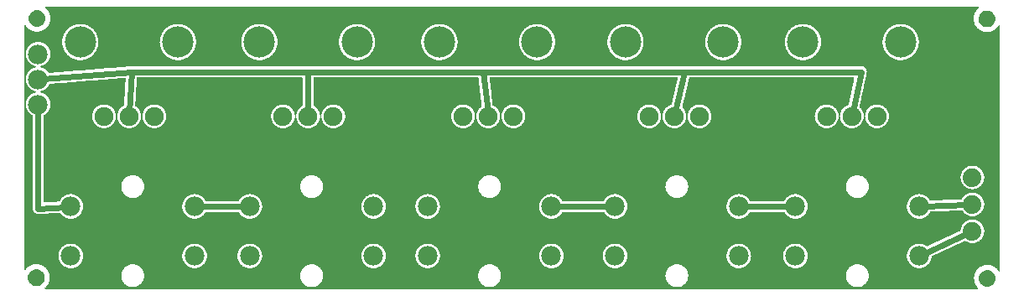
<source format=gbl>
G04 MADE WITH FRITZING*
G04 WWW.FRITZING.ORG*
G04 DOUBLE SIDED*
G04 HOLES PLATED*
G04 CONTOUR ON CENTER OF CONTOUR VECTOR*
%ASAXBY*%
%FSLAX23Y23*%
%MOIN*%
%OFA0B0*%
%SFA1.0B1.0*%
%ADD10C,0.075000*%
%ADD11C,0.074000*%
%ADD12C,0.074667*%
%ADD13C,0.074695*%
%ADD14C,0.124033*%
%ADD15C,0.078000*%
%ADD16C,0.024000*%
%ADD17C,0.000100*%
%ADD18R,0.001000X0.001000*%
%LNCOPPER0*%
G90*
G70*
G54D10*
X3676Y126D03*
G54D11*
X3798Y259D03*
X3798Y366D03*
X3798Y473D03*
G54D12*
X3219Y716D03*
X3319Y716D03*
G54D13*
X3419Y716D03*
G54D14*
X3125Y1011D03*
X3513Y1011D03*
G54D12*
X2514Y716D03*
X2614Y716D03*
G54D13*
X2714Y716D03*
G54D14*
X2420Y1011D03*
X2808Y1011D03*
G54D12*
X1774Y716D03*
X1874Y716D03*
G54D13*
X1974Y716D03*
G54D14*
X1680Y1011D03*
X2068Y1011D03*
G54D12*
X1058Y716D03*
X1158Y716D03*
G54D13*
X1258Y716D03*
G54D14*
X964Y1011D03*
X1352Y1011D03*
G54D12*
X346Y716D03*
X446Y716D03*
G54D13*
X546Y716D03*
G54D14*
X252Y1011D03*
X641Y1011D03*
G54D15*
X3095Y358D03*
X3587Y358D03*
X3095Y161D03*
X3587Y161D03*
X2378Y358D03*
X2870Y358D03*
X2378Y161D03*
X2870Y161D03*
X1633Y358D03*
X2125Y358D03*
X1633Y161D03*
X2125Y161D03*
X926Y358D03*
X1418Y358D03*
X926Y161D03*
X1418Y161D03*
X215Y358D03*
X707Y358D03*
X215Y161D03*
X707Y161D03*
X85Y963D03*
X85Y863D03*
X85Y763D03*
G54D16*
X3603Y359D02*
X3778Y365D01*
D02*
X3780Y251D02*
X3604Y169D01*
D02*
X456Y893D02*
X447Y737D01*
D02*
X104Y865D02*
X456Y893D01*
D02*
X1157Y893D02*
X1158Y737D01*
D02*
X456Y893D02*
X1157Y893D01*
D02*
X447Y737D02*
X456Y893D01*
D02*
X1855Y893D02*
X1872Y737D01*
D02*
X1157Y893D02*
X1855Y893D01*
D02*
X1158Y737D02*
X1157Y893D01*
D02*
X2655Y893D02*
X2618Y736D01*
D02*
X1855Y893D02*
X2655Y893D01*
D02*
X1872Y737D02*
X1855Y893D01*
D02*
X3357Y893D02*
X3323Y736D01*
D02*
X2655Y893D02*
X3357Y893D01*
D02*
X2618Y736D02*
X2655Y893D01*
D02*
X85Y350D02*
X196Y357D01*
D02*
X85Y744D02*
X85Y350D01*
D02*
X723Y358D02*
X908Y358D01*
D02*
X2359Y358D02*
X2144Y358D01*
D02*
X3077Y358D02*
X2886Y358D01*
G54D17*
G36*
X3862Y106D02*
X3864Y105D01*
X3870Y103D01*
X3876Y100D01*
X3881Y96D01*
X3885Y91D01*
X3888Y85D01*
X3890Y79D01*
X3891Y76D01*
X3891Y73D01*
X3891Y69D01*
X3890Y66D01*
X3888Y60D01*
X3885Y54D01*
X3881Y49D01*
X3876Y45D01*
X3870Y42D01*
X3864Y40D01*
X3861Y39D01*
X3858Y39D01*
X3854Y40D01*
X3851Y40D01*
X3845Y42D01*
X3839Y45D01*
X3834Y49D01*
X3830Y54D01*
X3827Y60D01*
X3825Y66D01*
X3825Y69D01*
X3824Y73D01*
X3825Y76D01*
X3825Y79D01*
X3827Y86D01*
X3830Y91D01*
X3834Y96D01*
X3839Y100D01*
X3845Y103D01*
X3852Y105D01*
X3854Y106D01*
X3858Y106D01*
X3862Y106D01*
D02*
G37*
D02*
G36*
X3862Y106D02*
X3864Y105D01*
X3870Y103D01*
X3876Y100D01*
X3881Y96D01*
X3885Y91D01*
X3888Y85D01*
X3890Y79D01*
X3891Y76D01*
X3891Y73D01*
X3891Y69D01*
X3890Y66D01*
X3888Y60D01*
X3885Y54D01*
X3881Y49D01*
X3876Y45D01*
X3870Y42D01*
X3864Y40D01*
X3861Y39D01*
X3858Y39D01*
X3854Y40D01*
X3851Y40D01*
X3845Y42D01*
X3839Y45D01*
X3834Y49D01*
X3830Y54D01*
X3827Y60D01*
X3825Y66D01*
X3825Y69D01*
X3824Y73D01*
X3825Y76D01*
X3825Y79D01*
X3827Y86D01*
X3830Y91D01*
X3834Y96D01*
X3839Y100D01*
X3845Y103D01*
X3852Y105D01*
X3854Y106D01*
X3858Y106D01*
X3862Y106D01*
D02*
G37*
D02*
G36*
X82Y108D02*
X85Y108D01*
X90Y106D01*
X96Y103D01*
X101Y99D01*
X102Y98D01*
X106Y93D01*
X109Y88D01*
X110Y82D01*
X111Y79D01*
X111Y75D01*
X111Y71D01*
X110Y69D01*
X109Y63D01*
X105Y57D01*
X102Y52D01*
X101Y52D01*
X96Y47D01*
X91Y44D01*
X84Y42D01*
X82Y42D01*
X78Y42D01*
X74Y42D01*
X71Y42D01*
X65Y44D01*
X59Y48D01*
X54Y51D01*
X50Y57D01*
X47Y63D01*
X45Y69D01*
X45Y72D01*
X45Y75D01*
X45Y79D01*
X45Y82D01*
X47Y88D01*
X50Y93D01*
X54Y99D01*
X55Y99D01*
X59Y103D01*
X65Y106D01*
X72Y108D01*
X74Y108D01*
X78Y108D01*
X82Y108D01*
D02*
G37*
D02*
G36*
X82Y108D02*
X85Y108D01*
X90Y106D01*
X96Y103D01*
X101Y99D01*
X102Y98D01*
X106Y93D01*
X109Y88D01*
X110Y82D01*
X111Y79D01*
X111Y75D01*
X111Y71D01*
X110Y69D01*
X109Y63D01*
X105Y57D01*
X102Y52D01*
X101Y52D01*
X96Y47D01*
X91Y44D01*
X84Y42D01*
X82Y42D01*
X78Y42D01*
X74Y42D01*
X71Y42D01*
X65Y44D01*
X59Y48D01*
X54Y51D01*
X50Y57D01*
X47Y63D01*
X45Y69D01*
X45Y72D01*
X45Y75D01*
X45Y79D01*
X45Y82D01*
X47Y88D01*
X50Y93D01*
X54Y99D01*
X55Y99D01*
X59Y103D01*
X65Y106D01*
X72Y108D01*
X74Y108D01*
X78Y108D01*
X82Y108D01*
D02*
G37*
D02*
G36*
X3860Y1137D02*
X3862Y1137D01*
X3869Y1135D01*
X3874Y1132D01*
X3879Y1128D01*
X3880Y1127D01*
X3884Y1122D01*
X3887Y1117D01*
X3889Y1110D01*
X3889Y1108D01*
X3889Y1104D01*
X3889Y1100D01*
X3889Y1098D01*
X3887Y1091D01*
X3883Y1085D01*
X3879Y1080D01*
X3874Y1076D01*
X3869Y1073D01*
X3862Y1071D01*
X3860Y1071D01*
X3856Y1071D01*
X3852Y1071D01*
X3850Y1071D01*
X3843Y1073D01*
X3837Y1077D01*
X3832Y1081D01*
X3828Y1086D01*
X3825Y1092D01*
X3823Y1097D01*
X3823Y1101D01*
X3823Y1104D01*
X3823Y1108D01*
X3823Y1111D01*
X3826Y1117D01*
X3828Y1122D01*
X3833Y1128D01*
X3838Y1132D01*
X3843Y1135D01*
X3850Y1137D01*
X3852Y1137D01*
X3856Y1137D01*
X3860Y1137D01*
D02*
G37*
D02*
G36*
X3860Y1137D02*
X3862Y1137D01*
X3869Y1135D01*
X3874Y1132D01*
X3879Y1128D01*
X3880Y1127D01*
X3884Y1122D01*
X3887Y1117D01*
X3889Y1110D01*
X3889Y1108D01*
X3889Y1104D01*
X3889Y1100D01*
X3889Y1098D01*
X3887Y1091D01*
X3883Y1085D01*
X3879Y1080D01*
X3874Y1076D01*
X3869Y1073D01*
X3862Y1071D01*
X3860Y1071D01*
X3856Y1071D01*
X3852Y1071D01*
X3850Y1071D01*
X3843Y1073D01*
X3837Y1077D01*
X3832Y1081D01*
X3828Y1086D01*
X3825Y1092D01*
X3823Y1097D01*
X3823Y1101D01*
X3823Y1104D01*
X3823Y1108D01*
X3823Y1111D01*
X3826Y1117D01*
X3828Y1122D01*
X3833Y1128D01*
X3838Y1132D01*
X3843Y1135D01*
X3850Y1137D01*
X3852Y1137D01*
X3856Y1137D01*
X3860Y1137D01*
D02*
G37*
D02*
G36*
X84Y1139D02*
X87Y1138D01*
X93Y1136D01*
X99Y1133D01*
X104Y1129D01*
X108Y1125D01*
X111Y1119D01*
X113Y1112D01*
X113Y1110D01*
X114Y1106D01*
X113Y1102D01*
X113Y1100D01*
X111Y1093D01*
X108Y1087D01*
X104Y1082D01*
X99Y1078D01*
X94Y1075D01*
X87Y1073D01*
X84Y1073D01*
X80Y1073D01*
X77Y1073D01*
X74Y1073D01*
X68Y1075D01*
X62Y1078D01*
X57Y1082D01*
X53Y1088D01*
X50Y1093D01*
X48Y1099D01*
X47Y1102D01*
X47Y1106D01*
X47Y1110D01*
X48Y1112D01*
X50Y1119D01*
X53Y1124D01*
X57Y1130D01*
X62Y1133D01*
X68Y1137D01*
X74Y1139D01*
X77Y1139D01*
X80Y1139D01*
X84Y1139D01*
D02*
G37*
D02*
G36*
X84Y1139D02*
X87Y1138D01*
X93Y1136D01*
X99Y1133D01*
X104Y1129D01*
X108Y1125D01*
X111Y1119D01*
X113Y1112D01*
X113Y1110D01*
X114Y1106D01*
X113Y1102D01*
X113Y1100D01*
X111Y1093D01*
X108Y1087D01*
X104Y1082D01*
X99Y1078D01*
X94Y1075D01*
X87Y1073D01*
X84Y1073D01*
X80Y1073D01*
X77Y1073D01*
X74Y1073D01*
X68Y1075D01*
X62Y1078D01*
X57Y1082D01*
X53Y1088D01*
X50Y1093D01*
X48Y1099D01*
X47Y1102D01*
X47Y1106D01*
X47Y1110D01*
X48Y1112D01*
X50Y1119D01*
X53Y1124D01*
X57Y1130D01*
X62Y1133D01*
X68Y1137D01*
X74Y1139D01*
X77Y1139D01*
X80Y1139D01*
X84Y1139D01*
D02*
G37*
D02*
G36*
X1684Y1045D02*
X1687Y1045D01*
X1693Y1043D01*
X1699Y1040D01*
X1704Y1035D01*
X1708Y1030D01*
X1711Y1025D01*
X1713Y1018D01*
X1714Y1015D01*
X1714Y1011D01*
X1714Y1008D01*
X1713Y1005D01*
X1711Y998D01*
X1708Y993D01*
X1704Y987D01*
X1699Y983D01*
X1693Y980D01*
X1686Y978D01*
X1684Y977D01*
X1680Y977D01*
X1676Y978D01*
X1673Y978D01*
X1666Y980D01*
X1661Y983D01*
X1656Y988D01*
X1651Y993D01*
X1648Y998D01*
X1646Y1005D01*
X1646Y1008D01*
X1646Y1011D01*
X1646Y1016D01*
X1646Y1018D01*
X1648Y1025D01*
X1651Y1030D01*
X1656Y1036D01*
X1661Y1040D01*
X1666Y1043D01*
X1673Y1045D01*
X1676Y1046D01*
X1680Y1046D01*
X1684Y1045D01*
D02*
G37*
D02*
G36*
X1684Y1045D02*
X1687Y1045D01*
X1693Y1043D01*
X1699Y1040D01*
X1704Y1035D01*
X1708Y1030D01*
X1711Y1025D01*
X1713Y1018D01*
X1714Y1015D01*
X1714Y1011D01*
X1714Y1008D01*
X1713Y1005D01*
X1711Y998D01*
X1708Y993D01*
X1704Y987D01*
X1699Y983D01*
X1693Y980D01*
X1686Y978D01*
X1684Y977D01*
X1680Y977D01*
X1676Y978D01*
X1673Y978D01*
X1666Y980D01*
X1661Y983D01*
X1656Y988D01*
X1651Y993D01*
X1648Y998D01*
X1646Y1005D01*
X1646Y1008D01*
X1646Y1011D01*
X1646Y1016D01*
X1646Y1018D01*
X1648Y1025D01*
X1651Y1030D01*
X1656Y1036D01*
X1661Y1040D01*
X1666Y1043D01*
X1673Y1045D01*
X1676Y1046D01*
X1680Y1046D01*
X1684Y1045D01*
D02*
G37*
D02*
G36*
X2812Y1045D02*
X2815Y1045D01*
X2821Y1043D01*
X2827Y1040D01*
X2832Y1035D01*
X2836Y1030D01*
X2839Y1025D01*
X2841Y1018D01*
X2842Y1015D01*
X2842Y1011D01*
X2842Y1008D01*
X2841Y1005D01*
X2839Y998D01*
X2836Y993D01*
X2832Y987D01*
X2827Y983D01*
X2821Y980D01*
X2814Y978D01*
X2812Y977D01*
X2808Y977D01*
X2804Y978D01*
X2801Y978D01*
X2794Y980D01*
X2789Y983D01*
X2784Y988D01*
X2779Y993D01*
X2776Y998D01*
X2774Y1005D01*
X2774Y1008D01*
X2774Y1011D01*
X2774Y1016D01*
X2774Y1018D01*
X2776Y1025D01*
X2779Y1030D01*
X2784Y1036D01*
X2789Y1040D01*
X2794Y1043D01*
X2801Y1045D01*
X2804Y1046D01*
X2808Y1046D01*
X2812Y1045D01*
D02*
G37*
D02*
G36*
X2812Y1045D02*
X2815Y1045D01*
X2821Y1043D01*
X2827Y1040D01*
X2832Y1035D01*
X2836Y1030D01*
X2839Y1025D01*
X2841Y1018D01*
X2842Y1015D01*
X2842Y1011D01*
X2842Y1008D01*
X2841Y1005D01*
X2839Y998D01*
X2836Y993D01*
X2832Y987D01*
X2827Y983D01*
X2821Y980D01*
X2814Y978D01*
X2812Y977D01*
X2808Y977D01*
X2804Y978D01*
X2801Y978D01*
X2794Y980D01*
X2789Y983D01*
X2784Y988D01*
X2779Y993D01*
X2776Y998D01*
X2774Y1005D01*
X2774Y1008D01*
X2774Y1011D01*
X2774Y1016D01*
X2774Y1018D01*
X2776Y1025D01*
X2779Y1030D01*
X2784Y1036D01*
X2789Y1040D01*
X2794Y1043D01*
X2801Y1045D01*
X2804Y1046D01*
X2808Y1046D01*
X2812Y1045D01*
D02*
G37*
D02*
G36*
X1356Y1045D02*
X1359Y1045D01*
X1366Y1043D01*
X1371Y1040D01*
X1376Y1035D01*
X1381Y1030D01*
X1384Y1025D01*
X1386Y1018D01*
X1386Y1015D01*
X1386Y1011D01*
X1386Y1008D01*
X1386Y1005D01*
X1384Y998D01*
X1381Y993D01*
X1376Y987D01*
X1371Y983D01*
X1366Y980D01*
X1359Y978D01*
X1356Y977D01*
X1352Y977D01*
X1348Y978D01*
X1345Y978D01*
X1339Y980D01*
X1333Y983D01*
X1328Y988D01*
X1323Y993D01*
X1320Y998D01*
X1318Y1005D01*
X1318Y1008D01*
X1318Y1011D01*
X1318Y1016D01*
X1319Y1018D01*
X1321Y1025D01*
X1323Y1030D01*
X1328Y1036D01*
X1333Y1040D01*
X1339Y1043D01*
X1345Y1045D01*
X1348Y1046D01*
X1352Y1046D01*
X1356Y1045D01*
D02*
G37*
D02*
G36*
X1356Y1045D02*
X1359Y1045D01*
X1366Y1043D01*
X1371Y1040D01*
X1376Y1035D01*
X1381Y1030D01*
X1384Y1025D01*
X1386Y1018D01*
X1386Y1015D01*
X1386Y1011D01*
X1386Y1008D01*
X1386Y1005D01*
X1384Y998D01*
X1381Y993D01*
X1376Y987D01*
X1371Y983D01*
X1366Y980D01*
X1359Y978D01*
X1356Y977D01*
X1352Y977D01*
X1348Y978D01*
X1345Y978D01*
X1339Y980D01*
X1333Y983D01*
X1328Y988D01*
X1323Y993D01*
X1320Y998D01*
X1318Y1005D01*
X1318Y1008D01*
X1318Y1011D01*
X1318Y1016D01*
X1319Y1018D01*
X1321Y1025D01*
X1323Y1030D01*
X1328Y1036D01*
X1333Y1040D01*
X1339Y1043D01*
X1345Y1045D01*
X1348Y1046D01*
X1352Y1046D01*
X1356Y1045D01*
D02*
G37*
D02*
G36*
X968Y1045D02*
X971Y1045D01*
X977Y1043D01*
X983Y1040D01*
X988Y1035D01*
X992Y1030D01*
X995Y1025D01*
X997Y1018D01*
X998Y1015D01*
X998Y1011D01*
X998Y1008D01*
X997Y1005D01*
X995Y998D01*
X992Y993D01*
X988Y987D01*
X983Y983D01*
X977Y980D01*
X970Y978D01*
X967Y977D01*
X964Y977D01*
X960Y978D01*
X957Y978D01*
X950Y980D01*
X945Y983D01*
X939Y988D01*
X935Y993D01*
X932Y998D01*
X930Y1005D01*
X930Y1008D01*
X930Y1011D01*
X930Y1016D01*
X930Y1018D01*
X932Y1025D01*
X935Y1030D01*
X940Y1036D01*
X945Y1040D01*
X950Y1043D01*
X957Y1045D01*
X960Y1046D01*
X964Y1046D01*
X968Y1045D01*
D02*
G37*
D02*
G36*
X968Y1045D02*
X971Y1045D01*
X977Y1043D01*
X983Y1040D01*
X988Y1035D01*
X992Y1030D01*
X995Y1025D01*
X997Y1018D01*
X998Y1015D01*
X998Y1011D01*
X998Y1008D01*
X997Y1005D01*
X995Y998D01*
X992Y993D01*
X988Y987D01*
X983Y983D01*
X977Y980D01*
X970Y978D01*
X967Y977D01*
X964Y977D01*
X960Y978D01*
X957Y978D01*
X950Y980D01*
X945Y983D01*
X939Y988D01*
X935Y993D01*
X932Y998D01*
X930Y1005D01*
X930Y1008D01*
X930Y1011D01*
X930Y1016D01*
X930Y1018D01*
X932Y1025D01*
X935Y1030D01*
X940Y1036D01*
X945Y1040D01*
X950Y1043D01*
X957Y1045D01*
X960Y1046D01*
X964Y1046D01*
X968Y1045D01*
D02*
G37*
D02*
G36*
X645Y1045D02*
X648Y1045D01*
X654Y1043D01*
X659Y1040D01*
X665Y1035D01*
X669Y1030D01*
X672Y1025D01*
X672Y1025D01*
X674Y1018D01*
X674Y1015D01*
X675Y1011D01*
X674Y1008D01*
X674Y1005D01*
X672Y998D01*
X672Y998D01*
X669Y993D01*
X664Y987D01*
X659Y983D01*
X654Y980D01*
X647Y978D01*
X644Y977D01*
X640Y977D01*
X637Y978D01*
X634Y978D01*
X627Y980D01*
X622Y983D01*
X616Y988D01*
X612Y993D01*
X609Y998D01*
X609Y998D01*
X607Y1005D01*
X607Y1008D01*
X606Y1011D01*
X607Y1016D01*
X607Y1019D01*
X609Y1025D01*
X609Y1025D01*
X612Y1030D01*
X617Y1036D01*
X622Y1040D01*
X627Y1043D01*
X634Y1045D01*
X637Y1046D01*
X640Y1046D01*
X645Y1045D01*
D02*
G37*
D02*
G36*
X645Y1045D02*
X648Y1045D01*
X654Y1043D01*
X659Y1040D01*
X665Y1035D01*
X669Y1030D01*
X672Y1025D01*
X672Y1025D01*
X674Y1018D01*
X674Y1015D01*
X675Y1011D01*
X674Y1008D01*
X674Y1005D01*
X672Y998D01*
X672Y998D01*
X669Y993D01*
X664Y987D01*
X659Y983D01*
X654Y980D01*
X647Y978D01*
X644Y977D01*
X640Y977D01*
X637Y978D01*
X634Y978D01*
X627Y980D01*
X622Y983D01*
X616Y988D01*
X612Y993D01*
X609Y998D01*
X609Y998D01*
X607Y1005D01*
X607Y1008D01*
X606Y1011D01*
X607Y1016D01*
X607Y1019D01*
X609Y1025D01*
X609Y1025D01*
X612Y1030D01*
X617Y1036D01*
X622Y1040D01*
X627Y1043D01*
X634Y1045D01*
X637Y1046D01*
X640Y1046D01*
X645Y1045D01*
D02*
G37*
D02*
G36*
X256Y1045D02*
X259Y1045D01*
X265Y1043D01*
X266Y1043D01*
X271Y1040D01*
X277Y1035D01*
X281Y1030D01*
X284Y1025D01*
X284Y1025D01*
X286Y1018D01*
X286Y1015D01*
X286Y1011D01*
X286Y1008D01*
X286Y1005D01*
X284Y998D01*
X284Y998D01*
X281Y993D01*
X276Y987D01*
X271Y983D01*
X266Y980D01*
X265Y980D01*
X259Y978D01*
X256Y978D01*
X252Y977D01*
X248Y978D01*
X245Y978D01*
X239Y980D01*
X233Y983D01*
X228Y987D01*
X224Y993D01*
X221Y998D01*
X221Y998D01*
X219Y1005D01*
X218Y1008D01*
X218Y1011D01*
X218Y1016D01*
X219Y1019D01*
X221Y1025D01*
X221Y1025D01*
X224Y1030D01*
X228Y1036D01*
X233Y1040D01*
X239Y1043D01*
X246Y1045D01*
X248Y1045D01*
X252Y1046D01*
X256Y1045D01*
D02*
G37*
D02*
G36*
X256Y1045D02*
X259Y1045D01*
X265Y1043D01*
X266Y1043D01*
X271Y1040D01*
X277Y1035D01*
X281Y1030D01*
X284Y1025D01*
X284Y1025D01*
X286Y1018D01*
X286Y1015D01*
X286Y1011D01*
X286Y1008D01*
X286Y1005D01*
X284Y998D01*
X284Y998D01*
X281Y993D01*
X276Y987D01*
X271Y983D01*
X266Y980D01*
X265Y980D01*
X259Y978D01*
X256Y978D01*
X252Y977D01*
X248Y978D01*
X245Y978D01*
X239Y980D01*
X233Y983D01*
X228Y987D01*
X224Y993D01*
X221Y998D01*
X221Y998D01*
X219Y1005D01*
X218Y1008D01*
X218Y1011D01*
X218Y1016D01*
X219Y1019D01*
X221Y1025D01*
X221Y1025D01*
X224Y1030D01*
X228Y1036D01*
X233Y1040D01*
X239Y1043D01*
X246Y1045D01*
X248Y1045D01*
X252Y1046D01*
X256Y1045D01*
D02*
G37*
D02*
G36*
X2072Y1045D02*
X2075Y1045D01*
X2082Y1043D01*
X2087Y1040D01*
X2092Y1035D01*
X2097Y1030D01*
X2100Y1025D01*
X2102Y1018D01*
X2102Y1015D01*
X2102Y1011D01*
X2102Y1008D01*
X2102Y1005D01*
X2100Y998D01*
X2097Y993D01*
X2092Y987D01*
X2087Y983D01*
X2082Y980D01*
X2075Y978D01*
X2072Y977D01*
X2068Y977D01*
X2064Y978D01*
X2061Y978D01*
X2055Y980D01*
X2049Y983D01*
X2044Y988D01*
X2039Y993D01*
X2037Y998D01*
X2035Y1005D01*
X2034Y1008D01*
X2034Y1011D01*
X2034Y1016D01*
X2035Y1018D01*
X2037Y1025D01*
X2040Y1030D01*
X2044Y1036D01*
X2049Y1040D01*
X2055Y1043D01*
X2061Y1045D01*
X2064Y1046D01*
X2068Y1046D01*
X2072Y1045D01*
D02*
G37*
D02*
G36*
X2072Y1045D02*
X2075Y1045D01*
X2082Y1043D01*
X2087Y1040D01*
X2092Y1035D01*
X2097Y1030D01*
X2100Y1025D01*
X2102Y1018D01*
X2102Y1015D01*
X2102Y1011D01*
X2102Y1008D01*
X2102Y1005D01*
X2100Y998D01*
X2097Y993D01*
X2092Y987D01*
X2087Y983D01*
X2082Y980D01*
X2075Y978D01*
X2072Y977D01*
X2068Y977D01*
X2064Y978D01*
X2061Y978D01*
X2055Y980D01*
X2049Y983D01*
X2044Y988D01*
X2039Y993D01*
X2037Y998D01*
X2035Y1005D01*
X2034Y1008D01*
X2034Y1011D01*
X2034Y1016D01*
X2035Y1018D01*
X2037Y1025D01*
X2040Y1030D01*
X2044Y1036D01*
X2049Y1040D01*
X2055Y1043D01*
X2061Y1045D01*
X2064Y1046D01*
X2068Y1046D01*
X2072Y1045D01*
D02*
G37*
D02*
G36*
X2424Y1045D02*
X2427Y1045D01*
X2433Y1043D01*
X2438Y1040D01*
X2444Y1036D01*
X2448Y1030D01*
X2451Y1025D01*
X2453Y1018D01*
X2453Y1015D01*
X2454Y1011D01*
X2453Y1008D01*
X2453Y1005D01*
X2451Y998D01*
X2448Y993D01*
X2444Y987D01*
X2438Y983D01*
X2433Y980D01*
X2426Y978D01*
X2423Y977D01*
X2419Y977D01*
X2416Y978D01*
X2413Y978D01*
X2406Y980D01*
X2401Y983D01*
X2395Y988D01*
X2391Y993D01*
X2388Y998D01*
X2386Y1005D01*
X2386Y1008D01*
X2385Y1011D01*
X2386Y1016D01*
X2386Y1018D01*
X2388Y1025D01*
X2391Y1030D01*
X2396Y1036D01*
X2401Y1040D01*
X2406Y1043D01*
X2413Y1045D01*
X2416Y1046D01*
X2419Y1046D01*
X2424Y1045D01*
D02*
G37*
D02*
G36*
X2424Y1045D02*
X2427Y1045D01*
X2433Y1043D01*
X2438Y1040D01*
X2444Y1036D01*
X2448Y1030D01*
X2451Y1025D01*
X2453Y1018D01*
X2453Y1015D01*
X2454Y1011D01*
X2453Y1008D01*
X2453Y1005D01*
X2451Y998D01*
X2448Y993D01*
X2444Y987D01*
X2438Y983D01*
X2433Y980D01*
X2426Y978D01*
X2423Y977D01*
X2419Y977D01*
X2416Y978D01*
X2413Y978D01*
X2406Y980D01*
X2401Y983D01*
X2395Y988D01*
X2391Y993D01*
X2388Y998D01*
X2386Y1005D01*
X2386Y1008D01*
X2385Y1011D01*
X2386Y1016D01*
X2386Y1018D01*
X2388Y1025D01*
X2391Y1030D01*
X2396Y1036D01*
X2401Y1040D01*
X2406Y1043D01*
X2413Y1045D01*
X2416Y1046D01*
X2419Y1046D01*
X2424Y1045D01*
D02*
G37*
D02*
G36*
X3129Y1045D02*
X3132Y1045D01*
X3138Y1043D01*
X3143Y1040D01*
X3149Y1035D01*
X3153Y1030D01*
X3156Y1025D01*
X3158Y1018D01*
X3159Y1015D01*
X3159Y1011D01*
X3159Y1008D01*
X3158Y1005D01*
X3156Y998D01*
X3153Y993D01*
X3149Y987D01*
X3143Y983D01*
X3138Y980D01*
X3131Y978D01*
X3128Y977D01*
X3124Y977D01*
X3121Y978D01*
X3118Y978D01*
X3111Y980D01*
X3106Y983D01*
X3101Y987D01*
X3096Y993D01*
X3093Y998D01*
X3091Y1005D01*
X3091Y1008D01*
X3090Y1011D01*
X3091Y1016D01*
X3091Y1018D01*
X3093Y1025D01*
X3096Y1030D01*
X3101Y1036D01*
X3106Y1040D01*
X3111Y1043D01*
X3118Y1045D01*
X3121Y1046D01*
X3124Y1046D01*
X3129Y1045D01*
D02*
G37*
D02*
G36*
X3129Y1045D02*
X3132Y1045D01*
X3138Y1043D01*
X3143Y1040D01*
X3149Y1035D01*
X3153Y1030D01*
X3156Y1025D01*
X3158Y1018D01*
X3159Y1015D01*
X3159Y1011D01*
X3159Y1008D01*
X3158Y1005D01*
X3156Y998D01*
X3153Y993D01*
X3149Y987D01*
X3143Y983D01*
X3138Y980D01*
X3131Y978D01*
X3128Y977D01*
X3124Y977D01*
X3121Y978D01*
X3118Y978D01*
X3111Y980D01*
X3106Y983D01*
X3101Y987D01*
X3096Y993D01*
X3093Y998D01*
X3091Y1005D01*
X3091Y1008D01*
X3090Y1011D01*
X3091Y1016D01*
X3091Y1018D01*
X3093Y1025D01*
X3096Y1030D01*
X3101Y1036D01*
X3106Y1040D01*
X3111Y1043D01*
X3118Y1045D01*
X3121Y1046D01*
X3124Y1046D01*
X3129Y1045D01*
D02*
G37*
D02*
G36*
X3517Y1045D02*
X3520Y1045D01*
X3526Y1043D01*
X3532Y1040D01*
X3537Y1035D01*
X3542Y1030D01*
X3544Y1025D01*
X3545Y1025D01*
X3546Y1018D01*
X3547Y1016D01*
X3547Y1011D01*
X3547Y1007D01*
X3546Y1005D01*
X3545Y998D01*
X3544Y998D01*
X3542Y993D01*
X3537Y987D01*
X3532Y983D01*
X3526Y980D01*
X3520Y978D01*
X3517Y978D01*
X3513Y977D01*
X3509Y978D01*
X3506Y978D01*
X3500Y980D01*
X3499Y980D01*
X3494Y983D01*
X3489Y988D01*
X3484Y993D01*
X3481Y998D01*
X3481Y998D01*
X3479Y1005D01*
X3479Y1008D01*
X3479Y1011D01*
X3479Y1016D01*
X3479Y1018D01*
X3481Y1025D01*
X3481Y1025D01*
X3484Y1030D01*
X3489Y1036D01*
X3494Y1040D01*
X3499Y1043D01*
X3500Y1043D01*
X3506Y1045D01*
X3509Y1045D01*
X3513Y1046D01*
X3517Y1045D01*
D02*
G37*
D02*
G36*
X3517Y1045D02*
X3520Y1045D01*
X3526Y1043D01*
X3532Y1040D01*
X3537Y1035D01*
X3542Y1030D01*
X3544Y1025D01*
X3545Y1025D01*
X3546Y1018D01*
X3547Y1016D01*
X3547Y1011D01*
X3547Y1007D01*
X3546Y1005D01*
X3545Y998D01*
X3544Y998D01*
X3542Y993D01*
X3537Y987D01*
X3532Y983D01*
X3526Y980D01*
X3520Y978D01*
X3517Y978D01*
X3513Y977D01*
X3509Y978D01*
X3506Y978D01*
X3500Y980D01*
X3499Y980D01*
X3494Y983D01*
X3489Y988D01*
X3484Y993D01*
X3481Y998D01*
X3481Y998D01*
X3479Y1005D01*
X3479Y1008D01*
X3479Y1011D01*
X3479Y1016D01*
X3479Y1018D01*
X3481Y1025D01*
X3481Y1025D01*
X3484Y1030D01*
X3489Y1036D01*
X3494Y1040D01*
X3499Y1043D01*
X3500Y1043D01*
X3506Y1045D01*
X3509Y1045D01*
X3513Y1046D01*
X3517Y1045D01*
D02*
G37*
D02*
G54D18*
X115Y1151D02*
X3824Y1151D01*
X115Y1150D02*
X3825Y1150D01*
X114Y1149D02*
X3825Y1149D01*
X115Y1148D02*
X3825Y1148D01*
X115Y1147D02*
X3824Y1147D01*
X117Y1146D02*
X3823Y1146D01*
X118Y1145D02*
X3822Y1145D01*
X119Y1144D02*
X3820Y1144D01*
X120Y1143D02*
X3819Y1143D01*
X121Y1142D02*
X3818Y1142D01*
X121Y1141D02*
X3817Y1141D01*
X122Y1140D02*
X3816Y1140D01*
X123Y1139D02*
X3816Y1139D01*
X124Y1138D02*
X3815Y1138D01*
X125Y1137D02*
X3814Y1137D01*
X126Y1136D02*
X3813Y1136D01*
X126Y1135D02*
X3812Y1135D01*
X127Y1134D02*
X3812Y1134D01*
X127Y1133D02*
X3811Y1133D01*
X128Y1132D02*
X3811Y1132D01*
X128Y1131D02*
X3810Y1131D01*
X129Y1130D02*
X3809Y1130D01*
X129Y1129D02*
X3809Y1129D01*
X130Y1128D02*
X3808Y1128D01*
X130Y1127D02*
X3808Y1127D01*
X131Y1126D02*
X3807Y1126D01*
X131Y1125D02*
X3807Y1125D01*
X131Y1124D02*
X3806Y1124D01*
X132Y1123D02*
X3806Y1123D01*
X132Y1122D02*
X3806Y1122D01*
X132Y1121D02*
X3806Y1121D01*
X133Y1120D02*
X3805Y1120D01*
X133Y1119D02*
X3805Y1119D01*
X133Y1118D02*
X3805Y1118D01*
X134Y1117D02*
X3804Y1117D01*
X134Y1116D02*
X3804Y1116D01*
X134Y1115D02*
X3804Y1115D01*
X134Y1114D02*
X3804Y1114D01*
X134Y1113D02*
X3803Y1113D01*
X134Y1112D02*
X3803Y1112D01*
X134Y1111D02*
X3803Y1111D01*
X135Y1110D02*
X3803Y1110D01*
X135Y1109D02*
X3803Y1109D01*
X135Y1108D02*
X3803Y1108D01*
X135Y1107D02*
X3803Y1107D01*
X135Y1106D02*
X3803Y1106D01*
X135Y1105D02*
X3803Y1105D01*
X135Y1104D02*
X3803Y1104D01*
X135Y1103D02*
X3803Y1103D01*
X135Y1102D02*
X3803Y1102D01*
X134Y1101D02*
X3803Y1101D01*
X134Y1100D02*
X3803Y1100D01*
X134Y1099D02*
X3803Y1099D01*
X134Y1098D02*
X3803Y1098D01*
X134Y1097D02*
X3803Y1097D01*
X134Y1096D02*
X3803Y1096D01*
X133Y1095D02*
X3804Y1095D01*
X133Y1094D02*
X3804Y1094D01*
X133Y1093D02*
X3804Y1093D01*
X133Y1092D02*
X3804Y1092D01*
X132Y1091D02*
X3805Y1091D01*
X132Y1090D02*
X3805Y1090D01*
X132Y1089D02*
X3805Y1089D01*
X131Y1088D02*
X3806Y1088D01*
X131Y1087D02*
X3806Y1087D01*
X131Y1086D02*
X3806Y1086D01*
X130Y1085D02*
X3806Y1085D01*
X130Y1084D02*
X3807Y1084D01*
X129Y1083D02*
X242Y1083D01*
X263Y1083D02*
X630Y1083D01*
X652Y1083D02*
X953Y1083D01*
X975Y1083D02*
X1342Y1083D01*
X1363Y1083D02*
X1670Y1083D01*
X1691Y1083D02*
X2058Y1083D01*
X2079Y1083D02*
X2409Y1083D01*
X2431Y1083D02*
X2798Y1083D01*
X2819Y1083D02*
X3114Y1083D01*
X3136Y1083D02*
X3503Y1083D01*
X3524Y1083D02*
X3807Y1083D01*
X129Y1082D02*
X237Y1082D01*
X269Y1082D02*
X625Y1082D01*
X657Y1082D02*
X948Y1082D01*
X980Y1082D02*
X1336Y1082D01*
X1369Y1082D02*
X1664Y1082D01*
X1696Y1082D02*
X2052Y1082D01*
X2085Y1082D02*
X2404Y1082D01*
X2436Y1082D02*
X2792Y1082D01*
X2824Y1082D02*
X3109Y1082D01*
X3141Y1082D02*
X3497Y1082D01*
X3529Y1082D02*
X3808Y1082D01*
X128Y1081D02*
X233Y1081D01*
X273Y1081D02*
X621Y1081D01*
X661Y1081D02*
X944Y1081D01*
X984Y1081D02*
X1333Y1081D01*
X1373Y1081D02*
X1660Y1081D01*
X1700Y1081D02*
X2049Y1081D01*
X2089Y1081D02*
X2400Y1081D01*
X2440Y1081D02*
X2788Y1081D01*
X2828Y1081D02*
X3105Y1081D01*
X3145Y1081D02*
X3493Y1081D01*
X3533Y1081D02*
X3808Y1081D01*
X32Y1080D02*
X34Y1080D01*
X128Y1080D02*
X230Y1080D01*
X276Y1080D02*
X618Y1080D01*
X664Y1080D02*
X941Y1080D01*
X987Y1080D02*
X1329Y1080D01*
X1376Y1080D02*
X1657Y1080D01*
X1704Y1080D02*
X2045Y1080D01*
X2092Y1080D02*
X2397Y1080D01*
X2443Y1080D02*
X2785Y1080D01*
X2832Y1080D02*
X3102Y1080D01*
X3148Y1080D02*
X3490Y1080D01*
X3537Y1080D02*
X3809Y1080D01*
X31Y1079D02*
X35Y1079D01*
X127Y1079D02*
X227Y1079D01*
X279Y1079D02*
X615Y1079D01*
X667Y1079D02*
X938Y1079D01*
X990Y1079D02*
X1326Y1079D01*
X1379Y1079D02*
X1654Y1079D01*
X1706Y1079D02*
X2042Y1079D01*
X2095Y1079D02*
X2394Y1079D01*
X2446Y1079D02*
X2782Y1079D01*
X2834Y1079D02*
X3099Y1079D01*
X3151Y1079D02*
X3487Y1079D01*
X3539Y1079D02*
X3809Y1079D01*
X3904Y1079D02*
X3906Y1079D01*
X31Y1078D02*
X35Y1078D01*
X127Y1078D02*
X224Y1078D01*
X281Y1078D02*
X612Y1078D01*
X670Y1078D02*
X936Y1078D01*
X993Y1078D02*
X1324Y1078D01*
X1381Y1078D02*
X1652Y1078D01*
X1709Y1078D02*
X2040Y1078D01*
X2097Y1078D02*
X2391Y1078D01*
X2449Y1078D02*
X2780Y1078D01*
X2837Y1078D02*
X3096Y1078D01*
X3154Y1078D02*
X3485Y1078D01*
X3542Y1078D02*
X3810Y1078D01*
X3903Y1078D02*
X3907Y1078D01*
X31Y1077D02*
X36Y1077D01*
X126Y1077D02*
X222Y1077D01*
X283Y1077D02*
X610Y1077D01*
X672Y1077D02*
X933Y1077D01*
X995Y1077D02*
X1322Y1077D01*
X1383Y1077D02*
X1650Y1077D01*
X1711Y1077D02*
X2038Y1077D01*
X2099Y1077D02*
X2389Y1077D01*
X2451Y1077D02*
X2778Y1077D01*
X2839Y1077D02*
X3094Y1077D01*
X3156Y1077D02*
X3483Y1077D01*
X3544Y1077D02*
X3810Y1077D01*
X3903Y1077D02*
X3907Y1077D01*
X31Y1076D02*
X36Y1076D01*
X125Y1076D02*
X220Y1076D01*
X286Y1076D02*
X608Y1076D01*
X674Y1076D02*
X931Y1076D01*
X997Y1076D02*
X1320Y1076D01*
X1385Y1076D02*
X1647Y1076D01*
X1713Y1076D02*
X2036Y1076D01*
X2101Y1076D02*
X2387Y1076D01*
X2453Y1076D02*
X2775Y1076D01*
X2841Y1076D02*
X3092Y1076D01*
X3158Y1076D02*
X3481Y1076D01*
X3546Y1076D02*
X3811Y1076D01*
X3902Y1076D02*
X3907Y1076D01*
X31Y1075D02*
X37Y1075D01*
X124Y1075D02*
X218Y1075D01*
X288Y1075D02*
X606Y1075D01*
X676Y1075D02*
X929Y1075D01*
X999Y1075D02*
X1318Y1075D01*
X1387Y1075D02*
X1645Y1075D01*
X1715Y1075D02*
X2034Y1075D01*
X2103Y1075D02*
X2385Y1075D01*
X2455Y1075D02*
X2773Y1075D01*
X2843Y1075D02*
X3090Y1075D01*
X3160Y1075D02*
X3479Y1075D01*
X3548Y1075D02*
X3812Y1075D01*
X3901Y1075D02*
X3907Y1075D01*
X31Y1074D02*
X38Y1074D01*
X124Y1074D02*
X216Y1074D01*
X289Y1074D02*
X604Y1074D01*
X677Y1074D02*
X928Y1074D01*
X1001Y1074D02*
X1316Y1074D01*
X1389Y1074D02*
X1644Y1074D01*
X1717Y1074D02*
X2032Y1074D01*
X2105Y1074D02*
X2383Y1074D01*
X2456Y1074D02*
X2772Y1074D01*
X2845Y1074D02*
X3089Y1074D01*
X3162Y1074D02*
X3477Y1074D01*
X3550Y1074D02*
X3812Y1074D01*
X3901Y1074D02*
X3907Y1074D01*
X31Y1073D02*
X39Y1073D01*
X123Y1073D02*
X214Y1073D01*
X291Y1073D02*
X603Y1073D01*
X679Y1073D02*
X926Y1073D01*
X1002Y1073D02*
X1314Y1073D01*
X1391Y1073D02*
X1642Y1073D01*
X1718Y1073D02*
X2030Y1073D01*
X2107Y1073D02*
X2382Y1073D01*
X2458Y1073D02*
X2770Y1073D01*
X2846Y1073D02*
X3087Y1073D01*
X3163Y1073D02*
X3475Y1073D01*
X3552Y1073D02*
X3813Y1073D01*
X3900Y1073D02*
X3907Y1073D01*
X31Y1072D02*
X40Y1072D01*
X122Y1072D02*
X213Y1072D01*
X293Y1072D02*
X601Y1072D01*
X681Y1072D02*
X924Y1072D01*
X1004Y1072D02*
X1313Y1072D01*
X1392Y1072D02*
X1640Y1072D01*
X1720Y1072D02*
X2029Y1072D01*
X2108Y1072D02*
X2380Y1072D01*
X2460Y1072D02*
X2768Y1072D01*
X2848Y1072D02*
X3085Y1072D01*
X3165Y1072D02*
X3473Y1072D01*
X3553Y1072D02*
X3814Y1072D01*
X3899Y1072D02*
X3907Y1072D01*
X31Y1071D02*
X41Y1071D01*
X121Y1071D02*
X211Y1071D01*
X294Y1071D02*
X600Y1071D01*
X682Y1071D02*
X923Y1071D01*
X1006Y1071D02*
X1311Y1071D01*
X1394Y1071D02*
X1639Y1071D01*
X1722Y1071D02*
X2027Y1071D01*
X2110Y1071D02*
X2379Y1071D01*
X2461Y1071D02*
X2767Y1071D01*
X2850Y1071D02*
X3084Y1071D01*
X3167Y1071D02*
X3472Y1071D01*
X3555Y1071D02*
X3815Y1071D01*
X3898Y1071D02*
X3907Y1071D01*
X31Y1070D02*
X41Y1070D01*
X120Y1070D02*
X210Y1070D01*
X296Y1070D02*
X598Y1070D01*
X684Y1070D02*
X921Y1070D01*
X1007Y1070D02*
X1310Y1070D01*
X1395Y1070D02*
X1637Y1070D01*
X1723Y1070D02*
X2026Y1070D01*
X2111Y1070D02*
X2377Y1070D01*
X2463Y1070D02*
X2765Y1070D01*
X2851Y1070D02*
X3082Y1070D01*
X3168Y1070D02*
X3471Y1070D01*
X3556Y1070D02*
X3816Y1070D01*
X3897Y1070D02*
X3907Y1070D01*
X31Y1069D02*
X42Y1069D01*
X119Y1069D02*
X209Y1069D01*
X297Y1069D02*
X597Y1069D01*
X685Y1069D02*
X920Y1069D01*
X1008Y1069D02*
X1308Y1069D01*
X1397Y1069D02*
X1636Y1069D01*
X1724Y1069D02*
X2024Y1069D01*
X2113Y1069D02*
X2376Y1069D01*
X2464Y1069D02*
X2764Y1069D01*
X2852Y1069D02*
X3081Y1069D01*
X3169Y1069D02*
X3469Y1069D01*
X3558Y1069D02*
X3816Y1069D01*
X3897Y1069D02*
X3907Y1069D01*
X31Y1068D02*
X43Y1068D01*
X118Y1068D02*
X207Y1068D01*
X298Y1068D02*
X596Y1068D01*
X687Y1068D02*
X919Y1068D01*
X1010Y1068D02*
X1307Y1068D01*
X1398Y1068D02*
X1635Y1068D01*
X1726Y1068D02*
X2023Y1068D01*
X2114Y1068D02*
X2375Y1068D01*
X2465Y1068D02*
X2763Y1068D01*
X2854Y1068D02*
X3080Y1068D01*
X3171Y1068D02*
X3468Y1068D01*
X3559Y1068D02*
X3817Y1068D01*
X3896Y1068D02*
X3907Y1068D01*
X31Y1067D02*
X44Y1067D01*
X117Y1067D02*
X206Y1067D01*
X299Y1067D02*
X594Y1067D01*
X688Y1067D02*
X917Y1067D01*
X1011Y1067D02*
X1306Y1067D01*
X1399Y1067D02*
X1634Y1067D01*
X1727Y1067D02*
X2022Y1067D01*
X2115Y1067D02*
X2373Y1067D01*
X2467Y1067D02*
X2762Y1067D01*
X2855Y1067D02*
X3078Y1067D01*
X3172Y1067D02*
X3467Y1067D01*
X3560Y1067D02*
X3818Y1067D01*
X3895Y1067D02*
X3907Y1067D01*
X31Y1066D02*
X46Y1066D01*
X116Y1066D02*
X205Y1066D01*
X301Y1066D02*
X593Y1066D01*
X689Y1066D02*
X916Y1066D01*
X1012Y1066D02*
X1305Y1066D01*
X1400Y1066D02*
X1632Y1066D01*
X1728Y1066D02*
X2021Y1066D01*
X2116Y1066D02*
X2372Y1066D01*
X2468Y1066D02*
X2760Y1066D01*
X2856Y1066D02*
X3077Y1066D01*
X3173Y1066D02*
X3465Y1066D01*
X3561Y1066D02*
X3819Y1066D01*
X3894Y1066D02*
X3907Y1066D01*
X31Y1065D02*
X47Y1065D01*
X115Y1065D02*
X204Y1065D01*
X302Y1065D02*
X592Y1065D01*
X690Y1065D02*
X915Y1065D01*
X1013Y1065D02*
X1304Y1065D01*
X1402Y1065D02*
X1631Y1065D01*
X1729Y1065D02*
X2020Y1065D01*
X2118Y1065D02*
X2371Y1065D01*
X2469Y1065D02*
X2759Y1065D01*
X2857Y1065D02*
X3076Y1065D01*
X3174Y1065D02*
X3464Y1065D01*
X3562Y1065D02*
X3820Y1065D01*
X3893Y1065D02*
X3907Y1065D01*
X31Y1064D02*
X48Y1064D01*
X114Y1064D02*
X203Y1064D01*
X303Y1064D02*
X591Y1064D01*
X691Y1064D02*
X914Y1064D01*
X1014Y1064D02*
X1302Y1064D01*
X1403Y1064D02*
X1630Y1064D01*
X1730Y1064D02*
X2018Y1064D01*
X2119Y1064D02*
X2370Y1064D01*
X2470Y1064D02*
X2758Y1064D01*
X2858Y1064D02*
X3075Y1064D01*
X3175Y1064D02*
X3463Y1064D01*
X3564Y1064D02*
X3822Y1064D01*
X3891Y1064D02*
X3907Y1064D01*
X31Y1063D02*
X49Y1063D01*
X112Y1063D02*
X201Y1063D01*
X304Y1063D02*
X590Y1063D01*
X692Y1063D02*
X913Y1063D01*
X1015Y1063D02*
X1301Y1063D01*
X1404Y1063D02*
X1629Y1063D01*
X1731Y1063D02*
X2017Y1063D01*
X2120Y1063D02*
X2369Y1063D01*
X2471Y1063D02*
X2757Y1063D01*
X2860Y1063D02*
X3074Y1063D01*
X3176Y1063D02*
X3462Y1063D01*
X3565Y1063D02*
X3823Y1063D01*
X3890Y1063D02*
X3907Y1063D01*
X31Y1062D02*
X51Y1062D01*
X111Y1062D02*
X200Y1062D01*
X305Y1062D02*
X589Y1062D01*
X693Y1062D02*
X912Y1062D01*
X1016Y1062D02*
X1300Y1062D01*
X1405Y1062D02*
X1628Y1062D01*
X1732Y1062D02*
X2016Y1062D01*
X2121Y1062D02*
X2368Y1062D01*
X2472Y1062D02*
X2756Y1062D01*
X2860Y1062D02*
X3073Y1062D01*
X3177Y1062D02*
X3461Y1062D01*
X3566Y1062D02*
X3824Y1062D01*
X3889Y1062D02*
X3907Y1062D01*
X31Y1061D02*
X52Y1061D01*
X109Y1061D02*
X200Y1061D01*
X306Y1061D02*
X588Y1061D01*
X694Y1061D02*
X911Y1061D01*
X1017Y1061D02*
X1299Y1061D01*
X1406Y1061D02*
X1627Y1061D01*
X1733Y1061D02*
X2015Y1061D01*
X2122Y1061D02*
X2367Y1061D01*
X2473Y1061D02*
X2755Y1061D01*
X2861Y1061D02*
X3072Y1061D01*
X3178Y1061D02*
X3460Y1061D01*
X3566Y1061D02*
X3825Y1061D01*
X3888Y1061D02*
X3907Y1061D01*
X31Y1060D02*
X54Y1060D01*
X108Y1060D02*
X199Y1060D01*
X307Y1060D02*
X587Y1060D01*
X695Y1060D02*
X910Y1060D01*
X1018Y1060D02*
X1299Y1060D01*
X1406Y1060D02*
X1626Y1060D01*
X1734Y1060D02*
X2015Y1060D01*
X2123Y1060D02*
X2366Y1060D01*
X2474Y1060D02*
X2754Y1060D01*
X2862Y1060D02*
X3071Y1060D01*
X3179Y1060D02*
X3459Y1060D01*
X3567Y1060D02*
X3827Y1060D01*
X3886Y1060D02*
X3907Y1060D01*
X31Y1059D02*
X56Y1059D01*
X106Y1059D02*
X198Y1059D01*
X308Y1059D02*
X586Y1059D01*
X696Y1059D02*
X909Y1059D01*
X1019Y1059D02*
X1298Y1059D01*
X1407Y1059D02*
X1625Y1059D01*
X1735Y1059D02*
X2014Y1059D01*
X2123Y1059D02*
X2365Y1059D01*
X2475Y1059D02*
X2753Y1059D01*
X2863Y1059D02*
X3070Y1059D01*
X3180Y1059D02*
X3459Y1059D01*
X3568Y1059D02*
X3828Y1059D01*
X3885Y1059D02*
X3907Y1059D01*
X31Y1058D02*
X58Y1058D01*
X104Y1058D02*
X197Y1058D01*
X308Y1058D02*
X585Y1058D01*
X697Y1058D02*
X908Y1058D01*
X1020Y1058D02*
X1297Y1058D01*
X1408Y1058D02*
X1625Y1058D01*
X1736Y1058D02*
X2013Y1058D01*
X2124Y1058D02*
X2364Y1058D01*
X2476Y1058D02*
X2753Y1058D01*
X2864Y1058D02*
X3069Y1058D01*
X3181Y1058D02*
X3458Y1058D01*
X3569Y1058D02*
X3830Y1058D01*
X3883Y1058D02*
X3907Y1058D01*
X31Y1057D02*
X60Y1057D01*
X102Y1057D02*
X196Y1057D01*
X309Y1057D02*
X584Y1057D01*
X698Y1057D02*
X908Y1057D01*
X1021Y1057D02*
X1296Y1057D01*
X1409Y1057D02*
X1624Y1057D01*
X1737Y1057D02*
X2012Y1057D01*
X2125Y1057D02*
X2363Y1057D01*
X2477Y1057D02*
X2752Y1057D01*
X2865Y1057D02*
X3068Y1057D01*
X3182Y1057D02*
X3457Y1057D01*
X3570Y1057D02*
X3832Y1057D01*
X3881Y1057D02*
X3907Y1057D01*
X31Y1056D02*
X63Y1056D01*
X99Y1056D02*
X195Y1056D01*
X310Y1056D02*
X584Y1056D01*
X698Y1056D02*
X907Y1056D01*
X1022Y1056D02*
X1295Y1056D01*
X1410Y1056D02*
X1623Y1056D01*
X1738Y1056D02*
X2011Y1056D01*
X2126Y1056D02*
X2363Y1056D01*
X2477Y1056D02*
X2751Y1056D01*
X2866Y1056D02*
X3068Y1056D01*
X3182Y1056D02*
X3456Y1056D01*
X3571Y1056D02*
X3834Y1056D01*
X3879Y1056D02*
X3907Y1056D01*
X31Y1055D02*
X66Y1055D01*
X95Y1055D02*
X195Y1055D01*
X311Y1055D02*
X583Y1055D01*
X699Y1055D02*
X906Y1055D01*
X1022Y1055D02*
X1294Y1055D01*
X1411Y1055D02*
X1622Y1055D01*
X1738Y1055D02*
X2011Y1055D01*
X2127Y1055D02*
X2362Y1055D01*
X2478Y1055D02*
X2750Y1055D01*
X2866Y1055D02*
X3067Y1055D01*
X3183Y1055D02*
X3455Y1055D01*
X3571Y1055D02*
X3836Y1055D01*
X3877Y1055D02*
X3907Y1055D01*
X31Y1054D02*
X70Y1054D01*
X92Y1054D02*
X194Y1054D01*
X311Y1054D02*
X582Y1054D01*
X700Y1054D02*
X905Y1054D01*
X1023Y1054D02*
X1294Y1054D01*
X1411Y1054D02*
X1622Y1054D01*
X1739Y1054D02*
X2010Y1054D01*
X2127Y1054D02*
X2361Y1054D01*
X2479Y1054D02*
X2750Y1054D01*
X2867Y1054D02*
X3066Y1054D01*
X3184Y1054D02*
X3455Y1054D01*
X3572Y1054D02*
X3839Y1054D01*
X3874Y1054D02*
X3907Y1054D01*
X31Y1053D02*
X78Y1053D01*
X84Y1053D02*
X193Y1053D01*
X312Y1053D02*
X581Y1053D01*
X701Y1053D02*
X905Y1053D01*
X1024Y1053D02*
X1293Y1053D01*
X1412Y1053D02*
X1621Y1053D01*
X1740Y1053D02*
X2009Y1053D01*
X2128Y1053D02*
X2360Y1053D01*
X2479Y1053D02*
X2749Y1053D01*
X2868Y1053D02*
X3066Y1053D01*
X3185Y1053D02*
X3454Y1053D01*
X3573Y1053D02*
X3843Y1053D01*
X3870Y1053D02*
X3907Y1053D01*
X31Y1052D02*
X193Y1052D01*
X313Y1052D02*
X581Y1052D01*
X701Y1052D02*
X904Y1052D01*
X1024Y1052D02*
X1292Y1052D01*
X1413Y1052D02*
X1620Y1052D01*
X1740Y1052D02*
X2008Y1052D01*
X2129Y1052D02*
X2360Y1052D01*
X2480Y1052D02*
X2748Y1052D01*
X2868Y1052D02*
X3065Y1052D01*
X3185Y1052D02*
X3453Y1052D01*
X3574Y1052D02*
X3847Y1052D01*
X3866Y1052D02*
X3907Y1052D01*
X31Y1051D02*
X192Y1051D01*
X313Y1051D02*
X580Y1051D01*
X702Y1051D02*
X903Y1051D01*
X1025Y1051D02*
X1292Y1051D01*
X1413Y1051D02*
X1620Y1051D01*
X1741Y1051D02*
X2008Y1051D01*
X2129Y1051D02*
X2359Y1051D01*
X2481Y1051D02*
X2748Y1051D01*
X2869Y1051D02*
X3064Y1051D01*
X3186Y1051D02*
X3453Y1051D01*
X3574Y1051D02*
X3907Y1051D01*
X31Y1050D02*
X191Y1050D01*
X314Y1050D02*
X580Y1050D01*
X702Y1050D02*
X903Y1050D01*
X1026Y1050D02*
X1291Y1050D01*
X1414Y1050D02*
X1619Y1050D01*
X1742Y1050D02*
X2007Y1050D01*
X2130Y1050D02*
X2359Y1050D01*
X2481Y1050D02*
X2747Y1050D01*
X2870Y1050D02*
X3064Y1050D01*
X3186Y1050D02*
X3452Y1050D01*
X3575Y1050D02*
X3907Y1050D01*
X31Y1049D02*
X191Y1049D01*
X315Y1049D02*
X579Y1049D01*
X703Y1049D02*
X902Y1049D01*
X1026Y1049D02*
X1291Y1049D01*
X1414Y1049D02*
X1618Y1049D01*
X1742Y1049D02*
X2007Y1049D01*
X2131Y1049D02*
X2358Y1049D01*
X2482Y1049D02*
X2746Y1049D01*
X2870Y1049D02*
X3063Y1049D01*
X3187Y1049D02*
X3451Y1049D01*
X3575Y1049D02*
X3907Y1049D01*
X31Y1048D02*
X190Y1048D01*
X315Y1048D02*
X578Y1048D01*
X704Y1048D02*
X902Y1048D01*
X1027Y1048D02*
X1290Y1048D01*
X1415Y1048D02*
X1618Y1048D01*
X1743Y1048D02*
X2006Y1048D01*
X2131Y1048D02*
X2357Y1048D01*
X2483Y1048D02*
X2746Y1048D01*
X2871Y1048D02*
X3062Y1048D01*
X3188Y1048D02*
X3451Y1048D01*
X3576Y1048D02*
X3907Y1048D01*
X31Y1047D02*
X190Y1047D01*
X316Y1047D02*
X578Y1047D01*
X704Y1047D02*
X901Y1047D01*
X1027Y1047D02*
X1289Y1047D01*
X1416Y1047D02*
X1617Y1047D01*
X1743Y1047D02*
X2005Y1047D01*
X2132Y1047D02*
X2357Y1047D01*
X2483Y1047D02*
X2745Y1047D01*
X2871Y1047D02*
X3062Y1047D01*
X3188Y1047D02*
X3450Y1047D01*
X3577Y1047D02*
X3907Y1047D01*
X31Y1046D02*
X189Y1046D01*
X316Y1046D02*
X577Y1046D01*
X705Y1046D02*
X900Y1046D01*
X1028Y1046D02*
X1289Y1046D01*
X1416Y1046D02*
X1617Y1046D01*
X1744Y1046D02*
X2005Y1046D01*
X2132Y1046D02*
X2356Y1046D01*
X2484Y1046D02*
X2745Y1046D01*
X2872Y1046D02*
X3061Y1046D01*
X3189Y1046D02*
X3450Y1046D01*
X3577Y1046D02*
X3907Y1046D01*
X31Y1045D02*
X188Y1045D01*
X317Y1045D02*
X577Y1045D01*
X705Y1045D02*
X900Y1045D01*
X1028Y1045D02*
X1288Y1045D01*
X1417Y1045D02*
X1616Y1045D01*
X1745Y1045D02*
X2004Y1045D01*
X2133Y1045D02*
X2356Y1045D01*
X2484Y1045D02*
X2744Y1045D01*
X2873Y1045D02*
X3061Y1045D01*
X3189Y1045D02*
X3449Y1045D01*
X3578Y1045D02*
X3907Y1045D01*
X31Y1044D02*
X188Y1044D01*
X317Y1044D02*
X576Y1044D01*
X706Y1044D02*
X900Y1044D01*
X1029Y1044D02*
X1288Y1044D01*
X1417Y1044D02*
X1616Y1044D01*
X1745Y1044D02*
X2004Y1044D01*
X2133Y1044D02*
X2355Y1044D01*
X2485Y1044D02*
X2744Y1044D01*
X2873Y1044D02*
X3060Y1044D01*
X3190Y1044D02*
X3449Y1044D01*
X3578Y1044D02*
X3907Y1044D01*
X31Y1043D02*
X188Y1043D01*
X318Y1043D02*
X576Y1043D01*
X706Y1043D02*
X899Y1043D01*
X1029Y1043D02*
X1287Y1043D01*
X1418Y1043D02*
X1615Y1043D01*
X1745Y1043D02*
X2003Y1043D01*
X2134Y1043D02*
X2355Y1043D01*
X2485Y1043D02*
X2743Y1043D01*
X2873Y1043D02*
X3060Y1043D01*
X3190Y1043D02*
X3448Y1043D01*
X3579Y1043D02*
X3907Y1043D01*
X31Y1042D02*
X187Y1042D01*
X318Y1042D02*
X575Y1042D01*
X707Y1042D02*
X899Y1042D01*
X1030Y1042D02*
X1287Y1042D01*
X1418Y1042D02*
X1615Y1042D01*
X1746Y1042D02*
X2003Y1042D01*
X2134Y1042D02*
X2354Y1042D01*
X2486Y1042D02*
X2743Y1042D01*
X2874Y1042D02*
X3059Y1042D01*
X3191Y1042D02*
X3448Y1042D01*
X3579Y1042D02*
X3907Y1042D01*
X31Y1041D02*
X187Y1041D01*
X319Y1041D02*
X575Y1041D01*
X707Y1041D02*
X898Y1041D01*
X1030Y1041D02*
X1286Y1041D01*
X1419Y1041D02*
X1614Y1041D01*
X1746Y1041D02*
X2002Y1041D01*
X2135Y1041D02*
X2354Y1041D01*
X2486Y1041D02*
X2742Y1041D01*
X2874Y1041D02*
X3059Y1041D01*
X3191Y1041D02*
X3447Y1041D01*
X3580Y1041D02*
X3907Y1041D01*
X31Y1040D02*
X186Y1040D01*
X319Y1040D02*
X574Y1040D01*
X708Y1040D02*
X898Y1040D01*
X1031Y1040D02*
X1286Y1040D01*
X1419Y1040D02*
X1614Y1040D01*
X1747Y1040D02*
X2002Y1040D01*
X2135Y1040D02*
X2353Y1040D01*
X2487Y1040D02*
X2742Y1040D01*
X2875Y1040D02*
X3058Y1040D01*
X3192Y1040D02*
X3447Y1040D01*
X3580Y1040D02*
X3907Y1040D01*
X31Y1039D02*
X186Y1039D01*
X320Y1039D02*
X574Y1039D01*
X708Y1039D02*
X897Y1039D01*
X1031Y1039D02*
X1286Y1039D01*
X1420Y1039D02*
X1613Y1039D01*
X1747Y1039D02*
X2002Y1039D01*
X2136Y1039D02*
X2353Y1039D01*
X2487Y1039D02*
X2741Y1039D01*
X2875Y1039D02*
X3058Y1039D01*
X3192Y1039D02*
X3446Y1039D01*
X3580Y1039D02*
X3907Y1039D01*
X31Y1038D02*
X185Y1038D01*
X320Y1038D02*
X574Y1038D01*
X708Y1038D02*
X897Y1038D01*
X1032Y1038D02*
X1285Y1038D01*
X1420Y1038D02*
X1613Y1038D01*
X1748Y1038D02*
X2001Y1038D01*
X2136Y1038D02*
X2353Y1038D01*
X2487Y1038D02*
X2741Y1038D01*
X2876Y1038D02*
X3058Y1038D01*
X3192Y1038D02*
X3446Y1038D01*
X3581Y1038D02*
X3907Y1038D01*
X31Y1037D02*
X185Y1037D01*
X320Y1037D02*
X573Y1037D01*
X709Y1037D02*
X897Y1037D01*
X1032Y1037D02*
X1285Y1037D01*
X1420Y1037D02*
X1613Y1037D01*
X1748Y1037D02*
X2001Y1037D01*
X2136Y1037D02*
X2352Y1037D01*
X2488Y1037D02*
X2741Y1037D01*
X2876Y1037D02*
X3057Y1037D01*
X3193Y1037D02*
X3446Y1037D01*
X3581Y1037D02*
X3907Y1037D01*
X31Y1036D02*
X185Y1036D01*
X321Y1036D02*
X573Y1036D01*
X709Y1036D02*
X896Y1036D01*
X1032Y1036D02*
X1284Y1036D01*
X1421Y1036D02*
X1612Y1036D01*
X1748Y1036D02*
X2001Y1036D01*
X2137Y1036D02*
X2352Y1036D01*
X2488Y1036D02*
X2740Y1036D01*
X2876Y1036D02*
X3057Y1036D01*
X3193Y1036D02*
X3445Y1036D01*
X3581Y1036D02*
X3907Y1036D01*
X31Y1035D02*
X184Y1035D01*
X321Y1035D02*
X572Y1035D01*
X709Y1035D02*
X896Y1035D01*
X1033Y1035D02*
X1284Y1035D01*
X1421Y1035D02*
X1612Y1035D01*
X1749Y1035D02*
X2000Y1035D01*
X2137Y1035D02*
X2352Y1035D01*
X2488Y1035D02*
X2740Y1035D01*
X2877Y1035D02*
X3057Y1035D01*
X3194Y1035D02*
X3445Y1035D01*
X3582Y1035D02*
X3907Y1035D01*
X31Y1034D02*
X184Y1034D01*
X322Y1034D02*
X572Y1034D01*
X710Y1034D02*
X895Y1034D01*
X1033Y1034D02*
X1284Y1034D01*
X1421Y1034D02*
X1611Y1034D01*
X1749Y1034D02*
X2000Y1034D01*
X2137Y1034D02*
X2351Y1034D01*
X2489Y1034D02*
X2739Y1034D01*
X2877Y1034D02*
X3056Y1034D01*
X3194Y1034D02*
X3445Y1034D01*
X3582Y1034D02*
X3907Y1034D01*
X31Y1033D02*
X183Y1033D01*
X322Y1033D02*
X572Y1033D01*
X710Y1033D02*
X895Y1033D01*
X1033Y1033D02*
X1283Y1033D01*
X1422Y1033D02*
X1611Y1033D01*
X1749Y1033D02*
X1999Y1033D01*
X2138Y1033D02*
X2351Y1033D01*
X2489Y1033D02*
X2739Y1033D01*
X2877Y1033D02*
X3056Y1033D01*
X3194Y1033D02*
X3444Y1033D01*
X3583Y1033D02*
X3907Y1033D01*
X31Y1032D02*
X183Y1032D01*
X322Y1032D02*
X572Y1032D01*
X710Y1032D02*
X895Y1032D01*
X1034Y1032D02*
X1283Y1032D01*
X1422Y1032D02*
X1611Y1032D01*
X1750Y1032D02*
X1999Y1032D01*
X2138Y1032D02*
X2351Y1032D01*
X2489Y1032D02*
X2739Y1032D01*
X2878Y1032D02*
X3056Y1032D01*
X3194Y1032D02*
X3444Y1032D01*
X3583Y1032D02*
X3907Y1032D01*
X31Y1031D02*
X183Y1031D01*
X322Y1031D02*
X571Y1031D01*
X711Y1031D02*
X894Y1031D01*
X1034Y1031D02*
X1283Y1031D01*
X1422Y1031D02*
X1611Y1031D01*
X1750Y1031D02*
X1999Y1031D01*
X2138Y1031D02*
X2350Y1031D01*
X2490Y1031D02*
X2739Y1031D01*
X2878Y1031D02*
X3055Y1031D01*
X3195Y1031D02*
X3444Y1031D01*
X3583Y1031D02*
X3907Y1031D01*
X31Y1030D02*
X183Y1030D01*
X323Y1030D02*
X571Y1030D01*
X711Y1030D02*
X894Y1030D01*
X1034Y1030D02*
X1283Y1030D01*
X1423Y1030D02*
X1610Y1030D01*
X1750Y1030D02*
X1999Y1030D01*
X2139Y1030D02*
X2350Y1030D01*
X2490Y1030D02*
X2738Y1030D01*
X2878Y1030D02*
X3055Y1030D01*
X3195Y1030D02*
X3443Y1030D01*
X3583Y1030D02*
X3907Y1030D01*
X31Y1029D02*
X182Y1029D01*
X323Y1029D02*
X571Y1029D01*
X711Y1029D02*
X894Y1029D01*
X1034Y1029D02*
X1282Y1029D01*
X1423Y1029D02*
X1610Y1029D01*
X1751Y1029D02*
X1998Y1029D01*
X2139Y1029D02*
X2350Y1029D01*
X2490Y1029D02*
X2738Y1029D01*
X2879Y1029D02*
X3055Y1029D01*
X3195Y1029D02*
X3443Y1029D01*
X3584Y1029D02*
X3907Y1029D01*
X31Y1028D02*
X182Y1028D01*
X323Y1028D02*
X571Y1028D01*
X712Y1028D02*
X894Y1028D01*
X1035Y1028D02*
X1282Y1028D01*
X1423Y1028D02*
X1610Y1028D01*
X1751Y1028D02*
X1998Y1028D01*
X2139Y1028D02*
X2349Y1028D01*
X2491Y1028D02*
X2738Y1028D01*
X2879Y1028D02*
X3055Y1028D01*
X3196Y1028D02*
X3443Y1028D01*
X3584Y1028D02*
X3907Y1028D01*
X31Y1027D02*
X182Y1027D01*
X323Y1027D02*
X570Y1027D01*
X712Y1027D02*
X893Y1027D01*
X1035Y1027D02*
X1282Y1027D01*
X1423Y1027D02*
X1609Y1027D01*
X1751Y1027D02*
X1998Y1027D01*
X2139Y1027D02*
X2349Y1027D01*
X2491Y1027D02*
X2737Y1027D01*
X2879Y1027D02*
X3054Y1027D01*
X3196Y1027D02*
X3443Y1027D01*
X3584Y1027D02*
X3907Y1027D01*
X31Y1026D02*
X182Y1026D01*
X324Y1026D02*
X570Y1026D01*
X712Y1026D02*
X893Y1026D01*
X1035Y1026D02*
X1282Y1026D01*
X1424Y1026D02*
X1609Y1026D01*
X1751Y1026D02*
X1998Y1026D01*
X2140Y1026D02*
X2349Y1026D01*
X2491Y1026D02*
X2737Y1026D01*
X2879Y1026D02*
X3054Y1026D01*
X3196Y1026D02*
X3442Y1026D01*
X3584Y1026D02*
X3907Y1026D01*
X31Y1025D02*
X182Y1025D01*
X324Y1025D02*
X570Y1025D01*
X712Y1025D02*
X893Y1025D01*
X1035Y1025D02*
X1281Y1025D01*
X1424Y1025D02*
X1609Y1025D01*
X1751Y1025D02*
X1997Y1025D01*
X2140Y1025D02*
X2349Y1025D01*
X2491Y1025D02*
X2737Y1025D01*
X2879Y1025D02*
X3054Y1025D01*
X3196Y1025D02*
X3442Y1025D01*
X3585Y1025D02*
X3907Y1025D01*
X31Y1024D02*
X181Y1024D01*
X324Y1024D02*
X570Y1024D01*
X712Y1024D02*
X893Y1024D01*
X1036Y1024D02*
X1281Y1024D01*
X1424Y1024D02*
X1609Y1024D01*
X1752Y1024D02*
X1997Y1024D01*
X2140Y1024D02*
X2349Y1024D01*
X2491Y1024D02*
X2737Y1024D01*
X2880Y1024D02*
X3054Y1024D01*
X3196Y1024D02*
X3442Y1024D01*
X3585Y1024D02*
X3907Y1024D01*
X31Y1023D02*
X181Y1023D01*
X324Y1023D02*
X569Y1023D01*
X712Y1023D02*
X893Y1023D01*
X1036Y1023D02*
X1281Y1023D01*
X1424Y1023D02*
X1609Y1023D01*
X1752Y1023D02*
X1997Y1023D01*
X2140Y1023D02*
X2349Y1023D01*
X2491Y1023D02*
X2737Y1023D01*
X2880Y1023D02*
X3054Y1023D01*
X3197Y1023D02*
X3442Y1023D01*
X3585Y1023D02*
X3907Y1023D01*
X31Y1022D02*
X181Y1022D01*
X324Y1022D02*
X569Y1022D01*
X713Y1022D02*
X893Y1022D01*
X1036Y1022D02*
X1281Y1022D01*
X1424Y1022D02*
X1609Y1022D01*
X1752Y1022D02*
X1997Y1022D01*
X2140Y1022D02*
X2348Y1022D01*
X2492Y1022D02*
X2737Y1022D01*
X2880Y1022D02*
X3053Y1022D01*
X3197Y1022D02*
X3442Y1022D01*
X3585Y1022D02*
X3907Y1022D01*
X31Y1021D02*
X181Y1021D01*
X325Y1021D02*
X569Y1021D01*
X713Y1021D02*
X892Y1021D01*
X1036Y1021D02*
X1281Y1021D01*
X1424Y1021D02*
X1608Y1021D01*
X1752Y1021D02*
X1997Y1021D01*
X2140Y1021D02*
X2348Y1021D01*
X2492Y1021D02*
X2736Y1021D01*
X2880Y1021D02*
X3053Y1021D01*
X3197Y1021D02*
X3442Y1021D01*
X3585Y1021D02*
X3907Y1021D01*
X31Y1020D02*
X181Y1020D01*
X325Y1020D02*
X569Y1020D01*
X713Y1020D02*
X892Y1020D01*
X1036Y1020D02*
X1281Y1020D01*
X1424Y1020D02*
X1608Y1020D01*
X1752Y1020D02*
X1997Y1020D01*
X2141Y1020D02*
X2348Y1020D01*
X2492Y1020D02*
X2736Y1020D01*
X2880Y1020D02*
X3053Y1020D01*
X3197Y1020D02*
X3441Y1020D01*
X3585Y1020D02*
X3907Y1020D01*
X31Y1019D02*
X181Y1019D01*
X325Y1019D02*
X569Y1019D01*
X713Y1019D02*
X892Y1019D01*
X1036Y1019D02*
X1280Y1019D01*
X1425Y1019D02*
X1608Y1019D01*
X1752Y1019D02*
X1996Y1019D01*
X2141Y1019D02*
X2348Y1019D01*
X2492Y1019D02*
X2736Y1019D01*
X2880Y1019D02*
X3053Y1019D01*
X3197Y1019D02*
X3441Y1019D01*
X3585Y1019D02*
X3907Y1019D01*
X31Y1018D02*
X180Y1018D01*
X325Y1018D02*
X569Y1018D01*
X713Y1018D02*
X892Y1018D01*
X1036Y1018D02*
X1280Y1018D01*
X1425Y1018D02*
X1608Y1018D01*
X1752Y1018D02*
X1996Y1018D01*
X2141Y1018D02*
X2348Y1018D01*
X2492Y1018D02*
X2736Y1018D01*
X2880Y1018D02*
X3053Y1018D01*
X3197Y1018D02*
X3441Y1018D01*
X3586Y1018D02*
X3907Y1018D01*
X31Y1017D02*
X180Y1017D01*
X325Y1017D02*
X569Y1017D01*
X713Y1017D02*
X892Y1017D01*
X1036Y1017D02*
X1280Y1017D01*
X1425Y1017D02*
X1608Y1017D01*
X1753Y1017D02*
X1996Y1017D01*
X2141Y1017D02*
X2348Y1017D01*
X2492Y1017D02*
X2736Y1017D01*
X2881Y1017D02*
X3053Y1017D01*
X3197Y1017D02*
X3441Y1017D01*
X3586Y1017D02*
X3907Y1017D01*
X31Y1016D02*
X180Y1016D01*
X325Y1016D02*
X569Y1016D01*
X713Y1016D02*
X892Y1016D01*
X1037Y1016D02*
X1280Y1016D01*
X1425Y1016D02*
X1608Y1016D01*
X1753Y1016D02*
X1996Y1016D01*
X2141Y1016D02*
X2348Y1016D01*
X2492Y1016D02*
X2736Y1016D01*
X2881Y1016D02*
X3053Y1016D01*
X3197Y1016D02*
X3441Y1016D01*
X3586Y1016D02*
X3907Y1016D01*
X31Y1015D02*
X180Y1015D01*
X325Y1015D02*
X569Y1015D01*
X713Y1015D02*
X892Y1015D01*
X1037Y1015D02*
X1280Y1015D01*
X1425Y1015D02*
X1608Y1015D01*
X1753Y1015D02*
X1996Y1015D01*
X2141Y1015D02*
X2348Y1015D01*
X2492Y1015D02*
X2736Y1015D01*
X2881Y1015D02*
X3053Y1015D01*
X3197Y1015D02*
X3441Y1015D01*
X3586Y1015D02*
X3907Y1015D01*
X31Y1014D02*
X180Y1014D01*
X325Y1014D02*
X569Y1014D01*
X713Y1014D02*
X892Y1014D01*
X1037Y1014D02*
X1280Y1014D01*
X1425Y1014D02*
X1608Y1014D01*
X1753Y1014D02*
X1996Y1014D01*
X2141Y1014D02*
X2348Y1014D01*
X2492Y1014D02*
X2736Y1014D01*
X2881Y1014D02*
X3053Y1014D01*
X3197Y1014D02*
X3441Y1014D01*
X3586Y1014D02*
X3907Y1014D01*
X31Y1013D02*
X180Y1013D01*
X325Y1013D02*
X569Y1013D01*
X713Y1013D02*
X892Y1013D01*
X1037Y1013D02*
X1280Y1013D01*
X1425Y1013D02*
X1608Y1013D01*
X1753Y1013D02*
X1996Y1013D01*
X2141Y1013D02*
X2347Y1013D01*
X2492Y1013D02*
X2736Y1013D01*
X2881Y1013D02*
X3053Y1013D01*
X3198Y1013D02*
X3441Y1013D01*
X3586Y1013D02*
X3907Y1013D01*
X31Y1012D02*
X76Y1012D01*
X94Y1012D02*
X180Y1012D01*
X325Y1012D02*
X568Y1012D01*
X713Y1012D02*
X892Y1012D01*
X1037Y1012D02*
X1280Y1012D01*
X1425Y1012D02*
X1608Y1012D01*
X1753Y1012D02*
X1996Y1012D01*
X2141Y1012D02*
X2347Y1012D01*
X2492Y1012D02*
X2736Y1012D01*
X2881Y1012D02*
X3053Y1012D01*
X3198Y1012D02*
X3441Y1012D01*
X3586Y1012D02*
X3907Y1012D01*
X31Y1011D02*
X72Y1011D01*
X98Y1011D02*
X180Y1011D01*
X325Y1011D02*
X568Y1011D01*
X713Y1011D02*
X892Y1011D01*
X1037Y1011D02*
X1280Y1011D01*
X1425Y1011D02*
X1608Y1011D01*
X1753Y1011D02*
X1996Y1011D01*
X2141Y1011D02*
X2347Y1011D01*
X2492Y1011D02*
X2736Y1011D01*
X2881Y1011D02*
X3053Y1011D01*
X3198Y1011D02*
X3441Y1011D01*
X3586Y1011D02*
X3907Y1011D01*
X31Y1010D02*
X69Y1010D01*
X101Y1010D02*
X180Y1010D01*
X325Y1010D02*
X569Y1010D01*
X713Y1010D02*
X892Y1010D01*
X1037Y1010D02*
X1280Y1010D01*
X1425Y1010D02*
X1608Y1010D01*
X1753Y1010D02*
X1996Y1010D01*
X2141Y1010D02*
X2348Y1010D01*
X2492Y1010D02*
X2736Y1010D01*
X2881Y1010D02*
X3053Y1010D01*
X3197Y1010D02*
X3441Y1010D01*
X3586Y1010D02*
X3907Y1010D01*
X31Y1009D02*
X66Y1009D01*
X104Y1009D02*
X180Y1009D01*
X325Y1009D02*
X569Y1009D01*
X713Y1009D02*
X892Y1009D01*
X1037Y1009D02*
X1280Y1009D01*
X1425Y1009D02*
X1608Y1009D01*
X1753Y1009D02*
X1996Y1009D01*
X2141Y1009D02*
X2348Y1009D01*
X2492Y1009D02*
X2736Y1009D01*
X2881Y1009D02*
X3053Y1009D01*
X3197Y1009D02*
X3441Y1009D01*
X3586Y1009D02*
X3907Y1009D01*
X31Y1008D02*
X64Y1008D01*
X106Y1008D02*
X180Y1008D01*
X325Y1008D02*
X569Y1008D01*
X713Y1008D02*
X892Y1008D01*
X1037Y1008D02*
X1280Y1008D01*
X1425Y1008D02*
X1608Y1008D01*
X1753Y1008D02*
X1996Y1008D01*
X2141Y1008D02*
X2348Y1008D01*
X2492Y1008D02*
X2736Y1008D01*
X2881Y1008D02*
X3053Y1008D01*
X3197Y1008D02*
X3441Y1008D01*
X3586Y1008D02*
X3907Y1008D01*
X31Y1007D02*
X62Y1007D01*
X108Y1007D02*
X180Y1007D01*
X325Y1007D02*
X569Y1007D01*
X713Y1007D02*
X892Y1007D01*
X1036Y1007D02*
X1280Y1007D01*
X1425Y1007D02*
X1608Y1007D01*
X1753Y1007D02*
X1996Y1007D01*
X2141Y1007D02*
X2348Y1007D01*
X2492Y1007D02*
X2736Y1007D01*
X2881Y1007D02*
X3053Y1007D01*
X3197Y1007D02*
X3441Y1007D01*
X3586Y1007D02*
X3907Y1007D01*
X31Y1006D02*
X60Y1006D01*
X110Y1006D02*
X180Y1006D01*
X325Y1006D02*
X569Y1006D01*
X713Y1006D02*
X892Y1006D01*
X1036Y1006D02*
X1280Y1006D01*
X1425Y1006D02*
X1608Y1006D01*
X1752Y1006D02*
X1996Y1006D01*
X2141Y1006D02*
X2348Y1006D01*
X2492Y1006D02*
X2736Y1006D01*
X2880Y1006D02*
X3053Y1006D01*
X3197Y1006D02*
X3441Y1006D01*
X3586Y1006D02*
X3907Y1006D01*
X31Y1005D02*
X58Y1005D01*
X112Y1005D02*
X181Y1005D01*
X325Y1005D02*
X569Y1005D01*
X713Y1005D02*
X892Y1005D01*
X1036Y1005D02*
X1280Y1005D01*
X1425Y1005D02*
X1608Y1005D01*
X1752Y1005D02*
X1996Y1005D01*
X2141Y1005D02*
X2348Y1005D01*
X2492Y1005D02*
X2736Y1005D01*
X2880Y1005D02*
X3053Y1005D01*
X3197Y1005D02*
X3441Y1005D01*
X3585Y1005D02*
X3907Y1005D01*
X31Y1004D02*
X57Y1004D01*
X114Y1004D02*
X181Y1004D01*
X325Y1004D02*
X569Y1004D01*
X713Y1004D02*
X892Y1004D01*
X1036Y1004D02*
X1281Y1004D01*
X1424Y1004D02*
X1608Y1004D01*
X1752Y1004D02*
X1997Y1004D01*
X2141Y1004D02*
X2348Y1004D01*
X2492Y1004D02*
X2736Y1004D01*
X2880Y1004D02*
X3053Y1004D01*
X3197Y1004D02*
X3441Y1004D01*
X3585Y1004D02*
X3907Y1004D01*
X31Y1003D02*
X55Y1003D01*
X115Y1003D02*
X181Y1003D01*
X325Y1003D02*
X569Y1003D01*
X713Y1003D02*
X892Y1003D01*
X1036Y1003D02*
X1281Y1003D01*
X1424Y1003D02*
X1608Y1003D01*
X1752Y1003D02*
X1997Y1003D01*
X2140Y1003D02*
X2348Y1003D01*
X2492Y1003D02*
X2736Y1003D01*
X2880Y1003D02*
X3053Y1003D01*
X3197Y1003D02*
X3442Y1003D01*
X3585Y1003D02*
X3907Y1003D01*
X31Y1002D02*
X54Y1002D01*
X116Y1002D02*
X181Y1002D01*
X324Y1002D02*
X569Y1002D01*
X713Y1002D02*
X893Y1002D01*
X1036Y1002D02*
X1281Y1002D01*
X1424Y1002D02*
X1609Y1002D01*
X1752Y1002D02*
X1997Y1002D01*
X2140Y1002D02*
X2348Y1002D01*
X2492Y1002D02*
X2737Y1002D01*
X2880Y1002D02*
X3053Y1002D01*
X3197Y1002D02*
X3442Y1002D01*
X3585Y1002D02*
X3907Y1002D01*
X31Y1001D02*
X53Y1001D01*
X117Y1001D02*
X181Y1001D01*
X324Y1001D02*
X569Y1001D01*
X712Y1001D02*
X893Y1001D01*
X1036Y1001D02*
X1281Y1001D01*
X1424Y1001D02*
X1609Y1001D01*
X1752Y1001D02*
X1997Y1001D01*
X2140Y1001D02*
X2348Y1001D01*
X2491Y1001D02*
X2737Y1001D01*
X2880Y1001D02*
X3054Y1001D01*
X3197Y1001D02*
X3442Y1001D01*
X3585Y1001D02*
X3907Y1001D01*
X31Y1000D02*
X52Y1000D01*
X119Y1000D02*
X181Y1000D01*
X324Y1000D02*
X570Y1000D01*
X712Y1000D02*
X893Y1000D01*
X1036Y1000D02*
X1281Y1000D01*
X1424Y1000D02*
X1609Y1000D01*
X1752Y1000D02*
X1997Y1000D01*
X2140Y1000D02*
X2349Y1000D01*
X2491Y1000D02*
X2737Y1000D01*
X2880Y1000D02*
X3054Y1000D01*
X3196Y1000D02*
X3442Y1000D01*
X3585Y1000D02*
X3907Y1000D01*
X31Y999D02*
X51Y999D01*
X120Y999D02*
X182Y999D01*
X324Y999D02*
X570Y999D01*
X712Y999D02*
X893Y999D01*
X1035Y999D02*
X1281Y999D01*
X1424Y999D02*
X1609Y999D01*
X1751Y999D02*
X1997Y999D01*
X2140Y999D02*
X2349Y999D01*
X2491Y999D02*
X2737Y999D01*
X2879Y999D02*
X3054Y999D01*
X3196Y999D02*
X3442Y999D01*
X3585Y999D02*
X3907Y999D01*
X31Y998D02*
X50Y998D01*
X121Y998D02*
X182Y998D01*
X324Y998D02*
X570Y998D01*
X712Y998D02*
X893Y998D01*
X1035Y998D02*
X1282Y998D01*
X1424Y998D02*
X1609Y998D01*
X1751Y998D02*
X1998Y998D01*
X2140Y998D02*
X2349Y998D01*
X2491Y998D02*
X2737Y998D01*
X2879Y998D02*
X3054Y998D01*
X3196Y998D02*
X3442Y998D01*
X3584Y998D02*
X3907Y998D01*
X31Y997D02*
X49Y997D01*
X122Y997D02*
X182Y997D01*
X323Y997D02*
X570Y997D01*
X712Y997D02*
X893Y997D01*
X1035Y997D02*
X1282Y997D01*
X1423Y997D02*
X1609Y997D01*
X1751Y997D02*
X1998Y997D01*
X2139Y997D02*
X2349Y997D01*
X2491Y997D02*
X2737Y997D01*
X2879Y997D02*
X3054Y997D01*
X3196Y997D02*
X3443Y997D01*
X3584Y997D02*
X3907Y997D01*
X31Y996D02*
X48Y996D01*
X122Y996D02*
X182Y996D01*
X323Y996D02*
X570Y996D01*
X712Y996D02*
X894Y996D01*
X1035Y996D02*
X1282Y996D01*
X1423Y996D02*
X1610Y996D01*
X1751Y996D02*
X1998Y996D01*
X2139Y996D02*
X2349Y996D01*
X2491Y996D02*
X2738Y996D01*
X2879Y996D02*
X3054Y996D01*
X3196Y996D02*
X3443Y996D01*
X3584Y996D02*
X3907Y996D01*
X31Y995D02*
X47Y995D01*
X123Y995D02*
X182Y995D01*
X323Y995D02*
X571Y995D01*
X711Y995D02*
X894Y995D01*
X1035Y995D02*
X1282Y995D01*
X1423Y995D02*
X1610Y995D01*
X1751Y995D02*
X1998Y995D01*
X2139Y995D02*
X2350Y995D01*
X2490Y995D02*
X2738Y995D01*
X2879Y995D02*
X3055Y995D01*
X3195Y995D02*
X3443Y995D01*
X3584Y995D02*
X3907Y995D01*
X31Y994D02*
X46Y994D01*
X124Y994D02*
X183Y994D01*
X323Y994D02*
X571Y994D01*
X711Y994D02*
X894Y994D01*
X1034Y994D02*
X1282Y994D01*
X1423Y994D02*
X1610Y994D01*
X1750Y994D02*
X1999Y994D01*
X2139Y994D02*
X2350Y994D01*
X2490Y994D02*
X2738Y994D01*
X2878Y994D02*
X3055Y994D01*
X3195Y994D02*
X3443Y994D01*
X3583Y994D02*
X3907Y994D01*
X31Y993D02*
X45Y993D01*
X125Y993D02*
X183Y993D01*
X322Y993D02*
X571Y993D01*
X711Y993D02*
X894Y993D01*
X1034Y993D02*
X1283Y993D01*
X1422Y993D02*
X1611Y993D01*
X1750Y993D02*
X1999Y993D01*
X2138Y993D02*
X2350Y993D01*
X2490Y993D02*
X2739Y993D01*
X2878Y993D02*
X3055Y993D01*
X3195Y993D02*
X3444Y993D01*
X3583Y993D02*
X3907Y993D01*
X31Y992D02*
X45Y992D01*
X126Y992D02*
X183Y992D01*
X322Y992D02*
X571Y992D01*
X711Y992D02*
X895Y992D01*
X1034Y992D02*
X1283Y992D01*
X1422Y992D02*
X1611Y992D01*
X1750Y992D02*
X1999Y992D01*
X2138Y992D02*
X2350Y992D01*
X2490Y992D02*
X2739Y992D01*
X2878Y992D02*
X3056Y992D01*
X3195Y992D02*
X3444Y992D01*
X3583Y992D02*
X3907Y992D01*
X31Y991D02*
X44Y991D01*
X126Y991D02*
X183Y991D01*
X322Y991D02*
X572Y991D01*
X710Y991D02*
X895Y991D01*
X1033Y991D02*
X1283Y991D01*
X1422Y991D02*
X1611Y991D01*
X1750Y991D02*
X1999Y991D01*
X2138Y991D02*
X2351Y991D01*
X2489Y991D02*
X2739Y991D01*
X2878Y991D02*
X3056Y991D01*
X3194Y991D02*
X3444Y991D01*
X3583Y991D02*
X3907Y991D01*
X31Y990D02*
X43Y990D01*
X127Y990D02*
X184Y990D01*
X322Y990D02*
X572Y990D01*
X710Y990D02*
X895Y990D01*
X1033Y990D02*
X1284Y990D01*
X1421Y990D02*
X1611Y990D01*
X1749Y990D02*
X2000Y990D01*
X2137Y990D02*
X2351Y990D01*
X2489Y990D02*
X2739Y990D01*
X2877Y990D02*
X3056Y990D01*
X3194Y990D02*
X3444Y990D01*
X3582Y990D02*
X3907Y990D01*
X31Y989D02*
X43Y989D01*
X127Y989D02*
X184Y989D01*
X321Y989D02*
X572Y989D01*
X710Y989D02*
X896Y989D01*
X1033Y989D02*
X1284Y989D01*
X1421Y989D02*
X1612Y989D01*
X1749Y989D02*
X2000Y989D01*
X2137Y989D02*
X2351Y989D01*
X2489Y989D02*
X2740Y989D01*
X2877Y989D02*
X3056Y989D01*
X3194Y989D02*
X3445Y989D01*
X3582Y989D02*
X3907Y989D01*
X31Y988D02*
X42Y988D01*
X128Y988D02*
X184Y988D01*
X321Y988D02*
X573Y988D01*
X709Y988D02*
X896Y988D01*
X1032Y988D02*
X1284Y988D01*
X1421Y988D02*
X1612Y988D01*
X1748Y988D02*
X2000Y988D01*
X2137Y988D02*
X2352Y988D01*
X2488Y988D02*
X2740Y988D01*
X2876Y988D02*
X3057Y988D01*
X3193Y988D02*
X3445Y988D01*
X3582Y988D02*
X3907Y988D01*
X31Y987D02*
X42Y987D01*
X128Y987D02*
X185Y987D01*
X321Y987D02*
X573Y987D01*
X709Y987D02*
X896Y987D01*
X1032Y987D02*
X1285Y987D01*
X1420Y987D02*
X1612Y987D01*
X1748Y987D02*
X2001Y987D01*
X2136Y987D02*
X2352Y987D01*
X2488Y987D02*
X2740Y987D01*
X2876Y987D02*
X3057Y987D01*
X3193Y987D02*
X3446Y987D01*
X3581Y987D02*
X3907Y987D01*
X31Y986D02*
X41Y986D01*
X129Y986D02*
X185Y986D01*
X320Y986D02*
X574Y986D01*
X708Y986D02*
X897Y986D01*
X1032Y986D02*
X1285Y986D01*
X1420Y986D02*
X1613Y986D01*
X1748Y986D02*
X2001Y986D01*
X2136Y986D02*
X2353Y986D01*
X2487Y986D02*
X2741Y986D01*
X2876Y986D02*
X3058Y986D01*
X3193Y986D02*
X3446Y986D01*
X3581Y986D02*
X3907Y986D01*
X31Y985D02*
X41Y985D01*
X129Y985D02*
X186Y985D01*
X320Y985D02*
X574Y985D01*
X708Y985D02*
X897Y985D01*
X1031Y985D02*
X1285Y985D01*
X1420Y985D02*
X1613Y985D01*
X1747Y985D02*
X2002Y985D01*
X2136Y985D02*
X2353Y985D01*
X2487Y985D02*
X2741Y985D01*
X2875Y985D02*
X3058Y985D01*
X3192Y985D02*
X3446Y985D01*
X3580Y985D02*
X3907Y985D01*
X31Y984D02*
X40Y984D01*
X130Y984D02*
X186Y984D01*
X319Y984D02*
X574Y984D01*
X708Y984D02*
X898Y984D01*
X1031Y984D02*
X1286Y984D01*
X1419Y984D02*
X1614Y984D01*
X1747Y984D02*
X2002Y984D01*
X2135Y984D02*
X2353Y984D01*
X2487Y984D02*
X2742Y984D01*
X2875Y984D02*
X3058Y984D01*
X3192Y984D02*
X3447Y984D01*
X3580Y984D02*
X3907Y984D01*
X31Y983D02*
X40Y983D01*
X131Y983D02*
X186Y983D01*
X319Y983D02*
X575Y983D01*
X707Y983D02*
X898Y983D01*
X1030Y983D02*
X1286Y983D01*
X1419Y983D02*
X1614Y983D01*
X1747Y983D02*
X2002Y983D01*
X2135Y983D02*
X2354Y983D01*
X2486Y983D02*
X2742Y983D01*
X2875Y983D02*
X3059Y983D01*
X3191Y983D02*
X3447Y983D01*
X3580Y983D02*
X3907Y983D01*
X31Y982D02*
X39Y982D01*
X131Y982D02*
X187Y982D01*
X318Y982D02*
X575Y982D01*
X707Y982D02*
X898Y982D01*
X1030Y982D02*
X1287Y982D01*
X1418Y982D02*
X1614Y982D01*
X1746Y982D02*
X2003Y982D01*
X2134Y982D02*
X2354Y982D01*
X2486Y982D02*
X2742Y982D01*
X2874Y982D02*
X3059Y982D01*
X3191Y982D02*
X3448Y982D01*
X3579Y982D02*
X3907Y982D01*
X31Y981D02*
X39Y981D01*
X131Y981D02*
X187Y981D01*
X318Y981D02*
X576Y981D01*
X706Y981D02*
X899Y981D01*
X1030Y981D02*
X1287Y981D01*
X1418Y981D02*
X1615Y981D01*
X1746Y981D02*
X2003Y981D01*
X2134Y981D02*
X2355Y981D01*
X2485Y981D02*
X2743Y981D01*
X2874Y981D02*
X3060Y981D01*
X3190Y981D02*
X3448Y981D01*
X3579Y981D02*
X3907Y981D01*
X31Y980D02*
X39Y980D01*
X132Y980D02*
X188Y980D01*
X318Y980D02*
X576Y980D01*
X706Y980D02*
X899Y980D01*
X1029Y980D02*
X1288Y980D01*
X1417Y980D02*
X1615Y980D01*
X1745Y980D02*
X2004Y980D01*
X2133Y980D02*
X2355Y980D01*
X2485Y980D02*
X2743Y980D01*
X2873Y980D02*
X3060Y980D01*
X3190Y980D02*
X3449Y980D01*
X3578Y980D02*
X3907Y980D01*
X31Y979D02*
X38Y979D01*
X132Y979D02*
X188Y979D01*
X317Y979D02*
X577Y979D01*
X705Y979D02*
X900Y979D01*
X1029Y979D02*
X1288Y979D01*
X1417Y979D02*
X1616Y979D01*
X1745Y979D02*
X2004Y979D01*
X2133Y979D02*
X2356Y979D01*
X2484Y979D02*
X2744Y979D01*
X2873Y979D02*
X3061Y979D01*
X3189Y979D02*
X3449Y979D01*
X3578Y979D02*
X3907Y979D01*
X31Y978D02*
X38Y978D01*
X132Y978D02*
X189Y978D01*
X317Y978D02*
X577Y978D01*
X705Y978D02*
X900Y978D01*
X1028Y978D02*
X1289Y978D01*
X1416Y978D02*
X1616Y978D01*
X1744Y978D02*
X2005Y978D01*
X2132Y978D02*
X2356Y978D01*
X2484Y978D02*
X2744Y978D01*
X2872Y978D02*
X3061Y978D01*
X3189Y978D02*
X3449Y978D01*
X3577Y978D02*
X3907Y978D01*
X31Y977D02*
X38Y977D01*
X133Y977D02*
X189Y977D01*
X316Y977D02*
X578Y977D01*
X704Y977D02*
X901Y977D01*
X1028Y977D02*
X1289Y977D01*
X1416Y977D02*
X1617Y977D01*
X1744Y977D02*
X2005Y977D01*
X2132Y977D02*
X2357Y977D01*
X2483Y977D02*
X2745Y977D01*
X2872Y977D02*
X3062Y977D01*
X3188Y977D02*
X3450Y977D01*
X3577Y977D02*
X3907Y977D01*
X31Y976D02*
X37Y976D01*
X133Y976D02*
X190Y976D01*
X315Y976D02*
X578Y976D01*
X704Y976D02*
X902Y976D01*
X1027Y976D02*
X1290Y976D01*
X1415Y976D02*
X1618Y976D01*
X1743Y976D02*
X2006Y976D01*
X2131Y976D02*
X2357Y976D01*
X2483Y976D02*
X2746Y976D01*
X2871Y976D02*
X3062Y976D01*
X3188Y976D02*
X3451Y976D01*
X3576Y976D02*
X3907Y976D01*
X31Y975D02*
X37Y975D01*
X133Y975D02*
X191Y975D01*
X315Y975D02*
X579Y975D01*
X703Y975D02*
X902Y975D01*
X1026Y975D02*
X1290Y975D01*
X1415Y975D02*
X1618Y975D01*
X1742Y975D02*
X2007Y975D01*
X2131Y975D02*
X2358Y975D01*
X2482Y975D02*
X2746Y975D01*
X2870Y975D02*
X3063Y975D01*
X3187Y975D02*
X3451Y975D01*
X3575Y975D02*
X3907Y975D01*
X31Y974D02*
X37Y974D01*
X133Y974D02*
X191Y974D01*
X314Y974D02*
X580Y974D01*
X702Y974D02*
X903Y974D01*
X1026Y974D02*
X1291Y974D01*
X1414Y974D02*
X1619Y974D01*
X1742Y974D02*
X2007Y974D01*
X2130Y974D02*
X2358Y974D01*
X2481Y974D02*
X2747Y974D01*
X2870Y974D02*
X3064Y974D01*
X3187Y974D02*
X3452Y974D01*
X3575Y974D02*
X3907Y974D01*
X31Y973D02*
X37Y973D01*
X134Y973D02*
X192Y973D01*
X314Y973D02*
X580Y973D01*
X702Y973D02*
X903Y973D01*
X1025Y973D02*
X1292Y973D01*
X1413Y973D02*
X1619Y973D01*
X1741Y973D02*
X2008Y973D01*
X2129Y973D02*
X2359Y973D01*
X2481Y973D02*
X2747Y973D01*
X2869Y973D02*
X3064Y973D01*
X3186Y973D02*
X3452Y973D01*
X3574Y973D02*
X3907Y973D01*
X31Y972D02*
X36Y972D01*
X134Y972D02*
X192Y972D01*
X313Y972D02*
X581Y972D01*
X701Y972D02*
X904Y972D01*
X1025Y972D02*
X1292Y972D01*
X1413Y972D02*
X1620Y972D01*
X1741Y972D02*
X2008Y972D01*
X2129Y972D02*
X2360Y972D01*
X2480Y972D02*
X2748Y972D01*
X2869Y972D02*
X3065Y972D01*
X3185Y972D02*
X3453Y972D01*
X3574Y972D02*
X3907Y972D01*
X31Y971D02*
X36Y971D01*
X134Y971D02*
X193Y971D01*
X312Y971D02*
X581Y971D01*
X701Y971D02*
X905Y971D01*
X1024Y971D02*
X1293Y971D01*
X1412Y971D02*
X1621Y971D01*
X1740Y971D02*
X2009Y971D01*
X2128Y971D02*
X2360Y971D01*
X2480Y971D02*
X2749Y971D01*
X2868Y971D02*
X3065Y971D01*
X3185Y971D02*
X3454Y971D01*
X3573Y971D02*
X3907Y971D01*
X31Y970D02*
X36Y970D01*
X134Y970D02*
X194Y970D01*
X312Y970D02*
X582Y970D01*
X700Y970D02*
X905Y970D01*
X1023Y970D02*
X1294Y970D01*
X1411Y970D02*
X1621Y970D01*
X1739Y970D02*
X2010Y970D01*
X2128Y970D02*
X2361Y970D01*
X2479Y970D02*
X2749Y970D01*
X2867Y970D02*
X3066Y970D01*
X3184Y970D02*
X3454Y970D01*
X3572Y970D02*
X3907Y970D01*
X31Y969D02*
X36Y969D01*
X134Y969D02*
X195Y969D01*
X311Y969D02*
X583Y969D01*
X699Y969D02*
X906Y969D01*
X1022Y969D02*
X1294Y969D01*
X1411Y969D02*
X1622Y969D01*
X1738Y969D02*
X2010Y969D01*
X2127Y969D02*
X2362Y969D01*
X2478Y969D02*
X2750Y969D01*
X2866Y969D02*
X3067Y969D01*
X3183Y969D02*
X3455Y969D01*
X3572Y969D02*
X3907Y969D01*
X31Y968D02*
X36Y968D01*
X134Y968D02*
X195Y968D01*
X310Y968D02*
X584Y968D01*
X698Y968D02*
X907Y968D01*
X1022Y968D02*
X1295Y968D01*
X1410Y968D02*
X1623Y968D01*
X1738Y968D02*
X2011Y968D01*
X2126Y968D02*
X2363Y968D01*
X2477Y968D02*
X2751Y968D01*
X2866Y968D02*
X3068Y968D01*
X3183Y968D02*
X3456Y968D01*
X3571Y968D02*
X3907Y968D01*
X31Y967D02*
X36Y967D01*
X135Y967D02*
X196Y967D01*
X309Y967D02*
X584Y967D01*
X698Y967D02*
X908Y967D01*
X1021Y967D02*
X1296Y967D01*
X1409Y967D02*
X1624Y967D01*
X1737Y967D02*
X2012Y967D01*
X2125Y967D02*
X2363Y967D01*
X2477Y967D02*
X2752Y967D01*
X2865Y967D02*
X3068Y967D01*
X3182Y967D02*
X3457Y967D01*
X3570Y967D02*
X3907Y967D01*
X31Y966D02*
X36Y966D01*
X135Y966D02*
X197Y966D01*
X309Y966D02*
X585Y966D01*
X697Y966D02*
X908Y966D01*
X1020Y966D02*
X1297Y966D01*
X1408Y966D02*
X1624Y966D01*
X1736Y966D02*
X2013Y966D01*
X2125Y966D02*
X2364Y966D01*
X2476Y966D02*
X2752Y966D01*
X2864Y966D02*
X3069Y966D01*
X3181Y966D02*
X3457Y966D01*
X3569Y966D02*
X3907Y966D01*
X31Y965D02*
X36Y965D01*
X135Y965D02*
X198Y965D01*
X308Y965D02*
X586Y965D01*
X696Y965D02*
X909Y965D01*
X1019Y965D02*
X1298Y965D01*
X1408Y965D02*
X1625Y965D01*
X1735Y965D02*
X2014Y965D01*
X2124Y965D02*
X2365Y965D01*
X2475Y965D02*
X2753Y965D01*
X2863Y965D02*
X3070Y965D01*
X3180Y965D02*
X3458Y965D01*
X3568Y965D02*
X3907Y965D01*
X31Y964D02*
X36Y964D01*
X135Y964D02*
X199Y964D01*
X307Y964D02*
X587Y964D01*
X695Y964D02*
X910Y964D01*
X1018Y964D02*
X1298Y964D01*
X1407Y964D02*
X1626Y964D01*
X1734Y964D02*
X2014Y964D01*
X2123Y964D02*
X2366Y964D01*
X2474Y964D02*
X2754Y964D01*
X2862Y964D02*
X3071Y964D01*
X3179Y964D02*
X3459Y964D01*
X3568Y964D02*
X3907Y964D01*
X31Y963D02*
X36Y963D01*
X135Y963D02*
X199Y963D01*
X306Y963D02*
X588Y963D01*
X694Y963D02*
X911Y963D01*
X1017Y963D02*
X1299Y963D01*
X1406Y963D02*
X1627Y963D01*
X1734Y963D02*
X2015Y963D01*
X2122Y963D02*
X2367Y963D01*
X2473Y963D02*
X2755Y963D01*
X2862Y963D02*
X3072Y963D01*
X3178Y963D02*
X3460Y963D01*
X3567Y963D02*
X3907Y963D01*
X31Y962D02*
X36Y962D01*
X135Y962D02*
X200Y962D01*
X305Y962D02*
X589Y962D01*
X693Y962D02*
X912Y962D01*
X1017Y962D02*
X1300Y962D01*
X1405Y962D02*
X1628Y962D01*
X1733Y962D02*
X2016Y962D01*
X2121Y962D02*
X2368Y962D01*
X2472Y962D02*
X2756Y962D01*
X2861Y962D02*
X3073Y962D01*
X3177Y962D02*
X3461Y962D01*
X3566Y962D02*
X3907Y962D01*
X31Y961D02*
X36Y961D01*
X134Y961D02*
X201Y961D01*
X304Y961D02*
X590Y961D01*
X692Y961D02*
X913Y961D01*
X1016Y961D02*
X1301Y961D01*
X1404Y961D02*
X1629Y961D01*
X1732Y961D02*
X2017Y961D01*
X2120Y961D02*
X2369Y961D01*
X2471Y961D02*
X2757Y961D01*
X2860Y961D02*
X3074Y961D01*
X3176Y961D02*
X3462Y961D01*
X3565Y961D02*
X3907Y961D01*
X31Y960D02*
X36Y960D01*
X134Y960D02*
X202Y960D01*
X303Y960D02*
X591Y960D01*
X691Y960D02*
X914Y960D01*
X1015Y960D02*
X1302Y960D01*
X1403Y960D02*
X1630Y960D01*
X1731Y960D02*
X2018Y960D01*
X2119Y960D02*
X2370Y960D01*
X2470Y960D02*
X2758Y960D01*
X2859Y960D02*
X3075Y960D01*
X3175Y960D02*
X3463Y960D01*
X3564Y960D02*
X3907Y960D01*
X31Y959D02*
X36Y959D01*
X134Y959D02*
X203Y959D01*
X302Y959D02*
X592Y959D01*
X690Y959D02*
X915Y959D01*
X1013Y959D02*
X1303Y959D01*
X1402Y959D02*
X1631Y959D01*
X1729Y959D02*
X2019Y959D01*
X2118Y959D02*
X2371Y959D01*
X2469Y959D02*
X2759Y959D01*
X2858Y959D02*
X3076Y959D01*
X3174Y959D02*
X3464Y959D01*
X3563Y959D02*
X3907Y959D01*
X31Y958D02*
X36Y958D01*
X134Y958D02*
X205Y958D01*
X301Y958D02*
X593Y958D01*
X689Y958D02*
X916Y958D01*
X1012Y958D02*
X1304Y958D01*
X1401Y958D02*
X1632Y958D01*
X1728Y958D02*
X2020Y958D01*
X2117Y958D02*
X2372Y958D01*
X2468Y958D02*
X2760Y958D01*
X2856Y958D02*
X3077Y958D01*
X3173Y958D02*
X3465Y958D01*
X3562Y958D02*
X3907Y958D01*
X31Y957D02*
X36Y957D01*
X134Y957D02*
X206Y957D01*
X300Y957D02*
X594Y957D01*
X688Y957D02*
X917Y957D01*
X1011Y957D02*
X1306Y957D01*
X1400Y957D02*
X1633Y957D01*
X1727Y957D02*
X2022Y957D01*
X2116Y957D02*
X2373Y957D01*
X2467Y957D02*
X2761Y957D01*
X2855Y957D02*
X3078Y957D01*
X3172Y957D02*
X3466Y957D01*
X3560Y957D02*
X3907Y957D01*
X31Y956D02*
X36Y956D01*
X134Y956D02*
X207Y956D01*
X298Y956D02*
X595Y956D01*
X687Y956D02*
X918Y956D01*
X1010Y956D02*
X1307Y956D01*
X1398Y956D02*
X1634Y956D01*
X1726Y956D02*
X2023Y956D01*
X2114Y956D02*
X2374Y956D01*
X2466Y956D02*
X2762Y956D01*
X2854Y956D02*
X3079Y956D01*
X3171Y956D02*
X3468Y956D01*
X3559Y956D02*
X3907Y956D01*
X31Y955D02*
X37Y955D01*
X134Y955D02*
X208Y955D01*
X297Y955D02*
X597Y955D01*
X685Y955D02*
X920Y955D01*
X1009Y955D02*
X1308Y955D01*
X1397Y955D02*
X1636Y955D01*
X1725Y955D02*
X2024Y955D01*
X2113Y955D02*
X2376Y955D01*
X2464Y955D02*
X2764Y955D01*
X2853Y955D02*
X3081Y955D01*
X3169Y955D02*
X3469Y955D01*
X3558Y955D02*
X3907Y955D01*
X31Y954D02*
X37Y954D01*
X134Y954D02*
X210Y954D01*
X296Y954D02*
X598Y954D01*
X684Y954D02*
X921Y954D01*
X1007Y954D02*
X1309Y954D01*
X1396Y954D02*
X1637Y954D01*
X1723Y954D02*
X2026Y954D01*
X2112Y954D02*
X2377Y954D01*
X2463Y954D02*
X2765Y954D01*
X2851Y954D02*
X3082Y954D01*
X3168Y954D02*
X3470Y954D01*
X3556Y954D02*
X3907Y954D01*
X31Y953D02*
X37Y953D01*
X133Y953D02*
X211Y953D01*
X294Y953D02*
X599Y953D01*
X683Y953D02*
X923Y953D01*
X1006Y953D02*
X1311Y953D01*
X1394Y953D02*
X1639Y953D01*
X1722Y953D02*
X2027Y953D01*
X2110Y953D02*
X2378Y953D01*
X2462Y953D02*
X2767Y953D01*
X2850Y953D02*
X3083Y953D01*
X3167Y953D02*
X3472Y953D01*
X3555Y953D02*
X3907Y953D01*
X31Y952D02*
X37Y952D01*
X133Y952D02*
X212Y952D01*
X293Y952D02*
X601Y952D01*
X681Y952D02*
X924Y952D01*
X1004Y952D02*
X1312Y952D01*
X1393Y952D02*
X1640Y952D01*
X1721Y952D02*
X2028Y952D01*
X2109Y952D02*
X2380Y952D01*
X2460Y952D02*
X2768Y952D01*
X2849Y952D02*
X3085Y952D01*
X3165Y952D02*
X3473Y952D01*
X3554Y952D02*
X3907Y952D01*
X31Y951D02*
X38Y951D01*
X133Y951D02*
X214Y951D01*
X291Y951D02*
X602Y951D01*
X680Y951D02*
X926Y951D01*
X1003Y951D02*
X1314Y951D01*
X1391Y951D02*
X1642Y951D01*
X1719Y951D02*
X2030Y951D01*
X2107Y951D02*
X2381Y951D01*
X2459Y951D02*
X2770Y951D01*
X2847Y951D02*
X3087Y951D01*
X3164Y951D02*
X3475Y951D01*
X3552Y951D02*
X3907Y951D01*
X31Y950D02*
X38Y950D01*
X132Y950D02*
X216Y950D01*
X290Y950D02*
X604Y950D01*
X678Y950D02*
X927Y950D01*
X1001Y950D02*
X1316Y950D01*
X1389Y950D02*
X1643Y950D01*
X1717Y950D02*
X2032Y950D01*
X2106Y950D02*
X2383Y950D01*
X2457Y950D02*
X2771Y950D01*
X2845Y950D02*
X3088Y950D01*
X3162Y950D02*
X3476Y950D01*
X3550Y950D02*
X3907Y950D01*
X31Y949D02*
X38Y949D01*
X132Y949D02*
X217Y949D01*
X288Y949D02*
X606Y949D01*
X676Y949D02*
X929Y949D01*
X1000Y949D02*
X1317Y949D01*
X1388Y949D02*
X1645Y949D01*
X1716Y949D02*
X2033Y949D01*
X2104Y949D02*
X2385Y949D01*
X2455Y949D02*
X2773Y949D01*
X2844Y949D02*
X3090Y949D01*
X3160Y949D02*
X3478Y949D01*
X3549Y949D02*
X3907Y949D01*
X31Y948D02*
X39Y948D01*
X132Y948D02*
X219Y948D01*
X286Y948D02*
X608Y948D01*
X674Y948D02*
X931Y948D01*
X997Y948D02*
X1319Y948D01*
X1386Y948D02*
X1647Y948D01*
X1714Y948D02*
X2035Y948D01*
X2102Y948D02*
X2387Y948D01*
X2453Y948D02*
X2775Y948D01*
X2842Y948D02*
X3092Y948D01*
X3158Y948D02*
X3480Y948D01*
X3547Y948D02*
X3907Y948D01*
X31Y947D02*
X39Y947D01*
X131Y947D02*
X221Y947D01*
X284Y947D02*
X610Y947D01*
X672Y947D02*
X933Y947D01*
X995Y947D02*
X1321Y947D01*
X1384Y947D02*
X1649Y947D01*
X1712Y947D02*
X2037Y947D01*
X2100Y947D02*
X2389Y947D01*
X2451Y947D02*
X2777Y947D01*
X2839Y947D02*
X3094Y947D01*
X3156Y947D02*
X3482Y947D01*
X3545Y947D02*
X3907Y947D01*
X31Y946D02*
X39Y946D01*
X131Y946D02*
X224Y946D01*
X282Y946D02*
X612Y946D01*
X670Y946D02*
X935Y946D01*
X993Y946D02*
X1323Y946D01*
X1382Y946D02*
X1651Y946D01*
X1709Y946D02*
X2040Y946D01*
X2098Y946D02*
X2391Y946D01*
X2449Y946D02*
X2779Y946D01*
X2837Y946D02*
X3096Y946D01*
X3154Y946D02*
X3484Y946D01*
X3542Y946D02*
X3907Y946D01*
X31Y945D02*
X40Y945D01*
X131Y945D02*
X226Y945D01*
X279Y945D02*
X615Y945D01*
X668Y945D02*
X938Y945D01*
X991Y945D02*
X1326Y945D01*
X1379Y945D02*
X1654Y945D01*
X1707Y945D02*
X2042Y945D01*
X2095Y945D02*
X2394Y945D01*
X2447Y945D02*
X2782Y945D01*
X2835Y945D02*
X3098Y945D01*
X3152Y945D02*
X3487Y945D01*
X3540Y945D02*
X3907Y945D01*
X31Y944D02*
X40Y944D01*
X130Y944D02*
X229Y944D01*
X277Y944D02*
X617Y944D01*
X665Y944D02*
X940Y944D01*
X988Y944D02*
X1329Y944D01*
X1376Y944D02*
X1656Y944D01*
X1704Y944D02*
X2045Y944D01*
X2092Y944D02*
X2396Y944D01*
X2444Y944D02*
X2784Y944D01*
X2832Y944D02*
X3101Y944D01*
X3149Y944D02*
X3490Y944D01*
X3537Y944D02*
X3907Y944D01*
X31Y943D02*
X41Y943D01*
X130Y943D02*
X232Y943D01*
X273Y943D02*
X620Y943D01*
X662Y943D02*
X943Y943D01*
X985Y943D02*
X1332Y943D01*
X1373Y943D02*
X1659Y943D01*
X1701Y943D02*
X2048Y943D01*
X2089Y943D02*
X2399Y943D01*
X2441Y943D02*
X2787Y943D01*
X2829Y943D02*
X3104Y943D01*
X3146Y943D02*
X3493Y943D01*
X3534Y943D02*
X3907Y943D01*
X31Y942D02*
X41Y942D01*
X129Y942D02*
X236Y942D01*
X270Y942D02*
X624Y942D01*
X658Y942D02*
X947Y942D01*
X981Y942D02*
X1336Y942D01*
X1370Y942D02*
X1663Y942D01*
X1697Y942D02*
X2052Y942D01*
X2086Y942D02*
X2403Y942D01*
X2437Y942D02*
X2791Y942D01*
X2825Y942D02*
X3108Y942D01*
X3142Y942D02*
X3496Y942D01*
X3530Y942D02*
X3907Y942D01*
X31Y941D02*
X42Y941D01*
X129Y941D02*
X241Y941D01*
X265Y941D02*
X629Y941D01*
X653Y941D02*
X952Y941D01*
X976Y941D02*
X1340Y941D01*
X1365Y941D02*
X1668Y941D01*
X1692Y941D02*
X2057Y941D01*
X2081Y941D02*
X2408Y941D01*
X2432Y941D02*
X2796Y941D01*
X2820Y941D02*
X3113Y941D01*
X3137Y941D02*
X3501Y941D01*
X3525Y941D02*
X3907Y941D01*
X31Y940D02*
X42Y940D01*
X128Y940D02*
X250Y940D01*
X256Y940D02*
X638Y940D01*
X644Y940D02*
X961Y940D01*
X967Y940D02*
X1350Y940D01*
X1356Y940D02*
X1677Y940D01*
X1683Y940D02*
X2066Y940D01*
X2072Y940D02*
X2417Y940D01*
X2423Y940D02*
X2805Y940D01*
X2811Y940D02*
X3122Y940D01*
X3128Y940D02*
X3510Y940D01*
X3516Y940D02*
X3907Y940D01*
X31Y939D02*
X43Y939D01*
X127Y939D02*
X3907Y939D01*
X31Y938D02*
X43Y938D01*
X127Y938D02*
X3907Y938D01*
X31Y937D02*
X44Y937D01*
X126Y937D02*
X3907Y937D01*
X31Y936D02*
X45Y936D01*
X126Y936D02*
X3907Y936D01*
X31Y935D02*
X45Y935D01*
X125Y935D02*
X3907Y935D01*
X31Y934D02*
X46Y934D01*
X124Y934D02*
X3907Y934D01*
X31Y933D02*
X47Y933D01*
X123Y933D02*
X3907Y933D01*
X31Y932D02*
X48Y932D01*
X123Y932D02*
X3907Y932D01*
X31Y931D02*
X49Y931D01*
X122Y931D02*
X3907Y931D01*
X31Y930D02*
X49Y930D01*
X121Y930D02*
X3907Y930D01*
X31Y929D02*
X50Y929D01*
X120Y929D02*
X3907Y929D01*
X31Y928D02*
X51Y928D01*
X119Y928D02*
X3907Y928D01*
X31Y927D02*
X53Y927D01*
X117Y927D02*
X3907Y927D01*
X31Y926D02*
X54Y926D01*
X116Y926D02*
X3907Y926D01*
X31Y925D02*
X55Y925D01*
X115Y925D02*
X3907Y925D01*
X31Y924D02*
X56Y924D01*
X114Y924D02*
X3907Y924D01*
X31Y923D02*
X58Y923D01*
X112Y923D02*
X3907Y923D01*
X31Y922D02*
X60Y922D01*
X110Y922D02*
X3907Y922D01*
X31Y921D02*
X62Y921D01*
X109Y921D02*
X3907Y921D01*
X31Y920D02*
X64Y920D01*
X107Y920D02*
X3907Y920D01*
X31Y919D02*
X65Y919D01*
X105Y919D02*
X3907Y919D01*
X31Y918D02*
X68Y918D01*
X102Y918D02*
X3907Y918D01*
X31Y917D02*
X71Y917D01*
X99Y917D02*
X3907Y917D01*
X31Y916D02*
X74Y916D01*
X96Y916D02*
X3907Y916D01*
X31Y915D02*
X75Y915D01*
X95Y915D02*
X447Y915D01*
X3363Y915D02*
X3907Y915D01*
X31Y914D02*
X75Y914D01*
X95Y914D02*
X434Y914D01*
X3366Y914D02*
X3907Y914D01*
X31Y913D02*
X75Y913D01*
X95Y913D02*
X422Y913D01*
X3368Y913D02*
X3907Y913D01*
X31Y912D02*
X75Y912D01*
X96Y912D02*
X409Y912D01*
X3370Y912D02*
X3907Y912D01*
X31Y911D02*
X72Y911D01*
X98Y911D02*
X397Y911D01*
X3371Y911D02*
X3907Y911D01*
X31Y910D02*
X69Y910D01*
X101Y910D02*
X384Y910D01*
X3372Y910D02*
X3907Y910D01*
X31Y909D02*
X66Y909D01*
X104Y909D02*
X372Y909D01*
X3373Y909D02*
X3907Y909D01*
X31Y908D02*
X64Y908D01*
X106Y908D02*
X359Y908D01*
X3374Y908D02*
X3907Y908D01*
X31Y907D02*
X62Y907D01*
X108Y907D02*
X347Y907D01*
X3375Y907D02*
X3907Y907D01*
X31Y906D02*
X60Y906D01*
X110Y906D02*
X334Y906D01*
X3376Y906D02*
X3907Y906D01*
X31Y905D02*
X58Y905D01*
X112Y905D02*
X322Y905D01*
X3376Y905D02*
X3907Y905D01*
X31Y904D02*
X57Y904D01*
X114Y904D02*
X309Y904D01*
X3377Y904D02*
X3907Y904D01*
X31Y903D02*
X55Y903D01*
X115Y903D02*
X297Y903D01*
X3377Y903D02*
X3907Y903D01*
X31Y902D02*
X54Y902D01*
X116Y902D02*
X285Y902D01*
X3378Y902D02*
X3907Y902D01*
X31Y901D02*
X53Y901D01*
X117Y901D02*
X272Y901D01*
X3378Y901D02*
X3907Y901D01*
X31Y900D02*
X52Y900D01*
X119Y900D02*
X260Y900D01*
X3379Y900D02*
X3907Y900D01*
X31Y899D02*
X51Y899D01*
X120Y899D02*
X247Y899D01*
X3379Y899D02*
X3907Y899D01*
X31Y898D02*
X50Y898D01*
X121Y898D02*
X235Y898D01*
X3379Y898D02*
X3907Y898D01*
X31Y897D02*
X49Y897D01*
X122Y897D02*
X222Y897D01*
X3379Y897D02*
X3907Y897D01*
X31Y896D02*
X48Y896D01*
X122Y896D02*
X210Y896D01*
X3379Y896D02*
X3907Y896D01*
X31Y895D02*
X47Y895D01*
X123Y895D02*
X197Y895D01*
X3380Y895D02*
X3907Y895D01*
X31Y894D02*
X46Y894D01*
X124Y894D02*
X185Y894D01*
X3380Y894D02*
X3907Y894D01*
X31Y893D02*
X45Y893D01*
X125Y893D02*
X172Y893D01*
X3380Y893D02*
X3907Y893D01*
X31Y892D02*
X45Y892D01*
X126Y892D02*
X160Y892D01*
X3380Y892D02*
X3907Y892D01*
X31Y891D02*
X44Y891D01*
X126Y891D02*
X147Y891D01*
X3379Y891D02*
X3907Y891D01*
X31Y890D02*
X43Y890D01*
X127Y890D02*
X135Y890D01*
X3379Y890D02*
X3907Y890D01*
X31Y889D02*
X43Y889D01*
X3379Y889D02*
X3907Y889D01*
X31Y888D02*
X42Y888D01*
X3379Y888D02*
X3907Y888D01*
X31Y887D02*
X42Y887D01*
X3379Y887D02*
X3907Y887D01*
X31Y886D02*
X41Y886D01*
X3378Y886D02*
X3907Y886D01*
X31Y885D02*
X41Y885D01*
X3378Y885D02*
X3907Y885D01*
X31Y884D02*
X40Y884D01*
X3378Y884D02*
X3907Y884D01*
X31Y883D02*
X40Y883D01*
X3378Y883D02*
X3907Y883D01*
X31Y882D02*
X39Y882D01*
X3378Y882D02*
X3907Y882D01*
X31Y881D02*
X39Y881D01*
X3377Y881D02*
X3907Y881D01*
X31Y880D02*
X39Y880D01*
X3377Y880D02*
X3907Y880D01*
X31Y879D02*
X38Y879D01*
X3377Y879D02*
X3907Y879D01*
X31Y878D02*
X38Y878D01*
X3377Y878D02*
X3907Y878D01*
X31Y877D02*
X38Y877D01*
X3376Y877D02*
X3907Y877D01*
X31Y876D02*
X37Y876D01*
X3376Y876D02*
X3907Y876D01*
X31Y875D02*
X37Y875D01*
X3376Y875D02*
X3907Y875D01*
X31Y874D02*
X37Y874D01*
X3376Y874D02*
X3907Y874D01*
X31Y873D02*
X37Y873D01*
X3376Y873D02*
X3907Y873D01*
X31Y872D02*
X36Y872D01*
X3375Y872D02*
X3907Y872D01*
X31Y871D02*
X36Y871D01*
X478Y871D02*
X1134Y871D01*
X1181Y871D02*
X1834Y871D01*
X1881Y871D02*
X2626Y871D01*
X2674Y871D02*
X3328Y871D01*
X3375Y871D02*
X3907Y871D01*
X31Y870D02*
X36Y870D01*
X478Y870D02*
X1135Y870D01*
X1180Y870D02*
X1835Y870D01*
X1881Y870D02*
X2627Y870D01*
X2674Y870D02*
X3329Y870D01*
X3375Y870D02*
X3907Y870D01*
X31Y869D02*
X36Y869D01*
X425Y869D02*
X431Y869D01*
X477Y869D02*
X1135Y869D01*
X1180Y869D02*
X1835Y869D01*
X1880Y869D02*
X2627Y869D01*
X2673Y869D02*
X3329Y869D01*
X3375Y869D02*
X3907Y869D01*
X31Y868D02*
X36Y868D01*
X413Y868D02*
X432Y868D01*
X477Y868D02*
X1135Y868D01*
X1180Y868D02*
X1835Y868D01*
X1881Y868D02*
X2627Y868D01*
X2673Y868D02*
X3329Y868D01*
X3375Y868D02*
X3907Y868D01*
X31Y867D02*
X36Y867D01*
X400Y867D02*
X432Y867D01*
X477Y867D02*
X1135Y867D01*
X1180Y867D02*
X1835Y867D01*
X1881Y867D02*
X2627Y867D01*
X2673Y867D02*
X3328Y867D01*
X3374Y867D02*
X3907Y867D01*
X31Y866D02*
X36Y866D01*
X388Y866D02*
X432Y866D01*
X477Y866D02*
X1135Y866D01*
X1180Y866D02*
X1835Y866D01*
X1881Y866D02*
X2626Y866D01*
X2673Y866D02*
X3328Y866D01*
X3374Y866D02*
X3907Y866D01*
X31Y865D02*
X36Y865D01*
X375Y865D02*
X432Y865D01*
X477Y865D02*
X1135Y865D01*
X1180Y865D02*
X1836Y865D01*
X1881Y865D02*
X2626Y865D01*
X2672Y865D02*
X3328Y865D01*
X3374Y865D02*
X3907Y865D01*
X31Y864D02*
X36Y864D01*
X363Y864D02*
X432Y864D01*
X477Y864D02*
X1135Y864D01*
X1180Y864D02*
X1836Y864D01*
X1881Y864D02*
X2626Y864D01*
X2672Y864D02*
X3328Y864D01*
X3374Y864D02*
X3907Y864D01*
X31Y863D02*
X36Y863D01*
X350Y863D02*
X432Y863D01*
X477Y863D02*
X1135Y863D01*
X1180Y863D02*
X1836Y863D01*
X1881Y863D02*
X2626Y863D01*
X2672Y863D02*
X3328Y863D01*
X3373Y863D02*
X3907Y863D01*
X31Y862D02*
X36Y862D01*
X338Y862D02*
X432Y862D01*
X477Y862D02*
X1135Y862D01*
X1180Y862D02*
X1836Y862D01*
X1881Y862D02*
X2625Y862D01*
X2672Y862D02*
X3327Y862D01*
X3373Y862D02*
X3907Y862D01*
X31Y861D02*
X36Y861D01*
X325Y861D02*
X432Y861D01*
X477Y861D02*
X1135Y861D01*
X1180Y861D02*
X1836Y861D01*
X1881Y861D02*
X2625Y861D01*
X2671Y861D02*
X3327Y861D01*
X3373Y861D02*
X3907Y861D01*
X31Y860D02*
X36Y860D01*
X313Y860D02*
X432Y860D01*
X477Y860D02*
X1135Y860D01*
X1180Y860D02*
X1836Y860D01*
X1881Y860D02*
X2625Y860D01*
X2671Y860D02*
X3327Y860D01*
X3373Y860D02*
X3907Y860D01*
X31Y859D02*
X36Y859D01*
X300Y859D02*
X432Y859D01*
X477Y859D02*
X1135Y859D01*
X1180Y859D02*
X1836Y859D01*
X1882Y859D02*
X2625Y859D01*
X2671Y859D02*
X3327Y859D01*
X3373Y859D02*
X3907Y859D01*
X31Y858D02*
X36Y858D01*
X288Y858D02*
X432Y858D01*
X477Y858D02*
X1135Y858D01*
X1180Y858D02*
X1836Y858D01*
X1882Y858D02*
X2624Y858D01*
X2671Y858D02*
X3327Y858D01*
X3372Y858D02*
X3907Y858D01*
X31Y857D02*
X36Y857D01*
X275Y857D02*
X432Y857D01*
X477Y857D02*
X1135Y857D01*
X1180Y857D02*
X1836Y857D01*
X1882Y857D02*
X2624Y857D01*
X2670Y857D02*
X3326Y857D01*
X3372Y857D02*
X3907Y857D01*
X31Y856D02*
X36Y856D01*
X263Y856D02*
X432Y856D01*
X477Y856D02*
X1135Y856D01*
X1180Y856D02*
X1837Y856D01*
X1882Y856D02*
X2624Y856D01*
X2670Y856D02*
X3326Y856D01*
X3372Y856D02*
X3907Y856D01*
X31Y855D02*
X37Y855D01*
X250Y855D02*
X432Y855D01*
X477Y855D02*
X1135Y855D01*
X1180Y855D02*
X1837Y855D01*
X1882Y855D02*
X2624Y855D01*
X2670Y855D02*
X3326Y855D01*
X3372Y855D02*
X3907Y855D01*
X31Y854D02*
X37Y854D01*
X238Y854D02*
X432Y854D01*
X477Y854D02*
X1135Y854D01*
X1180Y854D02*
X1837Y854D01*
X1882Y854D02*
X2623Y854D01*
X2670Y854D02*
X3326Y854D01*
X3372Y854D02*
X3907Y854D01*
X31Y853D02*
X37Y853D01*
X225Y853D02*
X432Y853D01*
X477Y853D02*
X1135Y853D01*
X1180Y853D02*
X1837Y853D01*
X1882Y853D02*
X2623Y853D01*
X2669Y853D02*
X3325Y853D01*
X3371Y853D02*
X3907Y853D01*
X31Y852D02*
X37Y852D01*
X213Y852D02*
X431Y852D01*
X477Y852D02*
X1135Y852D01*
X1180Y852D02*
X1837Y852D01*
X1882Y852D02*
X2623Y852D01*
X2669Y852D02*
X3325Y852D01*
X3371Y852D02*
X3907Y852D01*
X31Y851D02*
X38Y851D01*
X200Y851D02*
X431Y851D01*
X477Y851D02*
X1135Y851D01*
X1180Y851D02*
X1837Y851D01*
X1882Y851D02*
X2623Y851D01*
X2669Y851D02*
X3325Y851D01*
X3371Y851D02*
X3907Y851D01*
X31Y850D02*
X38Y850D01*
X188Y850D02*
X431Y850D01*
X476Y850D02*
X1135Y850D01*
X1180Y850D02*
X1837Y850D01*
X1883Y850D02*
X2623Y850D01*
X2669Y850D02*
X3325Y850D01*
X3371Y850D02*
X3907Y850D01*
X31Y849D02*
X38Y849D01*
X175Y849D02*
X431Y849D01*
X476Y849D02*
X1135Y849D01*
X1180Y849D02*
X1837Y849D01*
X1883Y849D02*
X2622Y849D01*
X2669Y849D02*
X3325Y849D01*
X3370Y849D02*
X3907Y849D01*
X31Y848D02*
X39Y848D01*
X163Y848D02*
X431Y848D01*
X476Y848D02*
X1135Y848D01*
X1180Y848D02*
X1837Y848D01*
X1883Y848D02*
X2622Y848D01*
X2668Y848D02*
X3324Y848D01*
X3370Y848D02*
X3907Y848D01*
X31Y847D02*
X39Y847D01*
X150Y847D02*
X431Y847D01*
X476Y847D02*
X1135Y847D01*
X1180Y847D02*
X1838Y847D01*
X1883Y847D02*
X2622Y847D01*
X2668Y847D02*
X3324Y847D01*
X3370Y847D02*
X3907Y847D01*
X31Y846D02*
X39Y846D01*
X138Y846D02*
X431Y846D01*
X476Y846D02*
X1135Y846D01*
X1180Y846D02*
X1838Y846D01*
X1883Y846D02*
X2622Y846D01*
X2668Y846D02*
X3324Y846D01*
X3370Y846D02*
X3907Y846D01*
X31Y845D02*
X40Y845D01*
X131Y845D02*
X431Y845D01*
X476Y845D02*
X1135Y845D01*
X1180Y845D02*
X1838Y845D01*
X1883Y845D02*
X2621Y845D01*
X2668Y845D02*
X3324Y845D01*
X3370Y845D02*
X3907Y845D01*
X31Y844D02*
X40Y844D01*
X130Y844D02*
X431Y844D01*
X476Y844D02*
X1135Y844D01*
X1180Y844D02*
X1838Y844D01*
X1883Y844D02*
X2621Y844D01*
X2667Y844D02*
X3324Y844D01*
X3369Y844D02*
X3907Y844D01*
X31Y843D02*
X41Y843D01*
X130Y843D02*
X431Y843D01*
X476Y843D02*
X1135Y843D01*
X1180Y843D02*
X1838Y843D01*
X1883Y843D02*
X2621Y843D01*
X2667Y843D02*
X3323Y843D01*
X3369Y843D02*
X3907Y843D01*
X31Y842D02*
X41Y842D01*
X129Y842D02*
X431Y842D01*
X476Y842D02*
X1135Y842D01*
X1180Y842D02*
X1838Y842D01*
X1883Y842D02*
X2621Y842D01*
X2667Y842D02*
X3323Y842D01*
X3369Y842D02*
X3907Y842D01*
X31Y841D02*
X42Y841D01*
X129Y841D02*
X431Y841D01*
X476Y841D02*
X1135Y841D01*
X1180Y841D02*
X1838Y841D01*
X1884Y841D02*
X2620Y841D01*
X2667Y841D02*
X3323Y841D01*
X3369Y841D02*
X3907Y841D01*
X31Y840D02*
X42Y840D01*
X128Y840D02*
X431Y840D01*
X476Y840D02*
X1135Y840D01*
X1180Y840D02*
X1838Y840D01*
X1884Y840D02*
X2620Y840D01*
X2666Y840D02*
X3323Y840D01*
X3369Y840D02*
X3907Y840D01*
X31Y839D02*
X43Y839D01*
X128Y839D02*
X431Y839D01*
X476Y839D02*
X1135Y839D01*
X1180Y839D02*
X1838Y839D01*
X1884Y839D02*
X2620Y839D01*
X2666Y839D02*
X3322Y839D01*
X3368Y839D02*
X3907Y839D01*
X31Y838D02*
X43Y838D01*
X127Y838D02*
X431Y838D01*
X476Y838D02*
X1135Y838D01*
X1180Y838D02*
X1839Y838D01*
X1884Y838D02*
X2620Y838D01*
X2666Y838D02*
X3322Y838D01*
X3368Y838D02*
X3907Y838D01*
X31Y837D02*
X44Y837D01*
X126Y837D02*
X431Y837D01*
X476Y837D02*
X1135Y837D01*
X1180Y837D02*
X1839Y837D01*
X1884Y837D02*
X2619Y837D01*
X2666Y837D02*
X3322Y837D01*
X3368Y837D02*
X3907Y837D01*
X31Y836D02*
X45Y836D01*
X126Y836D02*
X431Y836D01*
X476Y836D02*
X1135Y836D01*
X1180Y836D02*
X1839Y836D01*
X1884Y836D02*
X2619Y836D01*
X2665Y836D02*
X3322Y836D01*
X3368Y836D02*
X3907Y836D01*
X31Y835D02*
X45Y835D01*
X125Y835D02*
X431Y835D01*
X476Y835D02*
X1135Y835D01*
X1180Y835D02*
X1839Y835D01*
X1884Y835D02*
X2619Y835D01*
X2665Y835D02*
X3322Y835D01*
X3367Y835D02*
X3907Y835D01*
X31Y834D02*
X46Y834D01*
X124Y834D02*
X431Y834D01*
X476Y834D02*
X1135Y834D01*
X1180Y834D02*
X1839Y834D01*
X1884Y834D02*
X2619Y834D01*
X2665Y834D02*
X3321Y834D01*
X3367Y834D02*
X3907Y834D01*
X31Y833D02*
X47Y833D01*
X123Y833D02*
X430Y833D01*
X476Y833D02*
X1135Y833D01*
X1180Y833D02*
X1839Y833D01*
X1884Y833D02*
X2619Y833D01*
X2665Y833D02*
X3321Y833D01*
X3367Y833D02*
X3907Y833D01*
X31Y832D02*
X48Y832D01*
X123Y832D02*
X430Y832D01*
X476Y832D02*
X1135Y832D01*
X1180Y832D02*
X1839Y832D01*
X1885Y832D02*
X2618Y832D01*
X2665Y832D02*
X3321Y832D01*
X3367Y832D02*
X3907Y832D01*
X31Y831D02*
X49Y831D01*
X122Y831D02*
X430Y831D01*
X475Y831D02*
X1135Y831D01*
X1180Y831D02*
X1839Y831D01*
X1885Y831D02*
X2618Y831D01*
X2664Y831D02*
X3321Y831D01*
X3367Y831D02*
X3907Y831D01*
X31Y830D02*
X49Y830D01*
X121Y830D02*
X430Y830D01*
X475Y830D02*
X1135Y830D01*
X1180Y830D02*
X1839Y830D01*
X1885Y830D02*
X2618Y830D01*
X2664Y830D02*
X3321Y830D01*
X3366Y830D02*
X3907Y830D01*
X31Y829D02*
X50Y829D01*
X120Y829D02*
X430Y829D01*
X475Y829D02*
X1135Y829D01*
X1180Y829D02*
X1840Y829D01*
X1885Y829D02*
X2618Y829D01*
X2664Y829D02*
X3320Y829D01*
X3366Y829D02*
X3907Y829D01*
X31Y828D02*
X51Y828D01*
X119Y828D02*
X430Y828D01*
X475Y828D02*
X1135Y828D01*
X1180Y828D02*
X1840Y828D01*
X1885Y828D02*
X2617Y828D01*
X2664Y828D02*
X3320Y828D01*
X3366Y828D02*
X3907Y828D01*
X31Y827D02*
X53Y827D01*
X117Y827D02*
X430Y827D01*
X475Y827D02*
X1135Y827D01*
X1180Y827D02*
X1840Y827D01*
X1885Y827D02*
X2617Y827D01*
X2663Y827D02*
X3320Y827D01*
X3366Y827D02*
X3907Y827D01*
X31Y826D02*
X54Y826D01*
X116Y826D02*
X430Y826D01*
X475Y826D02*
X1135Y826D01*
X1180Y826D02*
X1840Y826D01*
X1885Y826D02*
X2617Y826D01*
X2663Y826D02*
X3320Y826D01*
X3366Y826D02*
X3907Y826D01*
X31Y825D02*
X55Y825D01*
X115Y825D02*
X430Y825D01*
X475Y825D02*
X1135Y825D01*
X1180Y825D02*
X1840Y825D01*
X1885Y825D02*
X2617Y825D01*
X2663Y825D02*
X3319Y825D01*
X3365Y825D02*
X3907Y825D01*
X31Y824D02*
X56Y824D01*
X114Y824D02*
X430Y824D01*
X475Y824D02*
X1135Y824D01*
X1180Y824D02*
X1840Y824D01*
X1885Y824D02*
X2616Y824D01*
X2663Y824D02*
X3319Y824D01*
X3365Y824D02*
X3907Y824D01*
X31Y823D02*
X58Y823D01*
X112Y823D02*
X430Y823D01*
X475Y823D02*
X1135Y823D01*
X1180Y823D02*
X1840Y823D01*
X1885Y823D02*
X2616Y823D01*
X2662Y823D02*
X3319Y823D01*
X3365Y823D02*
X3907Y823D01*
X31Y822D02*
X60Y822D01*
X110Y822D02*
X430Y822D01*
X475Y822D02*
X1135Y822D01*
X1180Y822D02*
X1840Y822D01*
X1886Y822D02*
X2616Y822D01*
X2662Y822D02*
X3319Y822D01*
X3365Y822D02*
X3907Y822D01*
X31Y821D02*
X62Y821D01*
X109Y821D02*
X430Y821D01*
X475Y821D02*
X1135Y821D01*
X1180Y821D02*
X1840Y821D01*
X1886Y821D02*
X2616Y821D01*
X2662Y821D02*
X3319Y821D01*
X3364Y821D02*
X3907Y821D01*
X31Y820D02*
X64Y820D01*
X107Y820D02*
X430Y820D01*
X475Y820D02*
X1135Y820D01*
X1180Y820D02*
X1840Y820D01*
X1886Y820D02*
X2615Y820D01*
X2662Y820D02*
X3318Y820D01*
X3364Y820D02*
X3907Y820D01*
X31Y819D02*
X66Y819D01*
X105Y819D02*
X430Y819D01*
X475Y819D02*
X1135Y819D01*
X1180Y819D02*
X1841Y819D01*
X1886Y819D02*
X2615Y819D01*
X2661Y819D02*
X3318Y819D01*
X3364Y819D02*
X3907Y819D01*
X31Y818D02*
X68Y818D01*
X102Y818D02*
X430Y818D01*
X475Y818D02*
X1135Y818D01*
X1180Y818D02*
X1841Y818D01*
X1886Y818D02*
X2615Y818D01*
X2661Y818D02*
X3318Y818D01*
X3364Y818D02*
X3907Y818D01*
X31Y817D02*
X71Y817D01*
X99Y817D02*
X430Y817D01*
X475Y817D02*
X1135Y817D01*
X1180Y817D02*
X1841Y817D01*
X1886Y817D02*
X2615Y817D01*
X2661Y817D02*
X3318Y817D01*
X3364Y817D02*
X3907Y817D01*
X31Y816D02*
X74Y816D01*
X96Y816D02*
X430Y816D01*
X475Y816D02*
X1135Y816D01*
X1180Y816D02*
X1841Y816D01*
X1886Y816D02*
X2615Y816D01*
X2661Y816D02*
X3318Y816D01*
X3363Y816D02*
X3907Y816D01*
X31Y815D02*
X75Y815D01*
X95Y815D02*
X429Y815D01*
X475Y815D02*
X1135Y815D01*
X1180Y815D02*
X1841Y815D01*
X1886Y815D02*
X2614Y815D01*
X2660Y815D02*
X3317Y815D01*
X3363Y815D02*
X3907Y815D01*
X31Y814D02*
X75Y814D01*
X95Y814D02*
X429Y814D01*
X475Y814D02*
X1135Y814D01*
X1180Y814D02*
X1841Y814D01*
X1886Y814D02*
X2614Y814D01*
X2660Y814D02*
X3317Y814D01*
X3363Y814D02*
X3907Y814D01*
X31Y813D02*
X75Y813D01*
X95Y813D02*
X429Y813D01*
X474Y813D02*
X1135Y813D01*
X1180Y813D02*
X1841Y813D01*
X1887Y813D02*
X2614Y813D01*
X2660Y813D02*
X3317Y813D01*
X3363Y813D02*
X3907Y813D01*
X31Y812D02*
X75Y812D01*
X96Y812D02*
X429Y812D01*
X474Y812D02*
X1135Y812D01*
X1180Y812D02*
X1841Y812D01*
X1887Y812D02*
X2614Y812D01*
X2660Y812D02*
X3317Y812D01*
X3363Y812D02*
X3907Y812D01*
X31Y811D02*
X72Y811D01*
X98Y811D02*
X429Y811D01*
X474Y811D02*
X1135Y811D01*
X1180Y811D02*
X1841Y811D01*
X1887Y811D02*
X2613Y811D01*
X2660Y811D02*
X3316Y811D01*
X3362Y811D02*
X3907Y811D01*
X31Y810D02*
X69Y810D01*
X101Y810D02*
X429Y810D01*
X474Y810D02*
X1135Y810D01*
X1180Y810D02*
X1842Y810D01*
X1887Y810D02*
X2613Y810D01*
X2659Y810D02*
X3316Y810D01*
X3362Y810D02*
X3907Y810D01*
X31Y809D02*
X66Y809D01*
X104Y809D02*
X429Y809D01*
X474Y809D02*
X1135Y809D01*
X1180Y809D02*
X1842Y809D01*
X1887Y809D02*
X2613Y809D01*
X2659Y809D02*
X3316Y809D01*
X3362Y809D02*
X3907Y809D01*
X31Y808D02*
X64Y808D01*
X106Y808D02*
X429Y808D01*
X474Y808D02*
X1135Y808D01*
X1180Y808D02*
X1842Y808D01*
X1887Y808D02*
X2613Y808D01*
X2659Y808D02*
X3316Y808D01*
X3362Y808D02*
X3907Y808D01*
X31Y807D02*
X62Y807D01*
X108Y807D02*
X429Y807D01*
X474Y807D02*
X1135Y807D01*
X1180Y807D02*
X1842Y807D01*
X1887Y807D02*
X2612Y807D01*
X2659Y807D02*
X3316Y807D01*
X3362Y807D02*
X3907Y807D01*
X31Y806D02*
X60Y806D01*
X110Y806D02*
X429Y806D01*
X474Y806D02*
X1135Y806D01*
X1180Y806D02*
X1842Y806D01*
X1887Y806D02*
X2612Y806D01*
X2658Y806D02*
X3315Y806D01*
X3361Y806D02*
X3907Y806D01*
X31Y805D02*
X58Y805D01*
X112Y805D02*
X429Y805D01*
X474Y805D02*
X1135Y805D01*
X1180Y805D02*
X1842Y805D01*
X1887Y805D02*
X2612Y805D01*
X2658Y805D02*
X3315Y805D01*
X3361Y805D02*
X3907Y805D01*
X31Y804D02*
X57Y804D01*
X114Y804D02*
X429Y804D01*
X474Y804D02*
X1135Y804D01*
X1180Y804D02*
X1842Y804D01*
X1888Y804D02*
X2612Y804D01*
X2658Y804D02*
X3315Y804D01*
X3361Y804D02*
X3907Y804D01*
X31Y803D02*
X55Y803D01*
X115Y803D02*
X429Y803D01*
X474Y803D02*
X1135Y803D01*
X1180Y803D02*
X1842Y803D01*
X1888Y803D02*
X2611Y803D01*
X2658Y803D02*
X3315Y803D01*
X3361Y803D02*
X3907Y803D01*
X31Y802D02*
X54Y802D01*
X116Y802D02*
X429Y802D01*
X474Y802D02*
X1135Y802D01*
X1180Y802D02*
X1842Y802D01*
X1888Y802D02*
X2611Y802D01*
X2657Y802D02*
X3315Y802D01*
X3360Y802D02*
X3907Y802D01*
X31Y801D02*
X53Y801D01*
X117Y801D02*
X429Y801D01*
X474Y801D02*
X1135Y801D01*
X1180Y801D02*
X1843Y801D01*
X1888Y801D02*
X2611Y801D01*
X2657Y801D02*
X3314Y801D01*
X3360Y801D02*
X3907Y801D01*
X31Y800D02*
X52Y800D01*
X119Y800D02*
X429Y800D01*
X474Y800D02*
X1135Y800D01*
X1180Y800D02*
X1843Y800D01*
X1888Y800D02*
X2611Y800D01*
X2657Y800D02*
X3314Y800D01*
X3360Y800D02*
X3907Y800D01*
X31Y799D02*
X51Y799D01*
X120Y799D02*
X429Y799D01*
X474Y799D02*
X1135Y799D01*
X1180Y799D02*
X1843Y799D01*
X1888Y799D02*
X2610Y799D01*
X2657Y799D02*
X3314Y799D01*
X3360Y799D02*
X3907Y799D01*
X31Y798D02*
X50Y798D01*
X121Y798D02*
X429Y798D01*
X474Y798D02*
X1135Y798D01*
X1180Y798D02*
X1843Y798D01*
X1888Y798D02*
X2610Y798D01*
X2656Y798D02*
X3314Y798D01*
X3360Y798D02*
X3907Y798D01*
X31Y797D02*
X49Y797D01*
X122Y797D02*
X429Y797D01*
X474Y797D02*
X1135Y797D01*
X1180Y797D02*
X1843Y797D01*
X1888Y797D02*
X2610Y797D01*
X2656Y797D02*
X3313Y797D01*
X3359Y797D02*
X3907Y797D01*
X31Y796D02*
X48Y796D01*
X122Y796D02*
X428Y796D01*
X474Y796D02*
X1135Y796D01*
X1180Y796D02*
X1843Y796D01*
X1888Y796D02*
X2610Y796D01*
X2656Y796D02*
X3313Y796D01*
X3359Y796D02*
X3907Y796D01*
X31Y795D02*
X47Y795D01*
X123Y795D02*
X428Y795D01*
X474Y795D02*
X1135Y795D01*
X1180Y795D02*
X1843Y795D01*
X1889Y795D02*
X2610Y795D01*
X2656Y795D02*
X3313Y795D01*
X3359Y795D02*
X3907Y795D01*
X31Y794D02*
X46Y794D01*
X124Y794D02*
X428Y794D01*
X473Y794D02*
X1135Y794D01*
X1180Y794D02*
X1843Y794D01*
X1889Y794D02*
X2609Y794D01*
X2656Y794D02*
X3313Y794D01*
X3359Y794D02*
X3907Y794D01*
X31Y793D02*
X45Y793D01*
X125Y793D02*
X428Y793D01*
X473Y793D02*
X1135Y793D01*
X1180Y793D02*
X1843Y793D01*
X1889Y793D02*
X2609Y793D01*
X2655Y793D02*
X3313Y793D01*
X3359Y793D02*
X3907Y793D01*
X31Y792D02*
X45Y792D01*
X126Y792D02*
X428Y792D01*
X473Y792D02*
X1135Y792D01*
X1180Y792D02*
X1844Y792D01*
X1889Y792D02*
X2609Y792D01*
X2655Y792D02*
X3312Y792D01*
X3358Y792D02*
X3907Y792D01*
X31Y791D02*
X44Y791D01*
X126Y791D02*
X428Y791D01*
X473Y791D02*
X1135Y791D01*
X1180Y791D02*
X1844Y791D01*
X1889Y791D02*
X2609Y791D01*
X2655Y791D02*
X3312Y791D01*
X3358Y791D02*
X3907Y791D01*
X31Y790D02*
X43Y790D01*
X127Y790D02*
X428Y790D01*
X473Y790D02*
X1135Y790D01*
X1180Y790D02*
X1844Y790D01*
X1889Y790D02*
X2608Y790D01*
X2655Y790D02*
X3312Y790D01*
X3358Y790D02*
X3907Y790D01*
X31Y789D02*
X43Y789D01*
X127Y789D02*
X428Y789D01*
X473Y789D02*
X1135Y789D01*
X1180Y789D02*
X1844Y789D01*
X1889Y789D02*
X2608Y789D01*
X2654Y789D02*
X3312Y789D01*
X3358Y789D02*
X3907Y789D01*
X31Y788D02*
X42Y788D01*
X128Y788D02*
X428Y788D01*
X473Y788D02*
X1135Y788D01*
X1180Y788D02*
X1844Y788D01*
X1889Y788D02*
X2608Y788D01*
X2654Y788D02*
X3312Y788D01*
X3357Y788D02*
X3907Y788D01*
X31Y787D02*
X42Y787D01*
X128Y787D02*
X428Y787D01*
X473Y787D02*
X1135Y787D01*
X1181Y787D02*
X1844Y787D01*
X1889Y787D02*
X2608Y787D01*
X2654Y787D02*
X3311Y787D01*
X3357Y787D02*
X3907Y787D01*
X31Y786D02*
X41Y786D01*
X129Y786D02*
X428Y786D01*
X473Y786D02*
X1135Y786D01*
X1181Y786D02*
X1844Y786D01*
X1890Y786D02*
X2607Y786D01*
X2654Y786D02*
X3311Y786D01*
X3357Y786D02*
X3907Y786D01*
X31Y785D02*
X41Y785D01*
X130Y785D02*
X428Y785D01*
X473Y785D02*
X1135Y785D01*
X1181Y785D02*
X1844Y785D01*
X1890Y785D02*
X2607Y785D01*
X2653Y785D02*
X3311Y785D01*
X3357Y785D02*
X3907Y785D01*
X31Y784D02*
X40Y784D01*
X130Y784D02*
X428Y784D01*
X473Y784D02*
X1135Y784D01*
X1181Y784D02*
X1844Y784D01*
X1890Y784D02*
X2607Y784D01*
X2653Y784D02*
X3311Y784D01*
X3357Y784D02*
X3907Y784D01*
X31Y783D02*
X40Y783D01*
X131Y783D02*
X428Y783D01*
X473Y783D02*
X1135Y783D01*
X1181Y783D02*
X1845Y783D01*
X1890Y783D02*
X2607Y783D01*
X2653Y783D02*
X3310Y783D01*
X3356Y783D02*
X3907Y783D01*
X31Y782D02*
X39Y782D01*
X131Y782D02*
X428Y782D01*
X473Y782D02*
X1136Y782D01*
X1181Y782D02*
X1845Y782D01*
X1890Y782D02*
X2606Y782D01*
X2653Y782D02*
X3310Y782D01*
X3356Y782D02*
X3907Y782D01*
X31Y781D02*
X39Y781D01*
X131Y781D02*
X428Y781D01*
X473Y781D02*
X1136Y781D01*
X1181Y781D02*
X1845Y781D01*
X1890Y781D02*
X2606Y781D01*
X2652Y781D02*
X3310Y781D01*
X3356Y781D02*
X3907Y781D01*
X31Y780D02*
X39Y780D01*
X132Y780D02*
X428Y780D01*
X473Y780D02*
X1136Y780D01*
X1181Y780D02*
X1845Y780D01*
X1890Y780D02*
X2606Y780D01*
X2652Y780D02*
X3310Y780D01*
X3356Y780D02*
X3907Y780D01*
X31Y779D02*
X38Y779D01*
X132Y779D02*
X428Y779D01*
X473Y779D02*
X1136Y779D01*
X1181Y779D02*
X1845Y779D01*
X1890Y779D02*
X2606Y779D01*
X2652Y779D02*
X3310Y779D01*
X3356Y779D02*
X3907Y779D01*
X31Y778D02*
X38Y778D01*
X132Y778D02*
X428Y778D01*
X473Y778D02*
X1136Y778D01*
X1181Y778D02*
X1845Y778D01*
X1890Y778D02*
X2606Y778D01*
X2652Y778D02*
X3309Y778D01*
X3355Y778D02*
X3907Y778D01*
X31Y777D02*
X38Y777D01*
X133Y777D02*
X427Y777D01*
X473Y777D02*
X1136Y777D01*
X1181Y777D02*
X1845Y777D01*
X1890Y777D02*
X2605Y777D01*
X2651Y777D02*
X3309Y777D01*
X3355Y777D02*
X3907Y777D01*
X31Y776D02*
X37Y776D01*
X133Y776D02*
X427Y776D01*
X473Y776D02*
X1136Y776D01*
X1181Y776D02*
X1845Y776D01*
X1891Y776D02*
X2605Y776D01*
X2651Y776D02*
X3309Y776D01*
X3355Y776D02*
X3907Y776D01*
X31Y775D02*
X37Y775D01*
X133Y775D02*
X427Y775D01*
X472Y775D02*
X1136Y775D01*
X1181Y775D02*
X1845Y775D01*
X1891Y775D02*
X2605Y775D01*
X2651Y775D02*
X3309Y775D01*
X3355Y775D02*
X3907Y775D01*
X31Y774D02*
X37Y774D01*
X133Y774D02*
X427Y774D01*
X472Y774D02*
X1136Y774D01*
X1181Y774D02*
X1845Y774D01*
X1891Y774D02*
X2605Y774D01*
X2651Y774D02*
X3309Y774D01*
X3354Y774D02*
X3907Y774D01*
X31Y773D02*
X37Y773D01*
X134Y773D02*
X427Y773D01*
X472Y773D02*
X1136Y773D01*
X1181Y773D02*
X1846Y773D01*
X1891Y773D02*
X2604Y773D01*
X2651Y773D02*
X3308Y773D01*
X3354Y773D02*
X3907Y773D01*
X31Y772D02*
X36Y772D01*
X134Y772D02*
X427Y772D01*
X472Y772D02*
X1136Y772D01*
X1181Y772D02*
X1846Y772D01*
X1891Y772D02*
X2604Y772D01*
X2650Y772D02*
X3308Y772D01*
X3354Y772D02*
X3907Y772D01*
X31Y771D02*
X36Y771D01*
X134Y771D02*
X427Y771D01*
X472Y771D02*
X1136Y771D01*
X1181Y771D02*
X1846Y771D01*
X1891Y771D02*
X2604Y771D01*
X2650Y771D02*
X3308Y771D01*
X3354Y771D02*
X3907Y771D01*
X31Y770D02*
X36Y770D01*
X134Y770D02*
X427Y770D01*
X472Y770D02*
X1136Y770D01*
X1181Y770D02*
X1846Y770D01*
X1891Y770D02*
X2604Y770D01*
X2650Y770D02*
X3308Y770D01*
X3354Y770D02*
X3907Y770D01*
X31Y769D02*
X36Y769D01*
X134Y769D02*
X427Y769D01*
X472Y769D02*
X1136Y769D01*
X1181Y769D02*
X1846Y769D01*
X1891Y769D02*
X2603Y769D01*
X2650Y769D02*
X3307Y769D01*
X3353Y769D02*
X3907Y769D01*
X31Y768D02*
X36Y768D01*
X134Y768D02*
X427Y768D01*
X472Y768D02*
X1136Y768D01*
X1181Y768D02*
X1846Y768D01*
X1891Y768D02*
X2603Y768D01*
X2649Y768D02*
X3307Y768D01*
X3353Y768D02*
X3907Y768D01*
X31Y767D02*
X36Y767D01*
X135Y767D02*
X427Y767D01*
X472Y767D02*
X1136Y767D01*
X1181Y767D02*
X1846Y767D01*
X1892Y767D02*
X2603Y767D01*
X2649Y767D02*
X3307Y767D01*
X3353Y767D02*
X3907Y767D01*
X31Y766D02*
X36Y766D01*
X135Y766D02*
X427Y766D01*
X472Y766D02*
X1136Y766D01*
X1181Y766D02*
X1846Y766D01*
X1892Y766D02*
X2603Y766D01*
X2649Y766D02*
X3307Y766D01*
X3353Y766D02*
X3907Y766D01*
X31Y765D02*
X36Y765D01*
X135Y765D02*
X427Y765D01*
X472Y765D02*
X1136Y765D01*
X1181Y765D02*
X1846Y765D01*
X1892Y765D02*
X2602Y765D01*
X2649Y765D02*
X3307Y765D01*
X3353Y765D02*
X3907Y765D01*
X31Y764D02*
X36Y764D01*
X135Y764D02*
X427Y764D01*
X472Y764D02*
X1136Y764D01*
X1181Y764D02*
X1847Y764D01*
X1892Y764D02*
X2602Y764D01*
X2648Y764D02*
X3306Y764D01*
X3352Y764D02*
X3907Y764D01*
X31Y763D02*
X36Y763D01*
X135Y763D02*
X337Y763D01*
X356Y763D02*
X427Y763D01*
X472Y763D02*
X537Y763D01*
X556Y763D02*
X1049Y763D01*
X1068Y763D02*
X1136Y763D01*
X1181Y763D02*
X1249Y763D01*
X1268Y763D02*
X1765Y763D01*
X1784Y763D02*
X1847Y763D01*
X1892Y763D02*
X1965Y763D01*
X1984Y763D02*
X2505Y763D01*
X2524Y763D02*
X2602Y763D01*
X2648Y763D02*
X2705Y763D01*
X2724Y763D02*
X3210Y763D01*
X3229Y763D02*
X3306Y763D01*
X3352Y763D02*
X3410Y763D01*
X3429Y763D02*
X3907Y763D01*
X31Y762D02*
X36Y762D01*
X135Y762D02*
X334Y762D01*
X360Y762D02*
X427Y762D01*
X472Y762D02*
X534Y762D01*
X560Y762D02*
X1045Y762D01*
X1071Y762D02*
X1136Y762D01*
X1181Y762D02*
X1245Y762D01*
X1271Y762D02*
X1762Y762D01*
X1787Y762D02*
X1847Y762D01*
X1892Y762D02*
X1961Y762D01*
X1987Y762D02*
X2501Y762D01*
X2527Y762D02*
X2601Y762D01*
X2648Y762D02*
X2701Y762D01*
X2727Y762D02*
X3206Y762D01*
X3232Y762D02*
X3305Y762D01*
X3352Y762D02*
X3406Y762D01*
X3432Y762D02*
X3907Y762D01*
X31Y761D02*
X36Y761D01*
X134Y761D02*
X331Y761D01*
X363Y761D02*
X427Y761D01*
X472Y761D02*
X531Y761D01*
X563Y761D02*
X1042Y761D01*
X1074Y761D02*
X1136Y761D01*
X1181Y761D02*
X1242Y761D01*
X1275Y761D02*
X1758Y761D01*
X1790Y761D02*
X1847Y761D01*
X1892Y761D02*
X1958Y761D01*
X1991Y761D02*
X2498Y761D01*
X2530Y761D02*
X2598Y761D01*
X2648Y761D02*
X2698Y761D01*
X2730Y761D02*
X3203Y761D01*
X3235Y761D02*
X3303Y761D01*
X3352Y761D02*
X3403Y761D01*
X3435Y761D02*
X3907Y761D01*
X31Y760D02*
X36Y760D01*
X134Y760D02*
X328Y760D01*
X366Y760D02*
X426Y760D01*
X472Y760D02*
X528Y760D01*
X566Y760D02*
X1039Y760D01*
X1077Y760D02*
X1136Y760D01*
X1181Y760D02*
X1239Y760D01*
X1277Y760D02*
X1755Y760D01*
X1793Y760D02*
X1847Y760D01*
X1893Y760D02*
X1955Y760D01*
X1994Y760D02*
X2495Y760D01*
X2533Y760D02*
X2595Y760D01*
X2647Y760D02*
X2695Y760D01*
X2733Y760D02*
X3200Y760D01*
X3238Y760D02*
X3300Y760D01*
X3351Y760D02*
X3400Y760D01*
X3438Y760D02*
X3907Y760D01*
X31Y759D02*
X36Y759D01*
X134Y759D02*
X326Y759D01*
X368Y759D02*
X426Y759D01*
X472Y759D02*
X526Y759D01*
X568Y759D02*
X1037Y759D01*
X1079Y759D02*
X1136Y759D01*
X1181Y759D02*
X1237Y759D01*
X1279Y759D02*
X1754Y759D01*
X1795Y759D02*
X1847Y759D01*
X1895Y759D02*
X1953Y759D01*
X1995Y759D02*
X2493Y759D01*
X2535Y759D02*
X2593Y759D01*
X2647Y759D02*
X2693Y759D01*
X2735Y759D02*
X3198Y759D01*
X3240Y759D02*
X3298Y759D01*
X3351Y759D02*
X3398Y759D01*
X3440Y759D02*
X3907Y759D01*
X31Y758D02*
X36Y758D01*
X134Y758D02*
X324Y758D01*
X370Y758D02*
X424Y758D01*
X472Y758D02*
X524Y758D01*
X570Y758D02*
X1036Y758D01*
X1081Y758D02*
X1135Y758D01*
X1181Y758D02*
X1236Y758D01*
X1281Y758D02*
X1752Y758D01*
X1797Y758D02*
X1847Y758D01*
X1897Y758D02*
X1952Y758D01*
X1997Y758D02*
X2491Y758D01*
X2537Y758D02*
X2591Y758D01*
X2647Y758D02*
X2691Y758D01*
X2737Y758D02*
X3196Y758D01*
X3242Y758D02*
X3296Y758D01*
X3351Y758D02*
X3396Y758D01*
X3442Y758D02*
X3907Y758D01*
X31Y757D02*
X36Y757D01*
X134Y757D02*
X322Y757D01*
X372Y757D02*
X422Y757D01*
X472Y757D02*
X522Y757D01*
X572Y757D02*
X1034Y757D01*
X1083Y757D02*
X1134Y757D01*
X1183Y757D02*
X1234Y757D01*
X1283Y757D02*
X1750Y757D01*
X1799Y757D02*
X1847Y757D01*
X1899Y757D02*
X1950Y757D01*
X1999Y757D02*
X2489Y757D01*
X2539Y757D02*
X2589Y757D01*
X2647Y757D02*
X2689Y757D01*
X2739Y757D02*
X3194Y757D01*
X3244Y757D02*
X3295Y757D01*
X3351Y757D02*
X3394Y757D01*
X3444Y757D02*
X3907Y757D01*
X31Y756D02*
X36Y756D01*
X134Y756D02*
X320Y756D01*
X373Y756D02*
X420Y756D01*
X473Y756D02*
X520Y756D01*
X573Y756D02*
X1032Y756D01*
X1085Y756D02*
X1132Y756D01*
X1185Y756D02*
X1232Y756D01*
X1285Y756D02*
X1748Y756D01*
X1801Y756D02*
X1847Y756D01*
X1901Y756D02*
X1948Y756D01*
X2001Y756D02*
X2488Y756D01*
X2541Y756D02*
X2588Y756D01*
X2647Y756D02*
X2688Y756D01*
X2741Y756D02*
X3193Y756D01*
X3246Y756D02*
X3293Y756D01*
X3351Y756D02*
X3393Y756D01*
X3446Y756D02*
X3907Y756D01*
X31Y755D02*
X37Y755D01*
X134Y755D02*
X319Y755D01*
X375Y755D02*
X419Y755D01*
X475Y755D02*
X519Y755D01*
X575Y755D02*
X1030Y755D01*
X1086Y755D02*
X1130Y755D01*
X1186Y755D02*
X1230Y755D01*
X1286Y755D02*
X1746Y755D01*
X1802Y755D02*
X1846Y755D01*
X1902Y755D02*
X1946Y755D01*
X2002Y755D02*
X2486Y755D01*
X2542Y755D02*
X2586Y755D01*
X2646Y755D02*
X2686Y755D01*
X2742Y755D02*
X3191Y755D01*
X3247Y755D02*
X3291Y755D01*
X3350Y755D02*
X3391Y755D01*
X3447Y755D02*
X3907Y755D01*
X31Y754D02*
X37Y754D01*
X134Y754D02*
X318Y754D01*
X376Y754D02*
X418Y754D01*
X476Y754D02*
X518Y754D01*
X576Y754D02*
X1029Y754D01*
X1088Y754D02*
X1129Y754D01*
X1188Y754D02*
X1229Y754D01*
X1288Y754D02*
X1745Y754D01*
X1804Y754D02*
X1845Y754D01*
X1904Y754D02*
X1945Y754D01*
X2004Y754D02*
X2485Y754D01*
X2543Y754D02*
X2585Y754D01*
X2646Y754D02*
X2685Y754D01*
X2743Y754D02*
X3190Y754D01*
X3248Y754D02*
X3290Y754D01*
X3350Y754D02*
X3390Y754D01*
X3448Y754D02*
X3907Y754D01*
X31Y753D02*
X37Y753D01*
X133Y753D02*
X316Y753D01*
X377Y753D02*
X416Y753D01*
X477Y753D02*
X516Y753D01*
X577Y753D02*
X1028Y753D01*
X1089Y753D02*
X1128Y753D01*
X1189Y753D02*
X1228Y753D01*
X1289Y753D02*
X1744Y753D01*
X1805Y753D02*
X1844Y753D01*
X1905Y753D02*
X1944Y753D01*
X2005Y753D02*
X2484Y753D01*
X2545Y753D02*
X2584Y753D01*
X2646Y753D02*
X2684Y753D01*
X2745Y753D02*
X3189Y753D01*
X3250Y753D02*
X3289Y753D01*
X3350Y753D02*
X3389Y753D01*
X3450Y753D02*
X3907Y753D01*
X31Y752D02*
X37Y752D01*
X133Y752D02*
X315Y752D01*
X379Y752D02*
X415Y752D01*
X479Y752D02*
X515Y752D01*
X579Y752D02*
X1027Y752D01*
X1090Y752D02*
X1127Y752D01*
X1190Y752D02*
X1227Y752D01*
X1290Y752D02*
X1743Y752D01*
X1806Y752D02*
X1843Y752D01*
X1906Y752D02*
X1943Y752D01*
X2006Y752D02*
X2482Y752D01*
X2546Y752D02*
X2582Y752D01*
X2646Y752D02*
X2682Y752D01*
X2746Y752D02*
X3187Y752D01*
X3251Y752D02*
X3288Y752D01*
X3351Y752D02*
X3388Y752D01*
X3451Y752D02*
X3907Y752D01*
X31Y751D02*
X38Y751D01*
X133Y751D02*
X314Y751D01*
X380Y751D02*
X414Y751D01*
X480Y751D02*
X514Y751D01*
X580Y751D02*
X1025Y751D01*
X1091Y751D02*
X1125Y751D01*
X1191Y751D02*
X1225Y751D01*
X1291Y751D02*
X1742Y751D01*
X1807Y751D02*
X1842Y751D01*
X1907Y751D02*
X1941Y751D01*
X2007Y751D02*
X2481Y751D01*
X2547Y751D02*
X2581Y751D01*
X2647Y751D02*
X2681Y751D01*
X2747Y751D02*
X3186Y751D01*
X3252Y751D02*
X3286Y751D01*
X3352Y751D02*
X3386Y751D01*
X3452Y751D02*
X3907Y751D01*
X31Y750D02*
X38Y750D01*
X132Y750D02*
X313Y750D01*
X381Y750D02*
X413Y750D01*
X481Y750D02*
X513Y750D01*
X581Y750D02*
X1024Y750D01*
X1092Y750D02*
X1124Y750D01*
X1192Y750D02*
X1224Y750D01*
X1292Y750D02*
X1740Y750D01*
X1808Y750D02*
X1840Y750D01*
X1908Y750D02*
X1940Y750D01*
X2008Y750D02*
X2480Y750D01*
X2548Y750D02*
X2580Y750D01*
X2648Y750D02*
X2680Y750D01*
X2748Y750D02*
X3185Y750D01*
X3253Y750D02*
X3285Y750D01*
X3353Y750D02*
X3385Y750D01*
X3453Y750D02*
X3907Y750D01*
X31Y749D02*
X38Y749D01*
X132Y749D02*
X312Y749D01*
X382Y749D02*
X412Y749D01*
X482Y749D02*
X512Y749D01*
X582Y749D02*
X1023Y749D01*
X1093Y749D02*
X1124Y749D01*
X1193Y749D02*
X1223Y749D01*
X1293Y749D02*
X1739Y749D01*
X1809Y749D02*
X1840Y749D01*
X1909Y749D02*
X1940Y749D01*
X2009Y749D02*
X2479Y749D01*
X2549Y749D02*
X2579Y749D01*
X2649Y749D02*
X2679Y749D01*
X2749Y749D02*
X3184Y749D01*
X3254Y749D02*
X3284Y749D01*
X3354Y749D02*
X3384Y749D01*
X3454Y749D02*
X3907Y749D01*
X31Y748D02*
X39Y748D01*
X132Y748D02*
X311Y748D01*
X383Y748D02*
X411Y748D01*
X483Y748D02*
X511Y748D01*
X583Y748D02*
X1023Y748D01*
X1094Y748D02*
X1123Y748D01*
X1194Y748D02*
X1223Y748D01*
X1294Y748D02*
X1739Y748D01*
X1810Y748D02*
X1839Y748D01*
X1910Y748D02*
X1939Y748D01*
X2010Y748D02*
X2478Y748D01*
X2550Y748D02*
X2578Y748D01*
X2650Y748D02*
X2678Y748D01*
X2750Y748D02*
X3183Y748D01*
X3255Y748D02*
X3284Y748D01*
X3355Y748D02*
X3383Y748D01*
X3455Y748D02*
X3907Y748D01*
X31Y747D02*
X39Y747D01*
X131Y747D02*
X310Y747D01*
X383Y747D02*
X410Y747D01*
X483Y747D02*
X510Y747D01*
X583Y747D02*
X1022Y747D01*
X1095Y747D02*
X1122Y747D01*
X1195Y747D02*
X1222Y747D01*
X1295Y747D02*
X1738Y747D01*
X1811Y747D02*
X1838Y747D01*
X1911Y747D02*
X1938Y747D01*
X2011Y747D02*
X2478Y747D01*
X2551Y747D02*
X2578Y747D01*
X2651Y747D02*
X2678Y747D01*
X2751Y747D02*
X3183Y747D01*
X3256Y747D02*
X3283Y747D01*
X3356Y747D02*
X3383Y747D01*
X3456Y747D02*
X3907Y747D01*
X31Y746D02*
X39Y746D01*
X131Y746D02*
X310Y746D01*
X384Y746D02*
X410Y746D01*
X484Y746D02*
X509Y746D01*
X584Y746D02*
X1021Y746D01*
X1096Y746D02*
X1121Y746D01*
X1196Y746D02*
X1221Y746D01*
X1296Y746D02*
X1737Y746D01*
X1812Y746D02*
X1837Y746D01*
X1912Y746D02*
X1937Y746D01*
X2012Y746D02*
X2477Y746D01*
X2551Y746D02*
X2577Y746D01*
X2651Y746D02*
X2677Y746D01*
X2752Y746D02*
X3182Y746D01*
X3257Y746D02*
X3282Y746D01*
X3357Y746D02*
X3382Y746D01*
X3457Y746D02*
X3907Y746D01*
X31Y745D02*
X40Y745D01*
X131Y745D02*
X309Y745D01*
X385Y745D02*
X409Y745D01*
X485Y745D02*
X509Y745D01*
X585Y745D02*
X1020Y745D01*
X1096Y745D02*
X1120Y745D01*
X1196Y745D02*
X1220Y745D01*
X1297Y745D02*
X1736Y745D01*
X1813Y745D02*
X1836Y745D01*
X1913Y745D02*
X1936Y745D01*
X2013Y745D02*
X2476Y745D01*
X2552Y745D02*
X2576Y745D01*
X2652Y745D02*
X2676Y745D01*
X2752Y745D02*
X3181Y745D01*
X3257Y745D02*
X3281Y745D01*
X3357Y745D02*
X3381Y745D01*
X3457Y745D02*
X3907Y745D01*
X31Y744D02*
X40Y744D01*
X130Y744D02*
X308Y744D01*
X386Y744D02*
X408Y744D01*
X486Y744D02*
X508Y744D01*
X586Y744D02*
X1019Y744D01*
X1097Y744D02*
X1119Y744D01*
X1197Y744D02*
X1219Y744D01*
X1297Y744D02*
X1736Y744D01*
X1813Y744D02*
X1836Y744D01*
X1913Y744D02*
X1935Y744D01*
X2013Y744D02*
X2475Y744D01*
X2553Y744D02*
X2575Y744D01*
X2653Y744D02*
X2675Y744D01*
X2753Y744D02*
X3180Y744D01*
X3258Y744D02*
X3280Y744D01*
X3358Y744D02*
X3380Y744D01*
X3458Y744D02*
X3907Y744D01*
X31Y743D02*
X41Y743D01*
X130Y743D02*
X307Y743D01*
X387Y743D02*
X407Y743D01*
X487Y743D02*
X507Y743D01*
X587Y743D02*
X1019Y743D01*
X1098Y743D02*
X1119Y743D01*
X1198Y743D02*
X1219Y743D01*
X1298Y743D02*
X1735Y743D01*
X1814Y743D02*
X1835Y743D01*
X1914Y743D02*
X1935Y743D01*
X2014Y743D02*
X2474Y743D01*
X2554Y743D02*
X2574Y743D01*
X2654Y743D02*
X2674Y743D01*
X2754Y743D02*
X3180Y743D01*
X3259Y743D02*
X3280Y743D01*
X3359Y743D02*
X3380Y743D01*
X3459Y743D02*
X3907Y743D01*
X31Y742D02*
X41Y742D01*
X129Y742D02*
X307Y742D01*
X387Y742D02*
X407Y742D01*
X487Y742D02*
X507Y742D01*
X587Y742D02*
X1018Y742D01*
X1099Y742D02*
X1118Y742D01*
X1199Y742D02*
X1218Y742D01*
X1299Y742D02*
X1734Y742D01*
X1815Y742D02*
X1834Y742D01*
X1915Y742D02*
X1934Y742D01*
X2015Y742D02*
X2474Y742D01*
X2554Y742D02*
X2574Y742D01*
X2654Y742D02*
X2674Y742D01*
X2754Y742D02*
X3179Y742D01*
X3259Y742D02*
X3279Y742D01*
X3359Y742D02*
X3379Y742D01*
X3459Y742D02*
X3907Y742D01*
X31Y741D02*
X42Y741D01*
X129Y741D02*
X306Y741D01*
X388Y741D02*
X406Y741D01*
X488Y741D02*
X506Y741D01*
X588Y741D02*
X1018Y741D01*
X1099Y741D02*
X1118Y741D01*
X1199Y741D02*
X1218Y741D01*
X1299Y741D02*
X1734Y741D01*
X1815Y741D02*
X1834Y741D01*
X1915Y741D02*
X1934Y741D01*
X2015Y741D02*
X2473Y741D01*
X2555Y741D02*
X2573Y741D01*
X2655Y741D02*
X2673Y741D01*
X2755Y741D02*
X3178Y741D01*
X3260Y741D02*
X3278Y741D01*
X3360Y741D02*
X3378Y741D01*
X3460Y741D02*
X3907Y741D01*
X31Y740D02*
X42Y740D01*
X128Y740D02*
X306Y740D01*
X388Y740D02*
X406Y740D01*
X488Y740D02*
X506Y740D01*
X588Y740D02*
X1017Y740D01*
X1100Y740D02*
X1117Y740D01*
X1200Y740D02*
X1217Y740D01*
X1300Y740D02*
X1733Y740D01*
X1816Y740D02*
X1833Y740D01*
X1916Y740D02*
X1933Y740D01*
X2016Y740D02*
X2473Y740D01*
X2555Y740D02*
X2573Y740D01*
X2655Y740D02*
X2673Y740D01*
X2755Y740D02*
X3178Y740D01*
X3261Y740D02*
X3278Y740D01*
X3361Y740D02*
X3378Y740D01*
X3461Y740D02*
X3907Y740D01*
X31Y739D02*
X43Y739D01*
X127Y739D02*
X305Y739D01*
X389Y739D02*
X405Y739D01*
X489Y739D02*
X505Y739D01*
X589Y739D02*
X1017Y739D01*
X1100Y739D02*
X1117Y739D01*
X1200Y739D02*
X1217Y739D01*
X1300Y739D02*
X1733Y739D01*
X1816Y739D02*
X1833Y739D01*
X1916Y739D02*
X1933Y739D01*
X2016Y739D02*
X2472Y739D01*
X2556Y739D02*
X2572Y739D01*
X2656Y739D02*
X2672Y739D01*
X2756Y739D02*
X3177Y739D01*
X3261Y739D02*
X3277Y739D01*
X3361Y739D02*
X3377Y739D01*
X3461Y739D02*
X3907Y739D01*
X31Y738D02*
X43Y738D01*
X127Y738D02*
X304Y738D01*
X389Y738D02*
X404Y738D01*
X489Y738D02*
X504Y738D01*
X589Y738D02*
X1016Y738D01*
X1101Y738D02*
X1116Y738D01*
X1201Y738D02*
X1216Y738D01*
X1301Y738D02*
X1732Y738D01*
X1817Y738D02*
X1832Y738D01*
X1917Y738D02*
X1932Y738D01*
X2017Y738D02*
X2472Y738D01*
X2557Y738D02*
X2572Y738D01*
X2657Y738D02*
X2672Y738D01*
X2757Y738D02*
X3177Y738D01*
X3262Y738D02*
X3277Y738D01*
X3362Y738D02*
X3377Y738D01*
X3462Y738D02*
X3907Y738D01*
X31Y737D02*
X44Y737D01*
X126Y737D02*
X304Y737D01*
X390Y737D02*
X404Y737D01*
X490Y737D02*
X504Y737D01*
X590Y737D02*
X1015Y737D01*
X1101Y737D02*
X1115Y737D01*
X1201Y737D02*
X1215Y737D01*
X1301Y737D02*
X1732Y737D01*
X1817Y737D02*
X1832Y737D01*
X1917Y737D02*
X1932Y737D01*
X2017Y737D02*
X2471Y737D01*
X2557Y737D02*
X2571Y737D01*
X2657Y737D02*
X2671Y737D01*
X2757Y737D02*
X3176Y737D01*
X3262Y737D02*
X3276Y737D01*
X3362Y737D02*
X3376Y737D01*
X3462Y737D02*
X3907Y737D01*
X31Y736D02*
X45Y736D01*
X126Y736D02*
X303Y736D01*
X390Y736D02*
X403Y736D01*
X490Y736D02*
X503Y736D01*
X590Y736D02*
X1015Y736D01*
X1102Y736D02*
X1115Y736D01*
X1202Y736D02*
X1215Y736D01*
X1302Y736D02*
X1731Y736D01*
X1818Y736D02*
X1831Y736D01*
X1918Y736D02*
X1931Y736D01*
X2018Y736D02*
X2471Y736D01*
X2558Y736D02*
X2571Y736D01*
X2658Y736D02*
X2671Y736D01*
X2758Y736D02*
X3176Y736D01*
X3263Y736D02*
X3276Y736D01*
X3363Y736D02*
X3376Y736D01*
X3463Y736D02*
X3907Y736D01*
X31Y735D02*
X45Y735D01*
X125Y735D02*
X303Y735D01*
X391Y735D02*
X403Y735D01*
X491Y735D02*
X503Y735D01*
X591Y735D02*
X1014Y735D01*
X1102Y735D02*
X1114Y735D01*
X1202Y735D02*
X1214Y735D01*
X1302Y735D02*
X1731Y735D01*
X1818Y735D02*
X1831Y735D01*
X1918Y735D02*
X1931Y735D01*
X2018Y735D02*
X2470Y735D01*
X2558Y735D02*
X2570Y735D01*
X2658Y735D02*
X2670Y735D01*
X2758Y735D02*
X3175Y735D01*
X3263Y735D02*
X3275Y735D01*
X3363Y735D02*
X3375Y735D01*
X3463Y735D02*
X3907Y735D01*
X31Y734D02*
X46Y734D01*
X124Y734D02*
X303Y734D01*
X391Y734D02*
X403Y734D01*
X491Y734D02*
X503Y734D01*
X591Y734D02*
X1014Y734D01*
X1103Y734D02*
X1114Y734D01*
X1203Y734D02*
X1214Y734D01*
X1303Y734D02*
X1730Y734D01*
X1819Y734D02*
X1830Y734D01*
X1919Y734D02*
X1930Y734D01*
X2019Y734D02*
X2470Y734D01*
X2558Y734D02*
X2570Y734D01*
X2658Y734D02*
X2670Y734D01*
X2758Y734D02*
X3175Y734D01*
X3264Y734D02*
X3275Y734D01*
X3364Y734D02*
X3375Y734D01*
X3464Y734D02*
X3907Y734D01*
X31Y733D02*
X47Y733D01*
X123Y733D02*
X302Y733D01*
X391Y733D02*
X402Y733D01*
X491Y733D02*
X502Y733D01*
X591Y733D02*
X1014Y733D01*
X1103Y733D02*
X1114Y733D01*
X1203Y733D02*
X1214Y733D01*
X1303Y733D02*
X1730Y733D01*
X1819Y733D02*
X1830Y733D01*
X1919Y733D02*
X1930Y733D01*
X2019Y733D02*
X2469Y733D01*
X2559Y733D02*
X2569Y733D01*
X2659Y733D02*
X2670Y733D01*
X2759Y733D02*
X3175Y733D01*
X3264Y733D02*
X3275Y733D01*
X3364Y733D02*
X3375Y733D01*
X3464Y733D02*
X3907Y733D01*
X31Y732D02*
X48Y732D01*
X123Y732D02*
X302Y732D01*
X392Y732D02*
X402Y732D01*
X492Y732D02*
X502Y732D01*
X592Y732D02*
X1013Y732D01*
X1103Y732D02*
X1113Y732D01*
X1203Y732D02*
X1213Y732D01*
X1303Y732D02*
X1729Y732D01*
X1819Y732D02*
X1829Y732D01*
X1919Y732D02*
X1929Y732D01*
X2019Y732D02*
X2469Y732D01*
X2559Y732D02*
X2569Y732D01*
X2659Y732D02*
X2669Y732D01*
X2759Y732D02*
X3174Y732D01*
X3264Y732D02*
X3274Y732D01*
X3364Y732D02*
X3374Y732D01*
X3464Y732D02*
X3907Y732D01*
X31Y731D02*
X49Y731D01*
X122Y731D02*
X302Y731D01*
X392Y731D02*
X402Y731D01*
X492Y731D02*
X502Y731D01*
X592Y731D02*
X1013Y731D01*
X1104Y731D02*
X1113Y731D01*
X1204Y731D02*
X1213Y731D01*
X1304Y731D02*
X1729Y731D01*
X1820Y731D02*
X1829Y731D01*
X1920Y731D02*
X1929Y731D01*
X2020Y731D02*
X2469Y731D01*
X2559Y731D02*
X2569Y731D01*
X2659Y731D02*
X2669Y731D01*
X2759Y731D02*
X3174Y731D01*
X3264Y731D02*
X3274Y731D01*
X3364Y731D02*
X3374Y731D01*
X3464Y731D02*
X3907Y731D01*
X31Y730D02*
X49Y730D01*
X121Y730D02*
X301Y730D01*
X392Y730D02*
X401Y730D01*
X492Y730D02*
X501Y730D01*
X592Y730D02*
X1013Y730D01*
X1104Y730D02*
X1113Y730D01*
X1204Y730D02*
X1213Y730D01*
X1304Y730D02*
X1729Y730D01*
X1820Y730D02*
X1829Y730D01*
X1920Y730D02*
X1929Y730D01*
X2020Y730D02*
X2469Y730D01*
X2560Y730D02*
X2569Y730D01*
X2660Y730D02*
X2669Y730D01*
X2760Y730D02*
X3174Y730D01*
X3265Y730D02*
X3274Y730D01*
X3365Y730D02*
X3374Y730D01*
X3465Y730D02*
X3907Y730D01*
X31Y729D02*
X50Y729D01*
X120Y729D02*
X301Y729D01*
X393Y729D02*
X401Y729D01*
X493Y729D02*
X501Y729D01*
X593Y729D02*
X1012Y729D01*
X1104Y729D02*
X1112Y729D01*
X1204Y729D02*
X1212Y729D01*
X1304Y729D02*
X1729Y729D01*
X1820Y729D02*
X1829Y729D01*
X1920Y729D02*
X1929Y729D01*
X2020Y729D02*
X2468Y729D01*
X2560Y729D02*
X2568Y729D01*
X2660Y729D02*
X2668Y729D01*
X2760Y729D02*
X3173Y729D01*
X3265Y729D02*
X3273Y729D01*
X3365Y729D02*
X3373Y729D01*
X3465Y729D02*
X3907Y729D01*
X31Y728D02*
X51Y728D01*
X119Y728D02*
X301Y728D01*
X393Y728D02*
X401Y728D01*
X493Y728D02*
X501Y728D01*
X593Y728D02*
X1012Y728D01*
X1105Y728D02*
X1112Y728D01*
X1205Y728D02*
X1212Y728D01*
X1305Y728D02*
X1728Y728D01*
X1821Y728D02*
X1828Y728D01*
X1921Y728D02*
X1928Y728D01*
X2021Y728D02*
X2468Y728D01*
X2560Y728D02*
X2568Y728D01*
X2660Y728D02*
X2668Y728D01*
X2760Y728D02*
X3173Y728D01*
X3265Y728D02*
X3273Y728D01*
X3365Y728D02*
X3373Y728D01*
X3465Y728D02*
X3907Y728D01*
X31Y727D02*
X53Y727D01*
X117Y727D02*
X300Y727D01*
X393Y727D02*
X400Y727D01*
X493Y727D02*
X500Y727D01*
X593Y727D02*
X1012Y727D01*
X1105Y727D02*
X1112Y727D01*
X1205Y727D02*
X1212Y727D01*
X1305Y727D02*
X1728Y727D01*
X1821Y727D02*
X1828Y727D01*
X1921Y727D02*
X1928Y727D01*
X2021Y727D02*
X2468Y727D01*
X2561Y727D02*
X2568Y727D01*
X2661Y727D02*
X2668Y727D01*
X2761Y727D02*
X3173Y727D01*
X3266Y727D02*
X3273Y727D01*
X3366Y727D02*
X3373Y727D01*
X3466Y727D02*
X3907Y727D01*
X31Y726D02*
X54Y726D01*
X116Y726D02*
X300Y726D01*
X394Y726D02*
X400Y726D01*
X494Y726D02*
X500Y726D01*
X594Y726D02*
X1012Y726D01*
X1105Y726D02*
X1112Y726D01*
X1205Y726D02*
X1212Y726D01*
X1305Y726D02*
X1728Y726D01*
X1821Y726D02*
X1828Y726D01*
X1921Y726D02*
X1928Y726D01*
X2021Y726D02*
X2467Y726D01*
X2561Y726D02*
X2567Y726D01*
X2661Y726D02*
X2667Y726D01*
X2761Y726D02*
X3172Y726D01*
X3266Y726D02*
X3272Y726D01*
X3366Y726D02*
X3372Y726D01*
X3466Y726D02*
X3907Y726D01*
X31Y725D02*
X55Y725D01*
X115Y725D02*
X300Y725D01*
X394Y725D02*
X400Y725D01*
X494Y725D02*
X500Y725D01*
X594Y725D02*
X1011Y725D01*
X1105Y725D02*
X1111Y725D01*
X1205Y725D02*
X1211Y725D01*
X1305Y725D02*
X1727Y725D01*
X1821Y725D02*
X1827Y725D01*
X1921Y725D02*
X1927Y725D01*
X2021Y725D02*
X2467Y725D01*
X2561Y725D02*
X2567Y725D01*
X2661Y725D02*
X2667Y725D01*
X2761Y725D02*
X3172Y725D01*
X3266Y725D02*
X3272Y725D01*
X3366Y725D02*
X3372Y725D01*
X3466Y725D02*
X3907Y725D01*
X31Y724D02*
X56Y724D01*
X114Y724D02*
X300Y724D01*
X394Y724D02*
X400Y724D01*
X494Y724D02*
X500Y724D01*
X594Y724D02*
X1011Y724D01*
X1105Y724D02*
X1111Y724D01*
X1205Y724D02*
X1211Y724D01*
X1305Y724D02*
X1727Y724D01*
X1822Y724D02*
X1827Y724D01*
X1922Y724D02*
X1927Y724D01*
X2022Y724D02*
X2467Y724D01*
X2561Y724D02*
X2567Y724D01*
X2661Y724D02*
X2667Y724D01*
X2761Y724D02*
X3172Y724D01*
X3266Y724D02*
X3272Y724D01*
X3366Y724D02*
X3372Y724D01*
X3466Y724D02*
X3907Y724D01*
X31Y723D02*
X58Y723D01*
X112Y723D02*
X300Y723D01*
X394Y723D02*
X400Y723D01*
X494Y723D02*
X500Y723D01*
X594Y723D02*
X1011Y723D01*
X1106Y723D02*
X1111Y723D01*
X1206Y723D02*
X1211Y723D01*
X1306Y723D02*
X1727Y723D01*
X1822Y723D02*
X1827Y723D01*
X1922Y723D02*
X1927Y723D01*
X2022Y723D02*
X2467Y723D01*
X2561Y723D02*
X2567Y723D01*
X2661Y723D02*
X2667Y723D01*
X2761Y723D02*
X3172Y723D01*
X3266Y723D02*
X3272Y723D01*
X3366Y723D02*
X3372Y723D01*
X3466Y723D02*
X3907Y723D01*
X31Y722D02*
X60Y722D01*
X110Y722D02*
X300Y722D01*
X394Y722D02*
X400Y722D01*
X494Y722D02*
X500Y722D01*
X594Y722D02*
X1011Y722D01*
X1106Y722D02*
X1111Y722D01*
X1206Y722D02*
X1211Y722D01*
X1306Y722D02*
X1727Y722D01*
X1822Y722D02*
X1827Y722D01*
X1922Y722D02*
X1927Y722D01*
X2022Y722D02*
X2467Y722D01*
X2561Y722D02*
X2567Y722D01*
X2661Y722D02*
X2667Y722D01*
X2761Y722D02*
X3172Y722D01*
X3266Y722D02*
X3272Y722D01*
X3366Y722D02*
X3372Y722D01*
X3467Y722D02*
X3907Y722D01*
X31Y721D02*
X62Y721D01*
X109Y721D02*
X299Y721D01*
X394Y721D02*
X399Y721D01*
X494Y721D02*
X499Y721D01*
X594Y721D02*
X1011Y721D01*
X1106Y721D02*
X1111Y721D01*
X1206Y721D02*
X1211Y721D01*
X1306Y721D02*
X1727Y721D01*
X1822Y721D02*
X1827Y721D01*
X1922Y721D02*
X1927Y721D01*
X2022Y721D02*
X2467Y721D01*
X2562Y721D02*
X2567Y721D01*
X2662Y721D02*
X2667Y721D01*
X2762Y721D02*
X3172Y721D01*
X3267Y721D02*
X3272Y721D01*
X3367Y721D02*
X3372Y721D01*
X3467Y721D02*
X3907Y721D01*
X31Y720D02*
X62Y720D01*
X108Y720D02*
X299Y720D01*
X394Y720D02*
X399Y720D01*
X494Y720D02*
X499Y720D01*
X594Y720D02*
X1011Y720D01*
X1106Y720D02*
X1111Y720D01*
X1206Y720D02*
X1211Y720D01*
X1306Y720D02*
X1727Y720D01*
X1822Y720D02*
X1827Y720D01*
X1922Y720D02*
X1927Y720D01*
X2022Y720D02*
X2467Y720D01*
X2562Y720D02*
X2567Y720D01*
X2662Y720D02*
X2667Y720D01*
X2762Y720D02*
X3172Y720D01*
X3267Y720D02*
X3272Y720D01*
X3367Y720D02*
X3372Y720D01*
X3467Y720D02*
X3907Y720D01*
X31Y719D02*
X63Y719D01*
X108Y719D02*
X299Y719D01*
X394Y719D02*
X399Y719D01*
X494Y719D02*
X499Y719D01*
X594Y719D02*
X1011Y719D01*
X1106Y719D02*
X1111Y719D01*
X1206Y719D02*
X1211Y719D01*
X1306Y719D02*
X1727Y719D01*
X1822Y719D02*
X1827Y719D01*
X1922Y719D02*
X1927Y719D01*
X2022Y719D02*
X2467Y719D01*
X2562Y719D02*
X2567Y719D01*
X2662Y719D02*
X2667Y719D01*
X2762Y719D02*
X3172Y719D01*
X3267Y719D02*
X3272Y719D01*
X3367Y719D02*
X3372Y719D01*
X3467Y719D02*
X3907Y719D01*
X31Y718D02*
X63Y718D01*
X108Y718D02*
X299Y718D01*
X395Y718D02*
X399Y718D01*
X495Y718D02*
X499Y718D01*
X595Y718D02*
X1011Y718D01*
X1106Y718D02*
X1111Y718D01*
X1206Y718D02*
X1211Y718D01*
X1306Y718D02*
X1727Y718D01*
X1822Y718D02*
X1827Y718D01*
X1922Y718D02*
X1927Y718D01*
X2022Y718D02*
X2466Y718D01*
X2562Y718D02*
X2566Y718D01*
X2662Y718D02*
X2666Y718D01*
X2762Y718D02*
X3172Y718D01*
X3267Y718D02*
X3272Y718D01*
X3367Y718D02*
X3372Y718D01*
X3467Y718D02*
X3907Y718D01*
X31Y717D02*
X63Y717D01*
X108Y717D02*
X299Y717D01*
X395Y717D02*
X399Y717D01*
X495Y717D02*
X499Y717D01*
X595Y717D02*
X1011Y717D01*
X1106Y717D02*
X1111Y717D01*
X1206Y717D02*
X1211Y717D01*
X1306Y717D02*
X1727Y717D01*
X1822Y717D02*
X1827Y717D01*
X1922Y717D02*
X1927Y717D01*
X2022Y717D02*
X2466Y717D01*
X2562Y717D02*
X2566Y717D01*
X2662Y717D02*
X2666Y717D01*
X2762Y717D02*
X3171Y717D01*
X3267Y717D02*
X3271Y717D01*
X3367Y717D02*
X3371Y717D01*
X3467Y717D02*
X3907Y717D01*
X31Y716D02*
X63Y716D01*
X108Y716D02*
X299Y716D01*
X395Y716D02*
X399Y716D01*
X495Y716D02*
X499Y716D01*
X595Y716D02*
X1011Y716D01*
X1106Y716D02*
X1111Y716D01*
X1206Y716D02*
X1211Y716D01*
X1306Y716D02*
X1727Y716D01*
X1822Y716D02*
X1827Y716D01*
X1922Y716D02*
X1927Y716D01*
X2022Y716D02*
X2466Y716D01*
X2562Y716D02*
X2566Y716D01*
X2662Y716D02*
X2666Y716D01*
X2762Y716D02*
X3171Y716D01*
X3267Y716D02*
X3271Y716D01*
X3367Y716D02*
X3371Y716D01*
X3467Y716D02*
X3907Y716D01*
X31Y715D02*
X63Y715D01*
X108Y715D02*
X299Y715D01*
X395Y715D02*
X399Y715D01*
X495Y715D02*
X499Y715D01*
X595Y715D02*
X1011Y715D01*
X1106Y715D02*
X1111Y715D01*
X1206Y715D02*
X1211Y715D01*
X1306Y715D02*
X1727Y715D01*
X1822Y715D02*
X1827Y715D01*
X1922Y715D02*
X1927Y715D01*
X2022Y715D02*
X2466Y715D01*
X2562Y715D02*
X2566Y715D01*
X2662Y715D02*
X2666Y715D01*
X2762Y715D02*
X3172Y715D01*
X3267Y715D02*
X3272Y715D01*
X3367Y715D02*
X3372Y715D01*
X3467Y715D02*
X3907Y715D01*
X31Y714D02*
X63Y714D01*
X108Y714D02*
X299Y714D01*
X394Y714D02*
X399Y714D01*
X494Y714D02*
X499Y714D01*
X594Y714D02*
X1011Y714D01*
X1106Y714D02*
X1111Y714D01*
X1206Y714D02*
X1211Y714D01*
X1306Y714D02*
X1727Y714D01*
X1822Y714D02*
X1827Y714D01*
X1922Y714D02*
X1927Y714D01*
X2022Y714D02*
X2467Y714D01*
X2562Y714D02*
X2567Y714D01*
X2662Y714D02*
X2667Y714D01*
X2762Y714D02*
X3172Y714D01*
X3267Y714D02*
X3272Y714D01*
X3367Y714D02*
X3372Y714D01*
X3467Y714D02*
X3907Y714D01*
X31Y713D02*
X63Y713D01*
X108Y713D02*
X299Y713D01*
X394Y713D02*
X399Y713D01*
X494Y713D02*
X499Y713D01*
X594Y713D02*
X1011Y713D01*
X1106Y713D02*
X1111Y713D01*
X1206Y713D02*
X1211Y713D01*
X1306Y713D02*
X1727Y713D01*
X1822Y713D02*
X1827Y713D01*
X1922Y713D02*
X1927Y713D01*
X2022Y713D02*
X2467Y713D01*
X2562Y713D02*
X2567Y713D01*
X2662Y713D02*
X2667Y713D01*
X2762Y713D02*
X3172Y713D01*
X3267Y713D02*
X3272Y713D01*
X3367Y713D02*
X3372Y713D01*
X3467Y713D02*
X3907Y713D01*
X31Y712D02*
X63Y712D01*
X108Y712D02*
X299Y712D01*
X394Y712D02*
X399Y712D01*
X494Y712D02*
X499Y712D01*
X594Y712D02*
X1011Y712D01*
X1106Y712D02*
X1111Y712D01*
X1206Y712D02*
X1211Y712D01*
X1306Y712D02*
X1727Y712D01*
X1822Y712D02*
X1827Y712D01*
X1922Y712D02*
X1927Y712D01*
X2022Y712D02*
X2467Y712D01*
X2561Y712D02*
X2567Y712D01*
X2661Y712D02*
X2667Y712D01*
X2762Y712D02*
X3172Y712D01*
X3267Y712D02*
X3272Y712D01*
X3367Y712D02*
X3372Y712D01*
X3467Y712D02*
X3907Y712D01*
X31Y711D02*
X63Y711D01*
X108Y711D02*
X300Y711D01*
X394Y711D02*
X400Y711D01*
X494Y711D02*
X500Y711D01*
X594Y711D02*
X1011Y711D01*
X1106Y711D02*
X1111Y711D01*
X1206Y711D02*
X1211Y711D01*
X1306Y711D02*
X1727Y711D01*
X1822Y711D02*
X1827Y711D01*
X1922Y711D02*
X1927Y711D01*
X2022Y711D02*
X2467Y711D01*
X2561Y711D02*
X2567Y711D01*
X2661Y711D02*
X2667Y711D01*
X2761Y711D02*
X3172Y711D01*
X3266Y711D02*
X3272Y711D01*
X3366Y711D02*
X3372Y711D01*
X3466Y711D02*
X3907Y711D01*
X31Y710D02*
X63Y710D01*
X108Y710D02*
X300Y710D01*
X394Y710D02*
X400Y710D01*
X494Y710D02*
X500Y710D01*
X594Y710D02*
X1011Y710D01*
X1106Y710D02*
X1111Y710D01*
X1206Y710D02*
X1211Y710D01*
X1306Y710D02*
X1727Y710D01*
X1822Y710D02*
X1827Y710D01*
X1922Y710D02*
X1927Y710D01*
X2022Y710D02*
X2467Y710D01*
X2561Y710D02*
X2567Y710D01*
X2661Y710D02*
X2667Y710D01*
X2761Y710D02*
X3172Y710D01*
X3266Y710D02*
X3272Y710D01*
X3366Y710D02*
X3372Y710D01*
X3466Y710D02*
X3907Y710D01*
X31Y709D02*
X63Y709D01*
X108Y709D02*
X300Y709D01*
X394Y709D02*
X400Y709D01*
X494Y709D02*
X500Y709D01*
X594Y709D02*
X1011Y709D01*
X1105Y709D02*
X1111Y709D01*
X1205Y709D02*
X1211Y709D01*
X1305Y709D02*
X1727Y709D01*
X1821Y709D02*
X1827Y709D01*
X1921Y709D02*
X1927Y709D01*
X2021Y709D02*
X2467Y709D01*
X2561Y709D02*
X2567Y709D01*
X2661Y709D02*
X2667Y709D01*
X2761Y709D02*
X3172Y709D01*
X3266Y709D02*
X3272Y709D01*
X3366Y709D02*
X3372Y709D01*
X3466Y709D02*
X3907Y709D01*
X31Y708D02*
X63Y708D01*
X108Y708D02*
X300Y708D01*
X394Y708D02*
X400Y708D01*
X494Y708D02*
X500Y708D01*
X594Y708D02*
X1011Y708D01*
X1105Y708D02*
X1111Y708D01*
X1205Y708D02*
X1211Y708D01*
X1305Y708D02*
X1728Y708D01*
X1821Y708D02*
X1828Y708D01*
X1921Y708D02*
X1928Y708D01*
X2021Y708D02*
X2467Y708D01*
X2561Y708D02*
X2567Y708D01*
X2661Y708D02*
X2667Y708D01*
X2761Y708D02*
X3172Y708D01*
X3266Y708D02*
X3272Y708D01*
X3366Y708D02*
X3372Y708D01*
X3466Y708D02*
X3907Y708D01*
X31Y707D02*
X63Y707D01*
X108Y707D02*
X300Y707D01*
X394Y707D02*
X400Y707D01*
X494Y707D02*
X500Y707D01*
X594Y707D02*
X1012Y707D01*
X1105Y707D02*
X1112Y707D01*
X1205Y707D02*
X1212Y707D01*
X1305Y707D02*
X1728Y707D01*
X1821Y707D02*
X1828Y707D01*
X1921Y707D02*
X1928Y707D01*
X2021Y707D02*
X2467Y707D01*
X2561Y707D02*
X2567Y707D01*
X2661Y707D02*
X2667Y707D01*
X2761Y707D02*
X3172Y707D01*
X3266Y707D02*
X3272Y707D01*
X3366Y707D02*
X3372Y707D01*
X3466Y707D02*
X3907Y707D01*
X31Y706D02*
X63Y706D01*
X108Y706D02*
X300Y706D01*
X393Y706D02*
X400Y706D01*
X493Y706D02*
X500Y706D01*
X593Y706D02*
X1012Y706D01*
X1105Y706D02*
X1112Y706D01*
X1205Y706D02*
X1212Y706D01*
X1305Y706D02*
X1728Y706D01*
X1821Y706D02*
X1828Y706D01*
X1921Y706D02*
X1928Y706D01*
X2021Y706D02*
X2468Y706D01*
X2561Y706D02*
X2568Y706D01*
X2661Y706D02*
X2668Y706D01*
X2761Y706D02*
X3173Y706D01*
X3266Y706D02*
X3273Y706D01*
X3366Y706D02*
X3373Y706D01*
X3466Y706D02*
X3907Y706D01*
X31Y705D02*
X63Y705D01*
X108Y705D02*
X301Y705D01*
X393Y705D02*
X401Y705D01*
X493Y705D02*
X501Y705D01*
X593Y705D02*
X1012Y705D01*
X1104Y705D02*
X1112Y705D01*
X1204Y705D02*
X1212Y705D01*
X1305Y705D02*
X1728Y705D01*
X1821Y705D02*
X1828Y705D01*
X1921Y705D02*
X1928Y705D01*
X2021Y705D02*
X2468Y705D01*
X2560Y705D02*
X2568Y705D01*
X2660Y705D02*
X2668Y705D01*
X2760Y705D02*
X3173Y705D01*
X3265Y705D02*
X3273Y705D01*
X3365Y705D02*
X3373Y705D01*
X3465Y705D02*
X3907Y705D01*
X31Y704D02*
X63Y704D01*
X108Y704D02*
X301Y704D01*
X393Y704D02*
X401Y704D01*
X493Y704D02*
X501Y704D01*
X593Y704D02*
X1013Y704D01*
X1104Y704D02*
X1113Y704D01*
X1204Y704D02*
X1213Y704D01*
X1304Y704D02*
X1729Y704D01*
X1820Y704D02*
X1829Y704D01*
X1920Y704D02*
X1929Y704D01*
X2020Y704D02*
X2468Y704D01*
X2560Y704D02*
X2568Y704D01*
X2660Y704D02*
X2668Y704D01*
X2760Y704D02*
X3173Y704D01*
X3265Y704D02*
X3273Y704D01*
X3365Y704D02*
X3373Y704D01*
X3465Y704D02*
X3907Y704D01*
X31Y703D02*
X63Y703D01*
X108Y703D02*
X301Y703D01*
X392Y703D02*
X401Y703D01*
X492Y703D02*
X501Y703D01*
X592Y703D02*
X1013Y703D01*
X1104Y703D02*
X1113Y703D01*
X1204Y703D02*
X1213Y703D01*
X1304Y703D02*
X1729Y703D01*
X1820Y703D02*
X1829Y703D01*
X1920Y703D02*
X1929Y703D01*
X2020Y703D02*
X2469Y703D01*
X2560Y703D02*
X2569Y703D01*
X2660Y703D02*
X2669Y703D01*
X2760Y703D02*
X3174Y703D01*
X3265Y703D02*
X3274Y703D01*
X3365Y703D02*
X3374Y703D01*
X3465Y703D02*
X3907Y703D01*
X31Y702D02*
X63Y702D01*
X108Y702D02*
X302Y702D01*
X392Y702D02*
X402Y702D01*
X492Y702D02*
X502Y702D01*
X592Y702D02*
X1013Y702D01*
X1104Y702D02*
X1113Y702D01*
X1204Y702D02*
X1213Y702D01*
X1304Y702D02*
X1729Y702D01*
X1820Y702D02*
X1829Y702D01*
X1920Y702D02*
X1929Y702D01*
X2020Y702D02*
X2469Y702D01*
X2559Y702D02*
X2569Y702D01*
X2659Y702D02*
X2669Y702D01*
X2759Y702D02*
X3174Y702D01*
X3264Y702D02*
X3274Y702D01*
X3364Y702D02*
X3374Y702D01*
X3464Y702D02*
X3907Y702D01*
X31Y701D02*
X63Y701D01*
X108Y701D02*
X302Y701D01*
X392Y701D02*
X402Y701D01*
X492Y701D02*
X502Y701D01*
X592Y701D02*
X1014Y701D01*
X1103Y701D02*
X1114Y701D01*
X1203Y701D02*
X1214Y701D01*
X1303Y701D02*
X1730Y701D01*
X1819Y701D02*
X1830Y701D01*
X1919Y701D02*
X1930Y701D01*
X2019Y701D02*
X2469Y701D01*
X2559Y701D02*
X2569Y701D01*
X2659Y701D02*
X2669Y701D01*
X2759Y701D02*
X3174Y701D01*
X3264Y701D02*
X3274Y701D01*
X3364Y701D02*
X3374Y701D01*
X3464Y701D02*
X3907Y701D01*
X31Y700D02*
X63Y700D01*
X108Y700D02*
X302Y700D01*
X391Y700D02*
X402Y700D01*
X491Y700D02*
X502Y700D01*
X591Y700D02*
X1014Y700D01*
X1103Y700D02*
X1114Y700D01*
X1203Y700D02*
X1214Y700D01*
X1303Y700D02*
X1730Y700D01*
X1819Y700D02*
X1830Y700D01*
X1919Y700D02*
X1930Y700D01*
X2019Y700D02*
X2470Y700D01*
X2559Y700D02*
X2570Y700D01*
X2659Y700D02*
X2670Y700D01*
X2759Y700D02*
X3175Y700D01*
X3264Y700D02*
X3275Y700D01*
X3364Y700D02*
X3375Y700D01*
X3464Y700D02*
X3907Y700D01*
X31Y699D02*
X63Y699D01*
X108Y699D02*
X303Y699D01*
X391Y699D02*
X403Y699D01*
X491Y699D02*
X503Y699D01*
X591Y699D02*
X1014Y699D01*
X1103Y699D02*
X1114Y699D01*
X1203Y699D02*
X1214Y699D01*
X1303Y699D02*
X1730Y699D01*
X1819Y699D02*
X1830Y699D01*
X1919Y699D02*
X1930Y699D01*
X2019Y699D02*
X2470Y699D01*
X2558Y699D02*
X2570Y699D01*
X2658Y699D02*
X2670Y699D01*
X2758Y699D02*
X3175Y699D01*
X3263Y699D02*
X3275Y699D01*
X3363Y699D02*
X3375Y699D01*
X3463Y699D02*
X3907Y699D01*
X31Y698D02*
X63Y698D01*
X108Y698D02*
X303Y698D01*
X391Y698D02*
X403Y698D01*
X491Y698D02*
X503Y698D01*
X591Y698D02*
X1015Y698D01*
X1102Y698D02*
X1115Y698D01*
X1202Y698D02*
X1215Y698D01*
X1302Y698D02*
X1731Y698D01*
X1818Y698D02*
X1831Y698D01*
X1918Y698D02*
X1931Y698D01*
X2018Y698D02*
X2470Y698D01*
X2558Y698D02*
X2570Y698D01*
X2658Y698D02*
X2670Y698D01*
X2758Y698D02*
X3175Y698D01*
X3263Y698D02*
X3275Y698D01*
X3363Y698D02*
X3375Y698D01*
X3463Y698D02*
X3907Y698D01*
X31Y697D02*
X63Y697D01*
X108Y697D02*
X304Y697D01*
X390Y697D02*
X404Y697D01*
X490Y697D02*
X504Y697D01*
X590Y697D02*
X1015Y697D01*
X1102Y697D02*
X1115Y697D01*
X1202Y697D02*
X1215Y697D01*
X1302Y697D02*
X1731Y697D01*
X1818Y697D02*
X1831Y697D01*
X1918Y697D02*
X1931Y697D01*
X2018Y697D02*
X2471Y697D01*
X2557Y697D02*
X2571Y697D01*
X2657Y697D02*
X2671Y697D01*
X2757Y697D02*
X3176Y697D01*
X3262Y697D02*
X3276Y697D01*
X3362Y697D02*
X3376Y697D01*
X3463Y697D02*
X3907Y697D01*
X31Y696D02*
X63Y696D01*
X108Y696D02*
X304Y696D01*
X390Y696D02*
X404Y696D01*
X490Y696D02*
X504Y696D01*
X590Y696D02*
X1016Y696D01*
X1101Y696D02*
X1116Y696D01*
X1201Y696D02*
X1216Y696D01*
X1301Y696D02*
X1732Y696D01*
X1817Y696D02*
X1832Y696D01*
X1917Y696D02*
X1932Y696D01*
X2017Y696D02*
X2471Y696D01*
X2557Y696D02*
X2571Y696D01*
X2657Y696D02*
X2671Y696D01*
X2757Y696D02*
X3176Y696D01*
X3262Y696D02*
X3276Y696D01*
X3362Y696D02*
X3376Y696D01*
X3462Y696D02*
X3907Y696D01*
X31Y695D02*
X63Y695D01*
X108Y695D02*
X305Y695D01*
X389Y695D02*
X405Y695D01*
X489Y695D02*
X505Y695D01*
X589Y695D02*
X1016Y695D01*
X1101Y695D02*
X1116Y695D01*
X1201Y695D02*
X1216Y695D01*
X1301Y695D02*
X1732Y695D01*
X1817Y695D02*
X1832Y695D01*
X1917Y695D02*
X1932Y695D01*
X2017Y695D02*
X2472Y695D01*
X2556Y695D02*
X2572Y695D01*
X2656Y695D02*
X2672Y695D01*
X2756Y695D02*
X3177Y695D01*
X3261Y695D02*
X3277Y695D01*
X3361Y695D02*
X3377Y695D01*
X3461Y695D02*
X3907Y695D01*
X31Y694D02*
X63Y694D01*
X108Y694D02*
X305Y694D01*
X389Y694D02*
X405Y694D01*
X489Y694D02*
X505Y694D01*
X589Y694D02*
X1017Y694D01*
X1100Y694D02*
X1117Y694D01*
X1200Y694D02*
X1217Y694D01*
X1300Y694D02*
X1733Y694D01*
X1816Y694D02*
X1833Y694D01*
X1916Y694D02*
X1933Y694D01*
X2016Y694D02*
X2472Y694D01*
X2556Y694D02*
X2572Y694D01*
X2656Y694D02*
X2672Y694D01*
X2756Y694D02*
X3178Y694D01*
X3261Y694D02*
X3278Y694D01*
X3361Y694D02*
X3378Y694D01*
X3461Y694D02*
X3907Y694D01*
X31Y693D02*
X63Y693D01*
X108Y693D02*
X306Y693D01*
X388Y693D02*
X406Y693D01*
X488Y693D02*
X506Y693D01*
X588Y693D02*
X1017Y693D01*
X1100Y693D02*
X1117Y693D01*
X1200Y693D02*
X1217Y693D01*
X1300Y693D02*
X1733Y693D01*
X1816Y693D02*
X1833Y693D01*
X1916Y693D02*
X1933Y693D01*
X2016Y693D02*
X2473Y693D01*
X2555Y693D02*
X2573Y693D01*
X2655Y693D02*
X2673Y693D01*
X2755Y693D02*
X3178Y693D01*
X3260Y693D02*
X3278Y693D01*
X3360Y693D02*
X3378Y693D01*
X3460Y693D02*
X3907Y693D01*
X31Y692D02*
X63Y692D01*
X108Y692D02*
X306Y692D01*
X387Y692D02*
X406Y692D01*
X487Y692D02*
X506Y692D01*
X587Y692D02*
X1018Y692D01*
X1099Y692D02*
X1118Y692D01*
X1199Y692D02*
X1218Y692D01*
X1299Y692D02*
X1734Y692D01*
X1815Y692D02*
X1834Y692D01*
X1915Y692D02*
X1934Y692D01*
X2015Y692D02*
X2474Y692D01*
X2555Y692D02*
X2573Y692D01*
X2655Y692D02*
X2674Y692D01*
X2755Y692D02*
X3179Y692D01*
X3260Y692D02*
X3279Y692D01*
X3360Y692D02*
X3379Y692D01*
X3460Y692D02*
X3907Y692D01*
X31Y691D02*
X63Y691D01*
X108Y691D02*
X307Y691D01*
X387Y691D02*
X407Y691D01*
X487Y691D02*
X507Y691D01*
X587Y691D02*
X1018Y691D01*
X1098Y691D02*
X1118Y691D01*
X1199Y691D02*
X1218Y691D01*
X1298Y691D02*
X1734Y691D01*
X1815Y691D02*
X1834Y691D01*
X1915Y691D02*
X1934Y691D01*
X2015Y691D02*
X2474Y691D01*
X2554Y691D02*
X2574Y691D01*
X2654Y691D02*
X2674Y691D01*
X2754Y691D02*
X3179Y691D01*
X3259Y691D02*
X3279Y691D01*
X3359Y691D02*
X3379Y691D01*
X3459Y691D02*
X3907Y691D01*
X31Y690D02*
X63Y690D01*
X108Y690D02*
X307Y690D01*
X386Y690D02*
X407Y690D01*
X486Y690D02*
X507Y690D01*
X586Y690D02*
X1019Y690D01*
X1098Y690D02*
X1119Y690D01*
X1198Y690D02*
X1219Y690D01*
X1298Y690D02*
X1735Y690D01*
X1814Y690D02*
X1835Y690D01*
X1914Y690D02*
X1935Y690D01*
X2014Y690D02*
X2475Y690D01*
X2554Y690D02*
X2575Y690D01*
X2654Y690D02*
X2675Y690D01*
X2754Y690D02*
X3180Y690D01*
X3259Y690D02*
X3280Y690D01*
X3359Y690D02*
X3380Y690D01*
X3459Y690D02*
X3907Y690D01*
X31Y689D02*
X63Y689D01*
X108Y689D02*
X308Y689D01*
X386Y689D02*
X408Y689D01*
X486Y689D02*
X508Y689D01*
X586Y689D02*
X1020Y689D01*
X1097Y689D02*
X1120Y689D01*
X1197Y689D02*
X1220Y689D01*
X1297Y689D02*
X1736Y689D01*
X1813Y689D02*
X1836Y689D01*
X1913Y689D02*
X1936Y689D01*
X2013Y689D02*
X2475Y689D01*
X2553Y689D02*
X2575Y689D01*
X2653Y689D02*
X2675Y689D01*
X2753Y689D02*
X3181Y689D01*
X3258Y689D02*
X3280Y689D01*
X3358Y689D02*
X3381Y689D01*
X3458Y689D02*
X3907Y689D01*
X31Y688D02*
X63Y688D01*
X108Y688D02*
X309Y688D01*
X385Y688D02*
X409Y688D01*
X485Y688D02*
X509Y688D01*
X585Y688D02*
X1021Y688D01*
X1096Y688D02*
X1120Y688D01*
X1196Y688D02*
X1221Y688D01*
X1296Y688D02*
X1737Y688D01*
X1812Y688D02*
X1836Y688D01*
X1912Y688D02*
X1937Y688D01*
X2012Y688D02*
X2476Y688D01*
X2552Y688D02*
X2576Y688D01*
X2652Y688D02*
X2676Y688D01*
X2752Y688D02*
X3181Y688D01*
X3257Y688D02*
X3281Y688D01*
X3357Y688D02*
X3381Y688D01*
X3457Y688D02*
X3907Y688D01*
X31Y687D02*
X63Y687D01*
X108Y687D02*
X310Y687D01*
X384Y687D02*
X410Y687D01*
X484Y687D02*
X510Y687D01*
X584Y687D02*
X1021Y687D01*
X1095Y687D02*
X1121Y687D01*
X1195Y687D02*
X1221Y687D01*
X1296Y687D02*
X1737Y687D01*
X1812Y687D02*
X1837Y687D01*
X1912Y687D02*
X1937Y687D01*
X2012Y687D02*
X2477Y687D01*
X2551Y687D02*
X2577Y687D01*
X2651Y687D02*
X2677Y687D01*
X2751Y687D02*
X3182Y687D01*
X3256Y687D02*
X3282Y687D01*
X3356Y687D02*
X3382Y687D01*
X3456Y687D02*
X3907Y687D01*
X31Y686D02*
X63Y686D01*
X108Y686D02*
X311Y686D01*
X383Y686D02*
X411Y686D01*
X483Y686D02*
X511Y686D01*
X583Y686D02*
X1022Y686D01*
X1095Y686D02*
X1122Y686D01*
X1195Y686D02*
X1222Y686D01*
X1295Y686D02*
X1738Y686D01*
X1811Y686D02*
X1838Y686D01*
X1911Y686D02*
X1938Y686D01*
X2011Y686D02*
X2478Y686D01*
X2550Y686D02*
X2578Y686D01*
X2650Y686D02*
X2678Y686D01*
X2750Y686D02*
X3183Y686D01*
X3256Y686D02*
X3283Y686D01*
X3356Y686D02*
X3383Y686D01*
X3456Y686D02*
X3907Y686D01*
X31Y685D02*
X63Y685D01*
X108Y685D02*
X311Y685D01*
X382Y685D02*
X411Y685D01*
X482Y685D02*
X511Y685D01*
X582Y685D02*
X1023Y685D01*
X1094Y685D02*
X1123Y685D01*
X1194Y685D02*
X1223Y685D01*
X1294Y685D02*
X1739Y685D01*
X1810Y685D02*
X1839Y685D01*
X1910Y685D02*
X1939Y685D01*
X2010Y685D02*
X2479Y685D01*
X2550Y685D02*
X2579Y685D01*
X2650Y685D02*
X2679Y685D01*
X2750Y685D02*
X3184Y685D01*
X3255Y685D02*
X3284Y685D01*
X3355Y685D02*
X3384Y685D01*
X3455Y685D02*
X3907Y685D01*
X31Y684D02*
X63Y684D01*
X108Y684D02*
X312Y684D01*
X382Y684D02*
X412Y684D01*
X482Y684D02*
X512Y684D01*
X582Y684D02*
X1024Y684D01*
X1093Y684D02*
X1124Y684D01*
X1193Y684D02*
X1224Y684D01*
X1293Y684D02*
X1740Y684D01*
X1809Y684D02*
X1840Y684D01*
X1909Y684D02*
X1940Y684D01*
X2009Y684D02*
X2479Y684D01*
X2549Y684D02*
X2579Y684D01*
X2649Y684D02*
X2680Y684D01*
X2749Y684D02*
X3185Y684D01*
X3254Y684D02*
X3285Y684D01*
X3354Y684D02*
X3385Y684D01*
X3454Y684D02*
X3907Y684D01*
X31Y683D02*
X63Y683D01*
X108Y683D02*
X313Y683D01*
X381Y683D02*
X413Y683D01*
X481Y683D02*
X513Y683D01*
X581Y683D02*
X1025Y683D01*
X1092Y683D02*
X1125Y683D01*
X1192Y683D02*
X1225Y683D01*
X1292Y683D02*
X1741Y683D01*
X1808Y683D02*
X1841Y683D01*
X1908Y683D02*
X1941Y683D01*
X2008Y683D02*
X2480Y683D01*
X2548Y683D02*
X2580Y683D01*
X2648Y683D02*
X2680Y683D01*
X2748Y683D02*
X3185Y683D01*
X3253Y683D02*
X3285Y683D01*
X3353Y683D02*
X3385Y683D01*
X3453Y683D02*
X3907Y683D01*
X31Y682D02*
X63Y682D01*
X108Y682D02*
X314Y682D01*
X379Y682D02*
X414Y682D01*
X479Y682D02*
X514Y682D01*
X579Y682D02*
X1026Y682D01*
X1091Y682D02*
X1126Y682D01*
X1191Y682D02*
X1226Y682D01*
X1291Y682D02*
X1742Y682D01*
X1807Y682D02*
X1842Y682D01*
X1907Y682D02*
X1942Y682D01*
X2007Y682D02*
X2482Y682D01*
X2547Y682D02*
X2582Y682D01*
X2647Y682D02*
X2682Y682D01*
X2747Y682D02*
X3187Y682D01*
X3252Y682D02*
X3287Y682D01*
X3352Y682D02*
X3387Y682D01*
X3452Y682D02*
X3907Y682D01*
X31Y681D02*
X63Y681D01*
X108Y681D02*
X315Y681D01*
X378Y681D02*
X415Y681D01*
X478Y681D02*
X515Y681D01*
X578Y681D02*
X1027Y681D01*
X1090Y681D02*
X1127Y681D01*
X1190Y681D02*
X1227Y681D01*
X1290Y681D02*
X1743Y681D01*
X1806Y681D02*
X1843Y681D01*
X1906Y681D02*
X1943Y681D01*
X2006Y681D02*
X2483Y681D01*
X2545Y681D02*
X2583Y681D01*
X2645Y681D02*
X2683Y681D01*
X2745Y681D02*
X3188Y681D01*
X3251Y681D02*
X3288Y681D01*
X3351Y681D02*
X3388Y681D01*
X3451Y681D02*
X3907Y681D01*
X31Y680D02*
X63Y680D01*
X108Y680D02*
X317Y680D01*
X377Y680D02*
X417Y680D01*
X477Y680D02*
X517Y680D01*
X577Y680D02*
X1028Y680D01*
X1088Y680D02*
X1128Y680D01*
X1188Y680D02*
X1228Y680D01*
X1289Y680D02*
X1744Y680D01*
X1805Y680D02*
X1844Y680D01*
X1905Y680D02*
X1944Y680D01*
X2005Y680D02*
X2484Y680D01*
X2544Y680D02*
X2584Y680D01*
X2644Y680D02*
X2684Y680D01*
X2744Y680D02*
X3189Y680D01*
X3249Y680D02*
X3289Y680D01*
X3349Y680D02*
X3389Y680D01*
X3449Y680D02*
X3907Y680D01*
X31Y679D02*
X63Y679D01*
X108Y679D02*
X318Y679D01*
X376Y679D02*
X418Y679D01*
X476Y679D02*
X518Y679D01*
X576Y679D02*
X1030Y679D01*
X1087Y679D02*
X1130Y679D01*
X1187Y679D02*
X1230Y679D01*
X1287Y679D02*
X1746Y679D01*
X1803Y679D02*
X1846Y679D01*
X1903Y679D02*
X1946Y679D01*
X2003Y679D02*
X2485Y679D01*
X2543Y679D02*
X2585Y679D01*
X2643Y679D02*
X2685Y679D01*
X2743Y679D02*
X3190Y679D01*
X3248Y679D02*
X3290Y679D01*
X3348Y679D02*
X3390Y679D01*
X3448Y679D02*
X3907Y679D01*
X31Y678D02*
X63Y678D01*
X108Y678D02*
X319Y678D01*
X374Y678D02*
X419Y678D01*
X475Y678D02*
X519Y678D01*
X574Y678D02*
X1031Y678D01*
X1086Y678D02*
X1131Y678D01*
X1186Y678D02*
X1231Y678D01*
X1286Y678D02*
X1747Y678D01*
X1802Y678D02*
X1847Y678D01*
X1902Y678D02*
X1947Y678D01*
X2002Y678D02*
X2487Y678D01*
X2542Y678D02*
X2587Y678D01*
X2642Y678D02*
X2687Y678D01*
X2742Y678D02*
X3192Y678D01*
X3247Y678D02*
X3292Y678D01*
X3347Y678D02*
X3392Y678D01*
X3447Y678D02*
X3907Y678D01*
X31Y677D02*
X63Y677D01*
X108Y677D02*
X321Y677D01*
X373Y677D02*
X421Y677D01*
X473Y677D02*
X521Y677D01*
X573Y677D02*
X1032Y677D01*
X1084Y677D02*
X1132Y677D01*
X1184Y677D02*
X1232Y677D01*
X1284Y677D02*
X1748Y677D01*
X1800Y677D02*
X1848Y677D01*
X1900Y677D02*
X1948Y677D01*
X2000Y677D02*
X2488Y677D01*
X2540Y677D02*
X2588Y677D01*
X2640Y677D02*
X2688Y677D01*
X2740Y677D02*
X3193Y677D01*
X3245Y677D02*
X3293Y677D01*
X3345Y677D02*
X3393Y677D01*
X3445Y677D02*
X3907Y677D01*
X31Y676D02*
X63Y676D01*
X108Y676D02*
X323Y676D01*
X371Y676D02*
X423Y676D01*
X471Y676D02*
X523Y676D01*
X571Y676D02*
X1034Y676D01*
X1083Y676D02*
X1134Y676D01*
X1183Y676D02*
X1234Y676D01*
X1283Y676D02*
X1750Y676D01*
X1799Y676D02*
X1850Y676D01*
X1899Y676D02*
X1950Y676D01*
X1999Y676D02*
X2490Y676D01*
X2538Y676D02*
X2590Y676D01*
X2638Y676D02*
X2690Y676D01*
X2738Y676D02*
X3195Y676D01*
X3243Y676D02*
X3295Y676D01*
X3343Y676D02*
X3395Y676D01*
X3443Y676D02*
X3907Y676D01*
X31Y675D02*
X63Y675D01*
X108Y675D02*
X325Y675D01*
X369Y675D02*
X425Y675D01*
X469Y675D02*
X525Y675D01*
X569Y675D02*
X1036Y675D01*
X1081Y675D02*
X1136Y675D01*
X1181Y675D02*
X1236Y675D01*
X1281Y675D02*
X1752Y675D01*
X1797Y675D02*
X1852Y675D01*
X1897Y675D02*
X1952Y675D01*
X1997Y675D02*
X2492Y675D01*
X2536Y675D02*
X2592Y675D01*
X2636Y675D02*
X2692Y675D01*
X2736Y675D02*
X3197Y675D01*
X3241Y675D02*
X3297Y675D01*
X3342Y675D02*
X3397Y675D01*
X3442Y675D02*
X3907Y675D01*
X31Y674D02*
X63Y674D01*
X108Y674D02*
X326Y674D01*
X367Y674D02*
X426Y674D01*
X467Y674D02*
X526Y674D01*
X567Y674D02*
X1038Y674D01*
X1079Y674D02*
X1138Y674D01*
X1179Y674D02*
X1238Y674D01*
X1279Y674D02*
X1754Y674D01*
X1795Y674D02*
X1854Y674D01*
X1895Y674D02*
X1954Y674D01*
X1995Y674D02*
X2494Y674D01*
X2535Y674D02*
X2594Y674D01*
X2635Y674D02*
X2694Y674D01*
X2735Y674D02*
X3199Y674D01*
X3240Y674D02*
X3299Y674D01*
X3340Y674D02*
X3399Y674D01*
X3440Y674D02*
X3907Y674D01*
X31Y673D02*
X63Y673D01*
X108Y673D02*
X328Y673D01*
X365Y673D02*
X428Y673D01*
X465Y673D02*
X529Y673D01*
X565Y673D02*
X1040Y673D01*
X1077Y673D02*
X1140Y673D01*
X1177Y673D02*
X1240Y673D01*
X1277Y673D02*
X1756Y673D01*
X1793Y673D02*
X1856Y673D01*
X1893Y673D02*
X1956Y673D01*
X1993Y673D02*
X2496Y673D01*
X2532Y673D02*
X2596Y673D01*
X2633Y673D02*
X2696Y673D01*
X2732Y673D02*
X3201Y673D01*
X3238Y673D02*
X3301Y673D01*
X3338Y673D02*
X3401Y673D01*
X3438Y673D02*
X3907Y673D01*
X31Y672D02*
X63Y672D01*
X108Y672D02*
X332Y672D01*
X362Y672D02*
X432Y672D01*
X462Y672D02*
X532Y672D01*
X562Y672D02*
X1043Y672D01*
X1074Y672D02*
X1143Y672D01*
X1174Y672D02*
X1243Y672D01*
X1274Y672D02*
X1759Y672D01*
X1790Y672D02*
X1859Y672D01*
X1890Y672D02*
X1959Y672D01*
X1990Y672D02*
X2499Y672D01*
X2529Y672D02*
X2599Y672D01*
X2629Y672D02*
X2699Y672D01*
X2729Y672D02*
X3204Y672D01*
X3234Y672D02*
X3304Y672D01*
X3335Y672D02*
X3404Y672D01*
X3434Y672D02*
X3907Y672D01*
X31Y671D02*
X63Y671D01*
X108Y671D02*
X335Y671D01*
X359Y671D02*
X435Y671D01*
X459Y671D02*
X535Y671D01*
X559Y671D02*
X1046Y671D01*
X1070Y671D02*
X1146Y671D01*
X1170Y671D02*
X1246Y671D01*
X1271Y671D02*
X1763Y671D01*
X1787Y671D02*
X1862Y671D01*
X1887Y671D02*
X1962Y671D01*
X1987Y671D02*
X2502Y671D01*
X2526Y671D02*
X2602Y671D01*
X2626Y671D02*
X2702Y671D01*
X2726Y671D02*
X3207Y671D01*
X3231Y671D02*
X3307Y671D01*
X3331Y671D02*
X3407Y671D01*
X3431Y671D02*
X3907Y671D01*
X31Y670D02*
X63Y670D01*
X108Y670D02*
X340Y670D01*
X354Y670D02*
X440Y670D01*
X454Y670D02*
X540Y670D01*
X554Y670D02*
X1051Y670D01*
X1065Y670D02*
X1151Y670D01*
X1165Y670D02*
X1251Y670D01*
X1266Y670D02*
X1767Y670D01*
X1781Y670D02*
X1867Y670D01*
X1882Y670D02*
X1967Y670D01*
X1982Y670D02*
X2507Y670D01*
X2521Y670D02*
X2607Y670D01*
X2621Y670D02*
X2707Y670D01*
X2721Y670D02*
X3212Y670D01*
X3226Y670D02*
X3312Y670D01*
X3326Y670D02*
X3412Y670D01*
X3426Y670D02*
X3907Y670D01*
X31Y669D02*
X63Y669D01*
X108Y669D02*
X3907Y669D01*
X31Y668D02*
X63Y668D01*
X108Y668D02*
X3907Y668D01*
X31Y667D02*
X63Y667D01*
X108Y667D02*
X3907Y667D01*
X31Y666D02*
X63Y666D01*
X108Y666D02*
X3907Y666D01*
X31Y665D02*
X63Y665D01*
X108Y665D02*
X3907Y665D01*
X31Y664D02*
X63Y664D01*
X108Y664D02*
X3907Y664D01*
X31Y663D02*
X63Y663D01*
X108Y663D02*
X3907Y663D01*
X31Y662D02*
X63Y662D01*
X108Y662D02*
X3907Y662D01*
X31Y661D02*
X63Y661D01*
X108Y661D02*
X3907Y661D01*
X31Y660D02*
X63Y660D01*
X108Y660D02*
X3907Y660D01*
X31Y659D02*
X63Y659D01*
X108Y659D02*
X3907Y659D01*
X31Y658D02*
X63Y658D01*
X108Y658D02*
X3907Y658D01*
X31Y657D02*
X63Y657D01*
X108Y657D02*
X3907Y657D01*
X31Y656D02*
X63Y656D01*
X108Y656D02*
X3907Y656D01*
X31Y655D02*
X63Y655D01*
X108Y655D02*
X3907Y655D01*
X31Y654D02*
X63Y654D01*
X108Y654D02*
X3907Y654D01*
X31Y653D02*
X63Y653D01*
X108Y653D02*
X3907Y653D01*
X31Y652D02*
X63Y652D01*
X108Y652D02*
X3907Y652D01*
X31Y651D02*
X63Y651D01*
X108Y651D02*
X3907Y651D01*
X31Y650D02*
X63Y650D01*
X108Y650D02*
X3907Y650D01*
X31Y649D02*
X63Y649D01*
X108Y649D02*
X3907Y649D01*
X31Y648D02*
X63Y648D01*
X108Y648D02*
X3907Y648D01*
X31Y647D02*
X63Y647D01*
X108Y647D02*
X3907Y647D01*
X31Y646D02*
X63Y646D01*
X108Y646D02*
X3907Y646D01*
X31Y645D02*
X63Y645D01*
X108Y645D02*
X3907Y645D01*
X31Y644D02*
X63Y644D01*
X108Y644D02*
X3907Y644D01*
X31Y643D02*
X63Y643D01*
X108Y643D02*
X3907Y643D01*
X31Y642D02*
X63Y642D01*
X108Y642D02*
X3907Y642D01*
X31Y641D02*
X63Y641D01*
X108Y641D02*
X3907Y641D01*
X31Y640D02*
X63Y640D01*
X108Y640D02*
X3907Y640D01*
X31Y639D02*
X63Y639D01*
X108Y639D02*
X3907Y639D01*
X31Y638D02*
X63Y638D01*
X108Y638D02*
X3907Y638D01*
X31Y637D02*
X63Y637D01*
X108Y637D02*
X3907Y637D01*
X31Y636D02*
X63Y636D01*
X108Y636D02*
X3907Y636D01*
X31Y635D02*
X63Y635D01*
X108Y635D02*
X3907Y635D01*
X31Y634D02*
X63Y634D01*
X108Y634D02*
X3907Y634D01*
X31Y633D02*
X63Y633D01*
X108Y633D02*
X3907Y633D01*
X31Y632D02*
X63Y632D01*
X108Y632D02*
X3907Y632D01*
X31Y631D02*
X63Y631D01*
X108Y631D02*
X3907Y631D01*
X31Y630D02*
X63Y630D01*
X108Y630D02*
X3907Y630D01*
X31Y629D02*
X63Y629D01*
X108Y629D02*
X3907Y629D01*
X31Y628D02*
X63Y628D01*
X108Y628D02*
X3907Y628D01*
X31Y627D02*
X63Y627D01*
X108Y627D02*
X3907Y627D01*
X31Y626D02*
X63Y626D01*
X108Y626D02*
X3907Y626D01*
X31Y625D02*
X63Y625D01*
X108Y625D02*
X3907Y625D01*
X31Y624D02*
X63Y624D01*
X108Y624D02*
X3907Y624D01*
X31Y623D02*
X63Y623D01*
X108Y623D02*
X3907Y623D01*
X31Y622D02*
X63Y622D01*
X108Y622D02*
X3907Y622D01*
X31Y621D02*
X63Y621D01*
X108Y621D02*
X3907Y621D01*
X31Y620D02*
X63Y620D01*
X108Y620D02*
X3907Y620D01*
X31Y619D02*
X63Y619D01*
X108Y619D02*
X3907Y619D01*
X31Y618D02*
X63Y618D01*
X108Y618D02*
X3907Y618D01*
X31Y617D02*
X63Y617D01*
X108Y617D02*
X3907Y617D01*
X31Y616D02*
X63Y616D01*
X108Y616D02*
X3907Y616D01*
X31Y615D02*
X63Y615D01*
X108Y615D02*
X3907Y615D01*
X31Y614D02*
X63Y614D01*
X108Y614D02*
X3907Y614D01*
X31Y613D02*
X63Y613D01*
X108Y613D02*
X3907Y613D01*
X31Y612D02*
X63Y612D01*
X108Y612D02*
X3907Y612D01*
X31Y611D02*
X63Y611D01*
X108Y611D02*
X3907Y611D01*
X31Y610D02*
X63Y610D01*
X108Y610D02*
X3907Y610D01*
X31Y609D02*
X63Y609D01*
X108Y609D02*
X3907Y609D01*
X31Y608D02*
X63Y608D01*
X108Y608D02*
X3907Y608D01*
X31Y607D02*
X63Y607D01*
X108Y607D02*
X3907Y607D01*
X31Y606D02*
X63Y606D01*
X108Y606D02*
X3907Y606D01*
X31Y605D02*
X63Y605D01*
X108Y605D02*
X3907Y605D01*
X31Y604D02*
X63Y604D01*
X108Y604D02*
X3907Y604D01*
X31Y603D02*
X63Y603D01*
X108Y603D02*
X3907Y603D01*
X31Y602D02*
X63Y602D01*
X108Y602D02*
X3907Y602D01*
X31Y601D02*
X63Y601D01*
X108Y601D02*
X3907Y601D01*
X31Y600D02*
X63Y600D01*
X108Y600D02*
X3907Y600D01*
X31Y599D02*
X63Y599D01*
X108Y599D02*
X3907Y599D01*
X31Y598D02*
X63Y598D01*
X108Y598D02*
X3907Y598D01*
X31Y597D02*
X63Y597D01*
X108Y597D02*
X3907Y597D01*
X31Y596D02*
X63Y596D01*
X108Y596D02*
X3907Y596D01*
X31Y595D02*
X63Y595D01*
X108Y595D02*
X3907Y595D01*
X31Y594D02*
X63Y594D01*
X108Y594D02*
X3907Y594D01*
X31Y593D02*
X63Y593D01*
X108Y593D02*
X3907Y593D01*
X31Y592D02*
X63Y592D01*
X108Y592D02*
X3907Y592D01*
X31Y591D02*
X63Y591D01*
X108Y591D02*
X3907Y591D01*
X31Y590D02*
X63Y590D01*
X108Y590D02*
X3907Y590D01*
X31Y589D02*
X63Y589D01*
X108Y589D02*
X3907Y589D01*
X31Y588D02*
X63Y588D01*
X108Y588D02*
X3907Y588D01*
X31Y587D02*
X63Y587D01*
X108Y587D02*
X3907Y587D01*
X31Y586D02*
X63Y586D01*
X108Y586D02*
X3907Y586D01*
X31Y585D02*
X63Y585D01*
X108Y585D02*
X3907Y585D01*
X31Y584D02*
X63Y584D01*
X108Y584D02*
X3907Y584D01*
X31Y583D02*
X63Y583D01*
X108Y583D02*
X3907Y583D01*
X31Y582D02*
X63Y582D01*
X108Y582D02*
X3907Y582D01*
X31Y581D02*
X63Y581D01*
X108Y581D02*
X3907Y581D01*
X31Y580D02*
X63Y580D01*
X108Y580D02*
X3907Y580D01*
X31Y579D02*
X63Y579D01*
X108Y579D02*
X3907Y579D01*
X31Y578D02*
X63Y578D01*
X108Y578D02*
X3907Y578D01*
X31Y577D02*
X63Y577D01*
X108Y577D02*
X3907Y577D01*
X31Y576D02*
X63Y576D01*
X108Y576D02*
X3907Y576D01*
X31Y575D02*
X63Y575D01*
X108Y575D02*
X3907Y575D01*
X31Y574D02*
X63Y574D01*
X108Y574D02*
X3907Y574D01*
X31Y573D02*
X63Y573D01*
X108Y573D02*
X3907Y573D01*
X31Y572D02*
X63Y572D01*
X108Y572D02*
X3907Y572D01*
X31Y571D02*
X63Y571D01*
X108Y571D02*
X3907Y571D01*
X31Y570D02*
X63Y570D01*
X108Y570D02*
X3907Y570D01*
X31Y569D02*
X63Y569D01*
X108Y569D02*
X3907Y569D01*
X31Y568D02*
X63Y568D01*
X108Y568D02*
X3907Y568D01*
X31Y567D02*
X63Y567D01*
X108Y567D02*
X3907Y567D01*
X31Y566D02*
X63Y566D01*
X108Y566D02*
X3907Y566D01*
X31Y565D02*
X63Y565D01*
X108Y565D02*
X3907Y565D01*
X31Y564D02*
X63Y564D01*
X108Y564D02*
X3907Y564D01*
X31Y563D02*
X63Y563D01*
X108Y563D02*
X3907Y563D01*
X31Y562D02*
X63Y562D01*
X108Y562D02*
X3907Y562D01*
X31Y561D02*
X63Y561D01*
X108Y561D02*
X3907Y561D01*
X31Y560D02*
X63Y560D01*
X108Y560D02*
X3907Y560D01*
X31Y559D02*
X63Y559D01*
X108Y559D02*
X3907Y559D01*
X31Y558D02*
X63Y558D01*
X108Y558D02*
X3907Y558D01*
X31Y557D02*
X63Y557D01*
X108Y557D02*
X3907Y557D01*
X31Y556D02*
X63Y556D01*
X108Y556D02*
X3907Y556D01*
X31Y555D02*
X63Y555D01*
X108Y555D02*
X3907Y555D01*
X31Y554D02*
X63Y554D01*
X108Y554D02*
X3907Y554D01*
X31Y553D02*
X63Y553D01*
X108Y553D02*
X3907Y553D01*
X31Y552D02*
X63Y552D01*
X108Y552D02*
X3907Y552D01*
X31Y551D02*
X63Y551D01*
X108Y551D02*
X3907Y551D01*
X31Y550D02*
X63Y550D01*
X108Y550D02*
X3907Y550D01*
X31Y549D02*
X63Y549D01*
X108Y549D02*
X3907Y549D01*
X31Y548D02*
X63Y548D01*
X108Y548D02*
X3907Y548D01*
X31Y547D02*
X63Y547D01*
X108Y547D02*
X3907Y547D01*
X31Y546D02*
X63Y546D01*
X108Y546D02*
X3907Y546D01*
X31Y545D02*
X63Y545D01*
X108Y545D02*
X3907Y545D01*
X31Y544D02*
X63Y544D01*
X108Y544D02*
X3907Y544D01*
X31Y543D02*
X63Y543D01*
X108Y543D02*
X3907Y543D01*
X31Y542D02*
X63Y542D01*
X108Y542D02*
X3907Y542D01*
X31Y541D02*
X63Y541D01*
X108Y541D02*
X3907Y541D01*
X31Y540D02*
X63Y540D01*
X108Y540D02*
X3907Y540D01*
X31Y539D02*
X63Y539D01*
X108Y539D02*
X3907Y539D01*
X31Y538D02*
X63Y538D01*
X108Y538D02*
X3907Y538D01*
X31Y537D02*
X63Y537D01*
X108Y537D02*
X3907Y537D01*
X31Y536D02*
X63Y536D01*
X108Y536D02*
X3907Y536D01*
X31Y535D02*
X63Y535D01*
X108Y535D02*
X3907Y535D01*
X31Y534D02*
X63Y534D01*
X108Y534D02*
X3907Y534D01*
X31Y533D02*
X63Y533D01*
X108Y533D02*
X3907Y533D01*
X31Y532D02*
X63Y532D01*
X108Y532D02*
X3907Y532D01*
X31Y531D02*
X63Y531D01*
X108Y531D02*
X3907Y531D01*
X31Y530D02*
X63Y530D01*
X108Y530D02*
X3907Y530D01*
X31Y529D02*
X63Y529D01*
X108Y529D02*
X3907Y529D01*
X31Y528D02*
X63Y528D01*
X108Y528D02*
X3907Y528D01*
X31Y527D02*
X63Y527D01*
X108Y527D02*
X3907Y527D01*
X31Y526D02*
X63Y526D01*
X108Y526D02*
X3907Y526D01*
X31Y525D02*
X63Y525D01*
X108Y525D02*
X3907Y525D01*
X31Y524D02*
X63Y524D01*
X108Y524D02*
X3907Y524D01*
X31Y523D02*
X63Y523D01*
X108Y523D02*
X3907Y523D01*
X31Y522D02*
X63Y522D01*
X108Y522D02*
X3907Y522D01*
X31Y521D02*
X63Y521D01*
X108Y521D02*
X3907Y521D01*
X31Y520D02*
X63Y520D01*
X108Y520D02*
X3793Y520D01*
X3804Y520D02*
X3907Y520D01*
X31Y519D02*
X63Y519D01*
X108Y519D02*
X3787Y519D01*
X3810Y519D02*
X3907Y519D01*
X31Y518D02*
X63Y518D01*
X108Y518D02*
X3784Y518D01*
X3813Y518D02*
X3907Y518D01*
X31Y517D02*
X63Y517D01*
X108Y517D02*
X3781Y517D01*
X3816Y517D02*
X3907Y517D01*
X31Y516D02*
X63Y516D01*
X108Y516D02*
X3779Y516D01*
X3819Y516D02*
X3907Y516D01*
X31Y515D02*
X63Y515D01*
X108Y515D02*
X3777Y515D01*
X3820Y515D02*
X3907Y515D01*
X31Y514D02*
X63Y514D01*
X108Y514D02*
X3775Y514D01*
X3822Y514D02*
X3907Y514D01*
X31Y513D02*
X63Y513D01*
X108Y513D02*
X3773Y513D01*
X3824Y513D02*
X3907Y513D01*
X31Y512D02*
X63Y512D01*
X108Y512D02*
X3771Y512D01*
X3826Y512D02*
X3907Y512D01*
X31Y511D02*
X63Y511D01*
X108Y511D02*
X3770Y511D01*
X3827Y511D02*
X3907Y511D01*
X31Y510D02*
X63Y510D01*
X108Y510D02*
X3769Y510D01*
X3828Y510D02*
X3907Y510D01*
X31Y509D02*
X63Y509D01*
X108Y509D02*
X3768Y509D01*
X3829Y509D02*
X3907Y509D01*
X31Y508D02*
X63Y508D01*
X108Y508D02*
X3766Y508D01*
X3831Y508D02*
X3907Y508D01*
X31Y507D02*
X63Y507D01*
X108Y507D02*
X3765Y507D01*
X3832Y507D02*
X3907Y507D01*
X31Y506D02*
X63Y506D01*
X108Y506D02*
X3764Y506D01*
X3833Y506D02*
X3907Y506D01*
X31Y505D02*
X63Y505D01*
X108Y505D02*
X3763Y505D01*
X3834Y505D02*
X3907Y505D01*
X31Y504D02*
X63Y504D01*
X108Y504D02*
X3763Y504D01*
X3834Y504D02*
X3907Y504D01*
X31Y503D02*
X63Y503D01*
X108Y503D02*
X3762Y503D01*
X3835Y503D02*
X3907Y503D01*
X31Y502D02*
X63Y502D01*
X108Y502D02*
X3761Y502D01*
X3836Y502D02*
X3907Y502D01*
X31Y501D02*
X63Y501D01*
X108Y501D02*
X3760Y501D01*
X3837Y501D02*
X3907Y501D01*
X31Y500D02*
X63Y500D01*
X108Y500D02*
X3759Y500D01*
X3838Y500D02*
X3907Y500D01*
X31Y499D02*
X63Y499D01*
X108Y499D02*
X3759Y499D01*
X3838Y499D02*
X3907Y499D01*
X31Y498D02*
X63Y498D01*
X108Y498D02*
X3758Y498D01*
X3839Y498D02*
X3907Y498D01*
X31Y497D02*
X63Y497D01*
X108Y497D02*
X3758Y497D01*
X3839Y497D02*
X3907Y497D01*
X31Y496D02*
X63Y496D01*
X108Y496D02*
X3757Y496D01*
X3840Y496D02*
X3907Y496D01*
X31Y495D02*
X63Y495D01*
X108Y495D02*
X3757Y495D01*
X3840Y495D02*
X3907Y495D01*
X31Y494D02*
X63Y494D01*
X108Y494D02*
X3756Y494D01*
X3841Y494D02*
X3907Y494D01*
X31Y493D02*
X63Y493D01*
X108Y493D02*
X3756Y493D01*
X3841Y493D02*
X3907Y493D01*
X31Y492D02*
X63Y492D01*
X108Y492D02*
X3755Y492D01*
X3842Y492D02*
X3907Y492D01*
X31Y491D02*
X63Y491D01*
X108Y491D02*
X3755Y491D01*
X3842Y491D02*
X3907Y491D01*
X31Y490D02*
X63Y490D01*
X108Y490D02*
X3754Y490D01*
X3843Y490D02*
X3907Y490D01*
X31Y489D02*
X63Y489D01*
X108Y489D02*
X3754Y489D01*
X3843Y489D02*
X3907Y489D01*
X31Y488D02*
X63Y488D01*
X108Y488D02*
X3754Y488D01*
X3843Y488D02*
X3907Y488D01*
X31Y487D02*
X63Y487D01*
X108Y487D02*
X3753Y487D01*
X3844Y487D02*
X3907Y487D01*
X31Y486D02*
X63Y486D01*
X108Y486D02*
X3753Y486D01*
X3844Y486D02*
X3907Y486D01*
X31Y485D02*
X63Y485D01*
X108Y485D02*
X3753Y485D01*
X3844Y485D02*
X3907Y485D01*
X31Y484D02*
X63Y484D01*
X108Y484D02*
X3752Y484D01*
X3845Y484D02*
X3907Y484D01*
X31Y483D02*
X63Y483D01*
X108Y483D02*
X3752Y483D01*
X3845Y483D02*
X3907Y483D01*
X31Y482D02*
X63Y482D01*
X108Y482D02*
X456Y482D01*
X466Y482D02*
X1167Y482D01*
X1178Y482D02*
X1874Y482D01*
X1885Y482D02*
X2619Y482D01*
X2629Y482D02*
X3336Y482D01*
X3346Y482D02*
X3752Y482D01*
X3845Y482D02*
X3907Y482D01*
X31Y481D02*
X63Y481D01*
X108Y481D02*
X450Y481D01*
X473Y481D02*
X1161Y481D01*
X1184Y481D02*
X1868Y481D01*
X1891Y481D02*
X2613Y481D01*
X2635Y481D02*
X3330Y481D01*
X3352Y481D02*
X3752Y481D01*
X3845Y481D02*
X3907Y481D01*
X31Y480D02*
X63Y480D01*
X108Y480D02*
X446Y480D01*
X476Y480D02*
X1158Y480D01*
X1187Y480D02*
X1865Y480D01*
X1894Y480D02*
X2609Y480D01*
X2639Y480D02*
X3327Y480D01*
X3356Y480D02*
X3752Y480D01*
X3845Y480D02*
X3907Y480D01*
X31Y479D02*
X63Y479D01*
X108Y479D02*
X443Y479D01*
X479Y479D02*
X1155Y479D01*
X1190Y479D02*
X1862Y479D01*
X1897Y479D02*
X2606Y479D01*
X2642Y479D02*
X3323Y479D01*
X3359Y479D02*
X3752Y479D01*
X3845Y479D02*
X3907Y479D01*
X31Y478D02*
X63Y478D01*
X108Y478D02*
X441Y478D01*
X481Y478D02*
X1153Y478D01*
X1192Y478D02*
X1860Y478D01*
X1899Y478D02*
X2604Y478D01*
X2644Y478D02*
X3321Y478D01*
X3361Y478D02*
X3751Y478D01*
X3846Y478D02*
X3907Y478D01*
X31Y477D02*
X63Y477D01*
X108Y477D02*
X439Y477D01*
X483Y477D02*
X1151Y477D01*
X1194Y477D02*
X1858Y477D01*
X1901Y477D02*
X2602Y477D01*
X2646Y477D02*
X3319Y477D01*
X3363Y477D02*
X3751Y477D01*
X3846Y477D02*
X3907Y477D01*
X31Y476D02*
X63Y476D01*
X108Y476D02*
X438Y476D01*
X485Y476D02*
X1149Y476D01*
X1196Y476D02*
X1856Y476D01*
X1903Y476D02*
X2601Y476D01*
X2648Y476D02*
X3318Y476D01*
X3365Y476D02*
X3751Y476D01*
X3846Y476D02*
X3907Y476D01*
X31Y475D02*
X63Y475D01*
X108Y475D02*
X436Y475D01*
X486Y475D02*
X1147Y475D01*
X1198Y475D02*
X1854Y475D01*
X1905Y475D02*
X2599Y475D01*
X2649Y475D02*
X3316Y475D01*
X3367Y475D02*
X3751Y475D01*
X3846Y475D02*
X3907Y475D01*
X31Y474D02*
X63Y474D01*
X108Y474D02*
X434Y474D01*
X488Y474D02*
X1146Y474D01*
X1199Y474D02*
X1853Y474D01*
X1906Y474D02*
X2597Y474D01*
X2651Y474D02*
X3314Y474D01*
X3368Y474D02*
X3751Y474D01*
X3846Y474D02*
X3907Y474D01*
X31Y473D02*
X63Y473D01*
X108Y473D02*
X433Y473D01*
X489Y473D02*
X1144Y473D01*
X1200Y473D02*
X1851Y473D01*
X1907Y473D02*
X2596Y473D01*
X2652Y473D02*
X3313Y473D01*
X3369Y473D02*
X3751Y473D01*
X3846Y473D02*
X3907Y473D01*
X31Y472D02*
X63Y472D01*
X108Y472D02*
X432Y472D01*
X490Y472D02*
X1143Y472D01*
X1202Y472D02*
X1850Y472D01*
X1909Y472D02*
X2595Y472D01*
X2653Y472D02*
X3312Y472D01*
X3370Y472D02*
X3751Y472D01*
X3846Y472D02*
X3907Y472D01*
X31Y471D02*
X63Y471D01*
X108Y471D02*
X431Y471D01*
X492Y471D02*
X1142Y471D01*
X1203Y471D02*
X1849Y471D01*
X1910Y471D02*
X2594Y471D01*
X2654Y471D02*
X3311Y471D01*
X3371Y471D02*
X3751Y471D01*
X3846Y471D02*
X3907Y471D01*
X31Y470D02*
X63Y470D01*
X108Y470D02*
X429Y470D01*
X493Y470D02*
X1141Y470D01*
X1204Y470D02*
X1848Y470D01*
X1911Y470D02*
X2593Y470D01*
X2656Y470D02*
X3310Y470D01*
X3373Y470D02*
X3751Y470D01*
X3846Y470D02*
X3907Y470D01*
X31Y469D02*
X63Y469D01*
X108Y469D02*
X428Y469D01*
X494Y469D02*
X1140Y469D01*
X1205Y469D02*
X1847Y469D01*
X1912Y469D02*
X2591Y469D01*
X2657Y469D02*
X3308Y469D01*
X3374Y469D02*
X3752Y469D01*
X3846Y469D02*
X3907Y469D01*
X31Y468D02*
X63Y468D01*
X108Y468D02*
X427Y468D01*
X495Y468D02*
X1139Y468D01*
X1206Y468D02*
X1846Y468D01*
X1913Y468D02*
X2591Y468D01*
X2658Y468D02*
X3308Y468D01*
X3375Y468D02*
X3752Y468D01*
X3845Y468D02*
X3907Y468D01*
X31Y467D02*
X63Y467D01*
X108Y467D02*
X427Y467D01*
X496Y467D02*
X1138Y467D01*
X1207Y467D02*
X1845Y467D01*
X1914Y467D02*
X2590Y467D01*
X2658Y467D02*
X3307Y467D01*
X3376Y467D02*
X3752Y467D01*
X3845Y467D02*
X3907Y467D01*
X31Y466D02*
X63Y466D01*
X108Y466D02*
X426Y466D01*
X496Y466D02*
X1137Y466D01*
X1208Y466D02*
X1844Y466D01*
X1915Y466D02*
X2589Y466D01*
X2659Y466D02*
X3306Y466D01*
X3376Y466D02*
X3752Y466D01*
X3845Y466D02*
X3907Y466D01*
X31Y465D02*
X63Y465D01*
X108Y465D02*
X425Y465D01*
X497Y465D02*
X1136Y465D01*
X1208Y465D02*
X1843Y465D01*
X1916Y465D02*
X2588Y465D01*
X2660Y465D02*
X3305Y465D01*
X3377Y465D02*
X3752Y465D01*
X3845Y465D02*
X3907Y465D01*
X31Y464D02*
X63Y464D01*
X108Y464D02*
X424Y464D01*
X498Y464D02*
X1136Y464D01*
X1209Y464D02*
X1843Y464D01*
X1916Y464D02*
X2587Y464D01*
X2661Y464D02*
X3304Y464D01*
X3378Y464D02*
X3752Y464D01*
X3845Y464D02*
X3907Y464D01*
X31Y463D02*
X63Y463D01*
X108Y463D02*
X423Y463D01*
X499Y463D02*
X1135Y463D01*
X1210Y463D02*
X1842Y463D01*
X1917Y463D02*
X2586Y463D01*
X2662Y463D02*
X3303Y463D01*
X3379Y463D02*
X3752Y463D01*
X3845Y463D02*
X3907Y463D01*
X31Y462D02*
X63Y462D01*
X108Y462D02*
X423Y462D01*
X499Y462D02*
X1134Y462D01*
X1211Y462D02*
X1841Y462D01*
X1918Y462D02*
X2586Y462D01*
X2662Y462D02*
X3303Y462D01*
X3380Y462D02*
X3753Y462D01*
X3844Y462D02*
X3907Y462D01*
X31Y461D02*
X63Y461D01*
X108Y461D02*
X422Y461D01*
X500Y461D02*
X1133Y461D01*
X1211Y461D02*
X1840Y461D01*
X1918Y461D02*
X2585Y461D01*
X2663Y461D02*
X3302Y461D01*
X3380Y461D02*
X3753Y461D01*
X3844Y461D02*
X3907Y461D01*
X31Y460D02*
X63Y460D01*
X108Y460D02*
X422Y460D01*
X501Y460D02*
X1133Y460D01*
X1212Y460D02*
X1840Y460D01*
X1919Y460D02*
X2585Y460D01*
X2664Y460D02*
X3302Y460D01*
X3381Y460D02*
X3753Y460D01*
X3844Y460D02*
X3907Y460D01*
X31Y459D02*
X63Y459D01*
X108Y459D02*
X421Y459D01*
X501Y459D02*
X1132Y459D01*
X1212Y459D02*
X1839Y459D01*
X1920Y459D02*
X2584Y459D01*
X2664Y459D02*
X3301Y459D01*
X3381Y459D02*
X3754Y459D01*
X3843Y459D02*
X3907Y459D01*
X31Y458D02*
X63Y458D01*
X108Y458D02*
X420Y458D01*
X502Y458D02*
X1132Y458D01*
X1213Y458D02*
X1839Y458D01*
X1920Y458D02*
X2583Y458D01*
X2665Y458D02*
X3301Y458D01*
X3382Y458D02*
X3754Y458D01*
X3843Y458D02*
X3907Y458D01*
X31Y457D02*
X63Y457D01*
X108Y457D02*
X420Y457D01*
X502Y457D02*
X1131Y457D01*
X1214Y457D02*
X1838Y457D01*
X1921Y457D02*
X2583Y457D01*
X2665Y457D02*
X3300Y457D01*
X3382Y457D02*
X3754Y457D01*
X3843Y457D02*
X3907Y457D01*
X31Y456D02*
X63Y456D01*
X108Y456D02*
X419Y456D01*
X503Y456D02*
X1131Y456D01*
X1214Y456D02*
X1838Y456D01*
X1921Y456D02*
X2582Y456D01*
X2666Y456D02*
X3299Y456D01*
X3383Y456D02*
X3755Y456D01*
X3842Y456D02*
X3907Y456D01*
X31Y455D02*
X63Y455D01*
X108Y455D02*
X419Y455D01*
X503Y455D02*
X1130Y455D01*
X1215Y455D02*
X1837Y455D01*
X1922Y455D02*
X2582Y455D01*
X2666Y455D02*
X3299Y455D01*
X3383Y455D02*
X3755Y455D01*
X3842Y455D02*
X3907Y455D01*
X31Y454D02*
X63Y454D01*
X108Y454D02*
X418Y454D01*
X504Y454D02*
X1130Y454D01*
X1215Y454D02*
X1837Y454D01*
X1922Y454D02*
X2581Y454D01*
X2667Y454D02*
X3299Y454D01*
X3384Y454D02*
X3756Y454D01*
X3841Y454D02*
X3907Y454D01*
X31Y453D02*
X63Y453D01*
X108Y453D02*
X418Y453D01*
X504Y453D02*
X1129Y453D01*
X1215Y453D02*
X1837Y453D01*
X1922Y453D02*
X2581Y453D01*
X2667Y453D02*
X3298Y453D01*
X3384Y453D02*
X3756Y453D01*
X3841Y453D02*
X3907Y453D01*
X31Y452D02*
X63Y452D01*
X108Y452D02*
X418Y452D01*
X504Y452D02*
X1129Y452D01*
X1216Y452D02*
X1836Y452D01*
X1923Y452D02*
X2581Y452D01*
X2667Y452D02*
X3298Y452D01*
X3384Y452D02*
X3757Y452D01*
X3840Y452D02*
X3907Y452D01*
X31Y451D02*
X63Y451D01*
X108Y451D02*
X418Y451D01*
X505Y451D02*
X1129Y451D01*
X1216Y451D02*
X1836Y451D01*
X1923Y451D02*
X2581Y451D01*
X2668Y451D02*
X3298Y451D01*
X3385Y451D02*
X3757Y451D01*
X3840Y451D02*
X3907Y451D01*
X31Y450D02*
X63Y450D01*
X108Y450D02*
X417Y450D01*
X505Y450D02*
X1129Y450D01*
X1216Y450D02*
X1836Y450D01*
X1923Y450D02*
X2580Y450D01*
X2668Y450D02*
X3297Y450D01*
X3385Y450D02*
X3758Y450D01*
X3839Y450D02*
X3907Y450D01*
X31Y449D02*
X63Y449D01*
X108Y449D02*
X417Y449D01*
X505Y449D02*
X1128Y449D01*
X1217Y449D02*
X1835Y449D01*
X1924Y449D02*
X2580Y449D01*
X2668Y449D02*
X3297Y449D01*
X3385Y449D02*
X3758Y449D01*
X3839Y449D02*
X3907Y449D01*
X31Y448D02*
X63Y448D01*
X108Y448D02*
X417Y448D01*
X506Y448D02*
X1128Y448D01*
X1217Y448D02*
X1835Y448D01*
X1924Y448D02*
X2580Y448D01*
X2669Y448D02*
X3297Y448D01*
X3386Y448D02*
X3759Y448D01*
X3838Y448D02*
X3907Y448D01*
X31Y447D02*
X63Y447D01*
X108Y447D02*
X416Y447D01*
X506Y447D02*
X1128Y447D01*
X1217Y447D02*
X1835Y447D01*
X1924Y447D02*
X2579Y447D01*
X2669Y447D02*
X3296Y447D01*
X3386Y447D02*
X3759Y447D01*
X3838Y447D02*
X3907Y447D01*
X31Y446D02*
X63Y446D01*
X108Y446D02*
X416Y446D01*
X506Y446D02*
X1127Y446D01*
X1217Y446D02*
X1834Y446D01*
X1924Y446D02*
X2579Y446D01*
X2669Y446D02*
X3296Y446D01*
X3386Y446D02*
X3760Y446D01*
X3837Y446D02*
X3907Y446D01*
X31Y445D02*
X63Y445D01*
X108Y445D02*
X416Y445D01*
X506Y445D02*
X1127Y445D01*
X1218Y445D02*
X1834Y445D01*
X1925Y445D02*
X2579Y445D01*
X2669Y445D02*
X3296Y445D01*
X3386Y445D02*
X3761Y445D01*
X3836Y445D02*
X3907Y445D01*
X31Y444D02*
X63Y444D01*
X108Y444D02*
X416Y444D01*
X506Y444D02*
X1127Y444D01*
X1218Y444D02*
X1834Y444D01*
X1925Y444D02*
X2579Y444D01*
X2669Y444D02*
X3296Y444D01*
X3386Y444D02*
X3762Y444D01*
X3835Y444D02*
X3907Y444D01*
X31Y443D02*
X63Y443D01*
X108Y443D02*
X416Y443D01*
X506Y443D02*
X1127Y443D01*
X1218Y443D02*
X1834Y443D01*
X1925Y443D02*
X2579Y443D01*
X2669Y443D02*
X3296Y443D01*
X3386Y443D02*
X3763Y443D01*
X3834Y443D02*
X3907Y443D01*
X31Y442D02*
X63Y442D01*
X108Y442D02*
X416Y442D01*
X507Y442D02*
X1127Y442D01*
X1218Y442D02*
X1834Y442D01*
X1925Y442D02*
X2579Y442D01*
X2670Y442D02*
X3296Y442D01*
X3387Y442D02*
X3763Y442D01*
X3834Y442D02*
X3907Y442D01*
X31Y441D02*
X63Y441D01*
X108Y441D02*
X416Y441D01*
X507Y441D02*
X1127Y441D01*
X1218Y441D02*
X1834Y441D01*
X1925Y441D02*
X2579Y441D01*
X2670Y441D02*
X3296Y441D01*
X3387Y441D02*
X3764Y441D01*
X3833Y441D02*
X3907Y441D01*
X31Y440D02*
X63Y440D01*
X108Y440D02*
X415Y440D01*
X507Y440D02*
X1127Y440D01*
X1218Y440D02*
X1834Y440D01*
X1925Y440D02*
X2578Y440D01*
X2670Y440D02*
X3295Y440D01*
X3387Y440D02*
X3765Y440D01*
X3832Y440D02*
X3907Y440D01*
X31Y439D02*
X63Y439D01*
X108Y439D02*
X415Y439D01*
X507Y439D02*
X1127Y439D01*
X1218Y439D02*
X1834Y439D01*
X1925Y439D02*
X2578Y439D01*
X2670Y439D02*
X3295Y439D01*
X3387Y439D02*
X3766Y439D01*
X3831Y439D02*
X3907Y439D01*
X31Y438D02*
X63Y438D01*
X108Y438D02*
X415Y438D01*
X507Y438D02*
X1127Y438D01*
X1218Y438D02*
X1834Y438D01*
X1925Y438D02*
X2578Y438D01*
X2670Y438D02*
X3295Y438D01*
X3387Y438D02*
X3768Y438D01*
X3829Y438D02*
X3907Y438D01*
X31Y437D02*
X63Y437D01*
X108Y437D02*
X415Y437D01*
X507Y437D02*
X1127Y437D01*
X1218Y437D02*
X1834Y437D01*
X1925Y437D02*
X2578Y437D01*
X2670Y437D02*
X3295Y437D01*
X3387Y437D02*
X3769Y437D01*
X3828Y437D02*
X3907Y437D01*
X31Y436D02*
X63Y436D01*
X108Y436D02*
X415Y436D01*
X507Y436D02*
X1127Y436D01*
X1218Y436D02*
X1834Y436D01*
X1925Y436D02*
X2578Y436D01*
X2670Y436D02*
X3295Y436D01*
X3387Y436D02*
X3770Y436D01*
X3827Y436D02*
X3907Y436D01*
X31Y435D02*
X63Y435D01*
X108Y435D02*
X415Y435D01*
X507Y435D02*
X1127Y435D01*
X1218Y435D02*
X1834Y435D01*
X1925Y435D02*
X2578Y435D01*
X2670Y435D02*
X3295Y435D01*
X3387Y435D02*
X3771Y435D01*
X3826Y435D02*
X3907Y435D01*
X31Y434D02*
X63Y434D01*
X108Y434D02*
X415Y434D01*
X507Y434D02*
X1127Y434D01*
X1218Y434D02*
X1834Y434D01*
X1925Y434D02*
X2578Y434D01*
X2670Y434D02*
X3295Y434D01*
X3387Y434D02*
X3773Y434D01*
X3824Y434D02*
X3907Y434D01*
X31Y433D02*
X63Y433D01*
X108Y433D02*
X416Y433D01*
X507Y433D02*
X1127Y433D01*
X1218Y433D02*
X1834Y433D01*
X1925Y433D02*
X2579Y433D01*
X2670Y433D02*
X3296Y433D01*
X3387Y433D02*
X3775Y433D01*
X3822Y433D02*
X3907Y433D01*
X31Y432D02*
X63Y432D01*
X108Y432D02*
X416Y432D01*
X507Y432D02*
X1127Y432D01*
X1218Y432D02*
X1834Y432D01*
X1925Y432D02*
X2579Y432D01*
X2670Y432D02*
X3296Y432D01*
X3387Y432D02*
X3777Y432D01*
X3820Y432D02*
X3907Y432D01*
X31Y431D02*
X63Y431D01*
X108Y431D02*
X416Y431D01*
X506Y431D02*
X1127Y431D01*
X1218Y431D02*
X1834Y431D01*
X1925Y431D02*
X2579Y431D01*
X2669Y431D02*
X3296Y431D01*
X3387Y431D02*
X3779Y431D01*
X3819Y431D02*
X3907Y431D01*
X31Y430D02*
X63Y430D01*
X108Y430D02*
X416Y430D01*
X506Y430D02*
X1127Y430D01*
X1218Y430D02*
X1834Y430D01*
X1925Y430D02*
X2579Y430D01*
X2669Y430D02*
X3296Y430D01*
X3386Y430D02*
X3781Y430D01*
X3816Y430D02*
X3907Y430D01*
X31Y429D02*
X63Y429D01*
X108Y429D02*
X416Y429D01*
X506Y429D02*
X1127Y429D01*
X1218Y429D02*
X1834Y429D01*
X1925Y429D02*
X2579Y429D01*
X2669Y429D02*
X3296Y429D01*
X3386Y429D02*
X3784Y429D01*
X3813Y429D02*
X3907Y429D01*
X31Y428D02*
X63Y428D01*
X108Y428D02*
X416Y428D01*
X506Y428D02*
X1127Y428D01*
X1217Y428D02*
X1834Y428D01*
X1924Y428D02*
X2579Y428D01*
X2669Y428D02*
X3296Y428D01*
X3386Y428D02*
X3787Y428D01*
X3810Y428D02*
X3907Y428D01*
X31Y427D02*
X63Y427D01*
X108Y427D02*
X416Y427D01*
X506Y427D02*
X1128Y427D01*
X1217Y427D02*
X1835Y427D01*
X1924Y427D02*
X2579Y427D01*
X2669Y427D02*
X3296Y427D01*
X3386Y427D02*
X3794Y427D01*
X3804Y427D02*
X3907Y427D01*
X31Y426D02*
X63Y426D01*
X108Y426D02*
X417Y426D01*
X506Y426D02*
X1128Y426D01*
X1217Y426D02*
X1835Y426D01*
X1924Y426D02*
X2580Y426D01*
X2669Y426D02*
X3297Y426D01*
X3386Y426D02*
X3907Y426D01*
X31Y425D02*
X63Y425D01*
X108Y425D02*
X417Y425D01*
X505Y425D02*
X1128Y425D01*
X1217Y425D02*
X1835Y425D01*
X1924Y425D02*
X2580Y425D01*
X2668Y425D02*
X3297Y425D01*
X3385Y425D02*
X3907Y425D01*
X31Y424D02*
X63Y424D01*
X108Y424D02*
X417Y424D01*
X505Y424D02*
X1129Y424D01*
X1216Y424D02*
X1836Y424D01*
X1923Y424D02*
X2580Y424D01*
X2668Y424D02*
X3297Y424D01*
X3385Y424D02*
X3907Y424D01*
X31Y423D02*
X63Y423D01*
X108Y423D02*
X418Y423D01*
X505Y423D02*
X1129Y423D01*
X1216Y423D02*
X1836Y423D01*
X1923Y423D02*
X2581Y423D01*
X2668Y423D02*
X3298Y423D01*
X3385Y423D02*
X3907Y423D01*
X31Y422D02*
X63Y422D01*
X108Y422D02*
X418Y422D01*
X504Y422D02*
X1129Y422D01*
X1216Y422D02*
X1836Y422D01*
X1923Y422D02*
X2581Y422D01*
X2667Y422D02*
X3298Y422D01*
X3384Y422D02*
X3907Y422D01*
X31Y421D02*
X63Y421D01*
X108Y421D02*
X418Y421D01*
X504Y421D02*
X1130Y421D01*
X1215Y421D02*
X1837Y421D01*
X1922Y421D02*
X2581Y421D01*
X2667Y421D02*
X3298Y421D01*
X3384Y421D02*
X3907Y421D01*
X31Y420D02*
X63Y420D01*
X108Y420D02*
X419Y420D01*
X504Y420D02*
X1130Y420D01*
X1215Y420D02*
X1837Y420D01*
X1922Y420D02*
X2581Y420D01*
X2667Y420D02*
X3299Y420D01*
X3384Y420D02*
X3907Y420D01*
X31Y419D02*
X63Y419D01*
X108Y419D02*
X419Y419D01*
X503Y419D02*
X1130Y419D01*
X1215Y419D02*
X1837Y419D01*
X1922Y419D02*
X2582Y419D01*
X2666Y419D02*
X3299Y419D01*
X3383Y419D02*
X3907Y419D01*
X31Y418D02*
X63Y418D01*
X108Y418D02*
X419Y418D01*
X503Y418D02*
X1131Y418D01*
X1214Y418D02*
X1838Y418D01*
X1921Y418D02*
X2582Y418D01*
X2666Y418D02*
X3300Y418D01*
X3383Y418D02*
X3907Y418D01*
X31Y417D02*
X63Y417D01*
X108Y417D02*
X420Y417D01*
X502Y417D02*
X1131Y417D01*
X1214Y417D02*
X1838Y417D01*
X1921Y417D02*
X2583Y417D01*
X2665Y417D02*
X3300Y417D01*
X3382Y417D02*
X3907Y417D01*
X31Y416D02*
X63Y416D01*
X108Y416D02*
X421Y416D01*
X502Y416D02*
X1132Y416D01*
X1213Y416D02*
X1839Y416D01*
X1920Y416D02*
X2584Y416D01*
X2665Y416D02*
X3301Y416D01*
X3382Y416D02*
X3907Y416D01*
X31Y415D02*
X63Y415D01*
X108Y415D02*
X421Y415D01*
X501Y415D02*
X1132Y415D01*
X1212Y415D02*
X1839Y415D01*
X1919Y415D02*
X2584Y415D01*
X2664Y415D02*
X3301Y415D01*
X3381Y415D02*
X3907Y415D01*
X31Y414D02*
X63Y414D01*
X108Y414D02*
X422Y414D01*
X501Y414D02*
X1133Y414D01*
X1212Y414D02*
X1840Y414D01*
X1919Y414D02*
X2585Y414D01*
X2664Y414D02*
X3302Y414D01*
X3381Y414D02*
X3907Y414D01*
X31Y413D02*
X63Y413D01*
X108Y413D02*
X422Y413D01*
X500Y413D02*
X1134Y413D01*
X1211Y413D02*
X1841Y413D01*
X1918Y413D02*
X2585Y413D01*
X2663Y413D02*
X3302Y413D01*
X3380Y413D02*
X3793Y413D01*
X3804Y413D02*
X3907Y413D01*
X31Y412D02*
X63Y412D01*
X108Y412D02*
X423Y412D01*
X499Y412D02*
X1134Y412D01*
X1211Y412D02*
X1841Y412D01*
X1918Y412D02*
X2586Y412D01*
X2662Y412D02*
X3303Y412D01*
X3380Y412D02*
X3787Y412D01*
X3810Y412D02*
X3907Y412D01*
X31Y411D02*
X63Y411D01*
X108Y411D02*
X423Y411D01*
X499Y411D02*
X1135Y411D01*
X1210Y411D02*
X1842Y411D01*
X1917Y411D02*
X2586Y411D01*
X2662Y411D02*
X3303Y411D01*
X3379Y411D02*
X3784Y411D01*
X3813Y411D02*
X3907Y411D01*
X31Y410D02*
X63Y410D01*
X108Y410D02*
X424Y410D01*
X498Y410D02*
X1136Y410D01*
X1209Y410D02*
X1843Y410D01*
X1916Y410D02*
X2587Y410D01*
X2661Y410D02*
X3304Y410D01*
X3378Y410D02*
X3781Y410D01*
X3816Y410D02*
X3907Y410D01*
X31Y409D02*
X63Y409D01*
X108Y409D02*
X425Y409D01*
X497Y409D02*
X1136Y409D01*
X1208Y409D02*
X1843Y409D01*
X1915Y409D02*
X2588Y409D01*
X2660Y409D02*
X3305Y409D01*
X3377Y409D02*
X3779Y409D01*
X3819Y409D02*
X3907Y409D01*
X31Y408D02*
X63Y408D01*
X108Y408D02*
X426Y408D01*
X496Y408D02*
X1137Y408D01*
X1208Y408D02*
X1844Y408D01*
X1915Y408D02*
X2589Y408D01*
X2659Y408D02*
X3306Y408D01*
X3376Y408D02*
X3777Y408D01*
X3820Y408D02*
X3907Y408D01*
X31Y407D02*
X63Y407D01*
X108Y407D02*
X210Y407D01*
X220Y407D02*
X427Y407D01*
X496Y407D02*
X703Y407D01*
X712Y407D02*
X922Y407D01*
X931Y407D02*
X1138Y407D01*
X1207Y407D02*
X1414Y407D01*
X1423Y407D02*
X1629Y407D01*
X1638Y407D02*
X1845Y407D01*
X1914Y407D02*
X2121Y407D01*
X2130Y407D02*
X2373Y407D01*
X2383Y407D02*
X2590Y407D01*
X2658Y407D02*
X2866Y407D01*
X2875Y407D02*
X3091Y407D01*
X3100Y407D02*
X3307Y407D01*
X3375Y407D02*
X3583Y407D01*
X3592Y407D02*
X3775Y407D01*
X3822Y407D02*
X3907Y407D01*
X31Y406D02*
X63Y406D01*
X108Y406D02*
X204Y406D01*
X226Y406D02*
X428Y406D01*
X495Y406D02*
X696Y406D01*
X718Y406D02*
X915Y406D01*
X937Y406D02*
X1139Y406D01*
X1206Y406D02*
X1408Y406D01*
X1429Y406D02*
X1622Y406D01*
X1644Y406D02*
X1846Y406D01*
X1913Y406D02*
X2115Y406D01*
X2136Y406D02*
X2367Y406D01*
X2389Y406D02*
X2591Y406D01*
X2658Y406D02*
X2859Y406D01*
X2881Y406D02*
X3084Y406D01*
X3106Y406D02*
X3308Y406D01*
X3375Y406D02*
X3576Y406D01*
X3598Y406D02*
X3773Y406D01*
X3824Y406D02*
X3907Y406D01*
X31Y405D02*
X63Y405D01*
X108Y405D02*
X201Y405D01*
X229Y405D02*
X428Y405D01*
X494Y405D02*
X693Y405D01*
X721Y405D02*
X912Y405D01*
X940Y405D02*
X1140Y405D01*
X1205Y405D02*
X1404Y405D01*
X1432Y405D02*
X1619Y405D01*
X1647Y405D02*
X1847Y405D01*
X1912Y405D02*
X2111Y405D01*
X2139Y405D02*
X2364Y405D01*
X2392Y405D02*
X2591Y405D01*
X2657Y405D02*
X2856Y405D01*
X2884Y405D02*
X3081Y405D01*
X3109Y405D02*
X3308Y405D01*
X3374Y405D02*
X3573Y405D01*
X3601Y405D02*
X3771Y405D01*
X3826Y405D02*
X3907Y405D01*
X31Y404D02*
X63Y404D01*
X108Y404D02*
X198Y404D01*
X232Y404D02*
X429Y404D01*
X493Y404D02*
X690Y404D01*
X724Y404D02*
X909Y404D01*
X943Y404D02*
X1141Y404D01*
X1204Y404D02*
X1401Y404D01*
X1436Y404D02*
X1616Y404D01*
X1650Y404D02*
X1848Y404D01*
X1911Y404D02*
X2108Y404D01*
X2143Y404D02*
X2361Y404D01*
X2395Y404D02*
X2593Y404D01*
X2656Y404D02*
X2853Y404D01*
X2887Y404D02*
X3078Y404D01*
X3112Y404D02*
X3310Y404D01*
X3373Y404D02*
X3570Y404D01*
X3604Y404D02*
X3770Y404D01*
X3827Y404D02*
X3907Y404D01*
X31Y403D02*
X63Y403D01*
X108Y403D02*
X195Y403D01*
X235Y403D02*
X431Y403D01*
X492Y403D02*
X687Y403D01*
X727Y403D02*
X906Y403D01*
X946Y403D02*
X1142Y403D01*
X1203Y403D02*
X1399Y403D01*
X1438Y403D02*
X1613Y403D01*
X1653Y403D02*
X1849Y403D01*
X1910Y403D02*
X2106Y403D01*
X2145Y403D02*
X2358Y403D01*
X2398Y403D02*
X2594Y403D01*
X2654Y403D02*
X2850Y403D01*
X2890Y403D02*
X3075Y403D01*
X3115Y403D02*
X3311Y403D01*
X3371Y403D02*
X3567Y403D01*
X3607Y403D02*
X3769Y403D01*
X3828Y403D02*
X3907Y403D01*
X31Y402D02*
X63Y402D01*
X108Y402D02*
X193Y402D01*
X237Y402D02*
X432Y402D01*
X490Y402D02*
X685Y402D01*
X729Y402D02*
X905Y402D01*
X948Y402D02*
X1143Y402D01*
X1202Y402D02*
X1397Y402D01*
X1440Y402D02*
X1612Y402D01*
X1655Y402D02*
X1850Y402D01*
X1909Y402D02*
X2104Y402D01*
X2147Y402D02*
X2356Y402D01*
X2400Y402D02*
X2595Y402D01*
X2653Y402D02*
X2848Y402D01*
X2892Y402D02*
X3073Y402D01*
X3117Y402D02*
X3312Y402D01*
X3370Y402D02*
X3565Y402D01*
X3609Y402D02*
X3768Y402D01*
X3829Y402D02*
X3907Y402D01*
X31Y401D02*
X63Y401D01*
X108Y401D02*
X191Y401D01*
X239Y401D02*
X433Y401D01*
X489Y401D02*
X683Y401D01*
X731Y401D02*
X903Y401D01*
X950Y401D02*
X1144Y401D01*
X1200Y401D02*
X1395Y401D01*
X1442Y401D02*
X1610Y401D01*
X1657Y401D02*
X1851Y401D01*
X1907Y401D02*
X2102Y401D01*
X2149Y401D02*
X2354Y401D01*
X2402Y401D02*
X2596Y401D01*
X2652Y401D02*
X2846Y401D01*
X2894Y401D02*
X3071Y401D01*
X3119Y401D02*
X3313Y401D01*
X3369Y401D02*
X3563Y401D01*
X3611Y401D02*
X3766Y401D01*
X3831Y401D02*
X3907Y401D01*
X31Y400D02*
X63Y400D01*
X108Y400D02*
X189Y400D01*
X241Y400D02*
X434Y400D01*
X488Y400D02*
X682Y400D01*
X733Y400D02*
X901Y400D01*
X952Y400D02*
X1146Y400D01*
X1199Y400D02*
X1393Y400D01*
X1444Y400D02*
X1608Y400D01*
X1659Y400D02*
X1853Y400D01*
X1906Y400D02*
X2100Y400D01*
X2151Y400D02*
X2352Y400D01*
X2404Y400D02*
X2597Y400D01*
X2651Y400D02*
X2845Y400D01*
X2896Y400D02*
X3069Y400D01*
X3121Y400D02*
X3314Y400D01*
X3368Y400D02*
X3562Y400D01*
X3613Y400D02*
X3765Y400D01*
X3832Y400D02*
X3907Y400D01*
X31Y399D02*
X63Y399D01*
X108Y399D02*
X188Y399D01*
X242Y399D02*
X436Y399D01*
X486Y399D02*
X680Y399D01*
X735Y399D02*
X899Y399D01*
X954Y399D02*
X1147Y399D01*
X1198Y399D02*
X1391Y399D01*
X1446Y399D02*
X1606Y399D01*
X1661Y399D02*
X1854Y399D01*
X1905Y399D02*
X2098Y399D01*
X2153Y399D02*
X2351Y399D01*
X2405Y399D02*
X2599Y399D01*
X2649Y399D02*
X2843Y399D01*
X2898Y399D02*
X3068Y399D01*
X3123Y399D02*
X3316Y399D01*
X3366Y399D02*
X3560Y399D01*
X3615Y399D02*
X3764Y399D01*
X3833Y399D02*
X3907Y399D01*
X31Y398D02*
X63Y398D01*
X108Y398D02*
X186Y398D01*
X244Y398D02*
X438Y398D01*
X485Y398D02*
X678Y398D01*
X736Y398D02*
X897Y398D01*
X955Y398D02*
X1149Y398D01*
X1196Y398D02*
X1390Y398D01*
X1447Y398D02*
X1605Y398D01*
X1662Y398D02*
X1856Y398D01*
X1903Y398D02*
X2097Y398D01*
X2154Y398D02*
X2349Y398D01*
X2407Y398D02*
X2601Y398D01*
X2648Y398D02*
X2841Y398D01*
X2899Y398D02*
X3066Y398D01*
X3124Y398D02*
X3318Y398D01*
X3365Y398D02*
X3558Y398D01*
X3616Y398D02*
X3763Y398D01*
X3834Y398D02*
X3907Y398D01*
X31Y397D02*
X63Y397D01*
X108Y397D02*
X185Y397D01*
X245Y397D02*
X439Y397D01*
X483Y397D02*
X677Y397D01*
X737Y397D02*
X896Y397D01*
X957Y397D02*
X1151Y397D01*
X1194Y397D02*
X1388Y397D01*
X1449Y397D02*
X1603Y397D01*
X1663Y397D02*
X1858Y397D01*
X1901Y397D02*
X2095Y397D01*
X2156Y397D02*
X2348Y397D01*
X2408Y397D02*
X2603Y397D01*
X2646Y397D02*
X2840Y397D01*
X2900Y397D02*
X3065Y397D01*
X3125Y397D02*
X3320Y397D01*
X3363Y397D02*
X3557Y397D01*
X3617Y397D02*
X3763Y397D01*
X3834Y397D02*
X3907Y397D01*
X31Y396D02*
X63Y396D01*
X108Y396D02*
X184Y396D01*
X246Y396D02*
X441Y396D01*
X481Y396D02*
X676Y396D01*
X739Y396D02*
X895Y396D01*
X958Y396D02*
X1153Y396D01*
X1192Y396D02*
X1387Y396D01*
X1450Y396D02*
X1602Y396D01*
X1665Y396D02*
X1860Y396D01*
X1899Y396D02*
X2094Y396D01*
X2157Y396D02*
X2347Y396D01*
X2409Y396D02*
X2604Y396D01*
X2644Y396D02*
X2839Y396D01*
X2901Y396D02*
X3064Y396D01*
X3126Y396D02*
X3321Y396D01*
X3361Y396D02*
X3556Y396D01*
X3619Y396D02*
X3762Y396D01*
X3835Y396D02*
X3907Y396D01*
X31Y395D02*
X63Y395D01*
X108Y395D02*
X182Y395D01*
X248Y395D02*
X443Y395D01*
X479Y395D02*
X675Y395D01*
X740Y395D02*
X894Y395D01*
X959Y395D02*
X1155Y395D01*
X1190Y395D02*
X1386Y395D01*
X1451Y395D02*
X1601Y395D01*
X1666Y395D02*
X1862Y395D01*
X1897Y395D02*
X2093Y395D01*
X2158Y395D02*
X2345Y395D01*
X2411Y395D02*
X2606Y395D01*
X2642Y395D02*
X2838Y395D01*
X2903Y395D02*
X3062Y395D01*
X3128Y395D02*
X3324Y395D01*
X3359Y395D02*
X3555Y395D01*
X3620Y395D02*
X3761Y395D01*
X3836Y395D02*
X3907Y395D01*
X31Y394D02*
X63Y394D01*
X108Y394D02*
X181Y394D01*
X249Y394D02*
X446Y394D01*
X476Y394D02*
X673Y394D01*
X741Y394D02*
X893Y394D01*
X960Y394D02*
X1158Y394D01*
X1187Y394D02*
X1385Y394D01*
X1452Y394D02*
X1600Y394D01*
X1667Y394D02*
X1865Y394D01*
X1894Y394D02*
X2092Y394D01*
X2159Y394D02*
X2344Y394D01*
X2412Y394D02*
X2609Y394D01*
X2639Y394D02*
X2836Y394D01*
X2904Y394D02*
X3061Y394D01*
X3129Y394D02*
X3327Y394D01*
X3356Y394D02*
X3553Y394D01*
X3621Y394D02*
X3760Y394D01*
X3837Y394D02*
X3907Y394D01*
X31Y393D02*
X63Y393D01*
X108Y393D02*
X180Y393D01*
X250Y393D02*
X450Y393D01*
X472Y393D02*
X672Y393D01*
X742Y393D02*
X891Y393D01*
X961Y393D02*
X1161Y393D01*
X1184Y393D02*
X1383Y393D01*
X1454Y393D02*
X1598Y393D01*
X1668Y393D02*
X1868Y393D01*
X1891Y393D02*
X2090Y393D01*
X2160Y393D02*
X2343Y393D01*
X2413Y393D02*
X2613Y393D01*
X2635Y393D02*
X2835Y393D01*
X2905Y393D02*
X3060Y393D01*
X3130Y393D02*
X3330Y393D01*
X3352Y393D02*
X3552Y393D01*
X3622Y393D02*
X3759Y393D01*
X3838Y393D02*
X3907Y393D01*
X31Y392D02*
X63Y392D01*
X108Y392D02*
X179Y392D01*
X251Y392D02*
X456Y392D01*
X466Y392D02*
X671Y392D01*
X743Y392D02*
X890Y392D01*
X962Y392D02*
X1168Y392D01*
X1177Y392D02*
X1383Y392D01*
X1454Y392D02*
X1597Y392D01*
X1669Y392D02*
X1875Y392D01*
X1884Y392D02*
X2090Y392D01*
X2161Y392D02*
X2342Y392D01*
X2414Y392D02*
X2619Y392D01*
X2629Y392D02*
X2834Y392D01*
X2906Y392D02*
X3059Y392D01*
X3131Y392D02*
X3336Y392D01*
X3346Y392D02*
X3551Y392D01*
X3623Y392D02*
X3759Y392D01*
X3838Y392D02*
X3907Y392D01*
X31Y391D02*
X63Y391D01*
X108Y391D02*
X178Y391D01*
X252Y391D02*
X670Y391D01*
X744Y391D02*
X890Y391D01*
X963Y391D02*
X1382Y391D01*
X1455Y391D02*
X1597Y391D01*
X1670Y391D02*
X2089Y391D01*
X2162Y391D02*
X2341Y391D01*
X2415Y391D02*
X2833Y391D01*
X2907Y391D02*
X3058Y391D01*
X3132Y391D02*
X3550Y391D01*
X3624Y391D02*
X3758Y391D01*
X3839Y391D02*
X3907Y391D01*
X31Y390D02*
X63Y390D01*
X108Y390D02*
X177Y390D01*
X253Y390D02*
X670Y390D01*
X745Y390D02*
X889Y390D01*
X964Y390D02*
X1381Y390D01*
X1456Y390D02*
X1596Y390D01*
X1671Y390D02*
X2088Y390D01*
X2163Y390D02*
X2340Y390D01*
X2416Y390D02*
X2833Y390D01*
X2908Y390D02*
X3058Y390D01*
X3133Y390D02*
X3550Y390D01*
X3625Y390D02*
X3758Y390D01*
X3839Y390D02*
X3907Y390D01*
X31Y389D02*
X63Y389D01*
X108Y389D02*
X177Y389D01*
X253Y389D02*
X669Y389D01*
X746Y389D02*
X888Y389D01*
X965Y389D02*
X1380Y389D01*
X1457Y389D02*
X1595Y389D01*
X1672Y389D02*
X2087Y389D01*
X2164Y389D02*
X2340Y389D01*
X2416Y389D02*
X2832Y389D01*
X2908Y389D02*
X3057Y389D01*
X3133Y389D02*
X3549Y389D01*
X3626Y389D02*
X3757Y389D01*
X3840Y389D02*
X3907Y389D01*
X31Y388D02*
X63Y388D01*
X108Y388D02*
X176Y388D01*
X254Y388D02*
X668Y388D01*
X746Y388D02*
X887Y388D01*
X966Y388D02*
X1379Y388D01*
X1458Y388D02*
X1594Y388D01*
X1673Y388D02*
X2086Y388D01*
X2165Y388D02*
X2339Y388D01*
X2417Y388D02*
X2831Y388D01*
X2909Y388D02*
X3056Y388D01*
X3134Y388D02*
X3548Y388D01*
X3626Y388D02*
X3756Y388D01*
X3840Y388D02*
X3907Y388D01*
X31Y387D02*
X63Y387D01*
X108Y387D02*
X175Y387D01*
X255Y387D02*
X667Y387D01*
X747Y387D02*
X886Y387D01*
X966Y387D02*
X1379Y387D01*
X1458Y387D02*
X1593Y387D01*
X1673Y387D02*
X2086Y387D01*
X2165Y387D02*
X2338Y387D01*
X2418Y387D02*
X2830Y387D01*
X2910Y387D02*
X3055Y387D01*
X3135Y387D02*
X3547Y387D01*
X3627Y387D02*
X3755Y387D01*
X3841Y387D02*
X3907Y387D01*
X31Y386D02*
X63Y386D01*
X108Y386D02*
X174Y386D01*
X256Y386D02*
X666Y386D01*
X748Y386D02*
X886Y386D01*
X967Y386D02*
X1378Y386D01*
X1459Y386D02*
X1593Y386D01*
X1674Y386D02*
X2085Y386D01*
X2166Y386D02*
X2337Y386D01*
X2419Y386D02*
X2829Y386D01*
X2911Y386D02*
X3054Y386D01*
X3136Y386D02*
X3546Y386D01*
X3628Y386D02*
X3732Y386D01*
X3842Y386D02*
X3907Y386D01*
X31Y385D02*
X63Y385D01*
X108Y385D02*
X174Y385D01*
X256Y385D02*
X666Y385D01*
X749Y385D02*
X885Y385D01*
X968Y385D02*
X1377Y385D01*
X1460Y385D02*
X1592Y385D01*
X1675Y385D02*
X2084Y385D01*
X2167Y385D02*
X2337Y385D01*
X2419Y385D02*
X2829Y385D01*
X2911Y385D02*
X3054Y385D01*
X3136Y385D02*
X3546Y385D01*
X3629Y385D02*
X3707Y385D01*
X3842Y385D02*
X3907Y385D01*
X31Y384D02*
X63Y384D01*
X108Y384D02*
X173Y384D01*
X257Y384D02*
X665Y384D01*
X749Y384D02*
X884Y384D01*
X968Y384D02*
X1377Y384D01*
X1460Y384D02*
X1591Y384D01*
X1675Y384D02*
X2084Y384D01*
X2167Y384D02*
X2336Y384D01*
X2420Y384D02*
X2828Y384D01*
X2912Y384D02*
X3053Y384D01*
X3137Y384D02*
X3545Y384D01*
X3629Y384D02*
X3681Y384D01*
X3842Y384D02*
X3907Y384D01*
X31Y383D02*
X63Y383D01*
X108Y383D02*
X173Y383D01*
X257Y383D02*
X665Y383D01*
X750Y383D02*
X884Y383D01*
X969Y383D02*
X1376Y383D01*
X1461Y383D02*
X1591Y383D01*
X1676Y383D02*
X2083Y383D01*
X2168Y383D02*
X2336Y383D01*
X2420Y383D02*
X2828Y383D01*
X2913Y383D02*
X3053Y383D01*
X3137Y383D02*
X3545Y383D01*
X3630Y383D02*
X3656Y383D01*
X3843Y383D02*
X3907Y383D01*
X31Y382D02*
X63Y382D01*
X108Y382D02*
X172Y382D01*
X258Y382D02*
X664Y382D01*
X750Y382D02*
X883Y382D01*
X969Y382D02*
X1376Y382D01*
X1461Y382D02*
X1590Y382D01*
X1676Y382D02*
X2083Y382D01*
X2168Y382D02*
X2335Y382D01*
X2421Y382D02*
X2827Y382D01*
X2913Y382D02*
X3052Y382D01*
X3138Y382D02*
X3544Y382D01*
X3843Y382D02*
X3907Y382D01*
X31Y381D02*
X63Y381D01*
X108Y381D02*
X172Y381D01*
X259Y381D02*
X664Y381D01*
X751Y381D02*
X883Y381D01*
X970Y381D02*
X1375Y381D01*
X1462Y381D02*
X1590Y381D01*
X1677Y381D02*
X2082Y381D01*
X2169Y381D02*
X2334Y381D01*
X2421Y381D02*
X2827Y381D01*
X2914Y381D02*
X3051Y381D01*
X3139Y381D02*
X3544Y381D01*
X3843Y381D02*
X3907Y381D01*
X31Y380D02*
X63Y380D01*
X108Y380D02*
X171Y380D01*
X259Y380D02*
X663Y380D01*
X970Y380D02*
X1374Y380D01*
X1462Y380D02*
X1589Y380D01*
X1677Y380D02*
X2081Y380D01*
X2422Y380D02*
X2826Y380D01*
X3139Y380D02*
X3543Y380D01*
X3844Y380D02*
X3907Y380D01*
X31Y379D02*
X63Y379D01*
X108Y379D02*
X170Y379D01*
X260Y379D02*
X663Y379D01*
X971Y379D02*
X1374Y379D01*
X1463Y379D02*
X1589Y379D01*
X1678Y379D02*
X2081Y379D01*
X2423Y379D02*
X2826Y379D01*
X3140Y379D02*
X3543Y379D01*
X3844Y379D02*
X3907Y379D01*
X31Y378D02*
X63Y378D01*
X108Y378D02*
X170Y378D01*
X260Y378D02*
X662Y378D01*
X971Y378D02*
X1373Y378D01*
X1464Y378D02*
X1588Y378D01*
X1678Y378D02*
X2080Y378D01*
X2423Y378D02*
X2825Y378D01*
X3140Y378D02*
X3542Y378D01*
X3844Y378D02*
X3907Y378D01*
X31Y377D02*
X63Y377D01*
X108Y377D02*
X159Y377D01*
X261Y377D02*
X662Y377D01*
X972Y377D02*
X1373Y377D01*
X1464Y377D02*
X1588Y377D01*
X1679Y377D02*
X2080Y377D01*
X2424Y377D02*
X2825Y377D01*
X3141Y377D02*
X3542Y377D01*
X3845Y377D02*
X3907Y377D01*
X31Y376D02*
X63Y376D01*
X108Y376D02*
X142Y376D01*
X261Y376D02*
X661Y376D01*
X972Y376D02*
X1373Y376D01*
X1464Y376D02*
X1588Y376D01*
X1679Y376D02*
X2080Y376D01*
X2424Y376D02*
X2824Y376D01*
X3141Y376D02*
X3541Y376D01*
X3845Y376D02*
X3907Y376D01*
X31Y375D02*
X63Y375D01*
X108Y375D02*
X125Y375D01*
X261Y375D02*
X661Y375D01*
X973Y375D02*
X1372Y375D01*
X1465Y375D02*
X1587Y375D01*
X1680Y375D02*
X2079Y375D01*
X2424Y375D02*
X2824Y375D01*
X3141Y375D02*
X3541Y375D01*
X3845Y375D02*
X3907Y375D01*
X31Y374D02*
X63Y374D01*
X262Y374D02*
X661Y374D01*
X973Y374D02*
X1372Y374D01*
X1465Y374D02*
X1587Y374D01*
X1680Y374D02*
X2079Y374D01*
X2425Y374D02*
X2824Y374D01*
X3142Y374D02*
X3541Y374D01*
X3845Y374D02*
X3907Y374D01*
X31Y373D02*
X63Y373D01*
X262Y373D02*
X660Y373D01*
X973Y373D02*
X1372Y373D01*
X1465Y373D02*
X1587Y373D01*
X1680Y373D02*
X2079Y373D01*
X2425Y373D02*
X2823Y373D01*
X3142Y373D02*
X3540Y373D01*
X3845Y373D02*
X3907Y373D01*
X31Y372D02*
X63Y372D01*
X262Y372D02*
X660Y372D01*
X974Y372D02*
X1371Y372D01*
X1466Y372D02*
X1586Y372D01*
X1681Y372D02*
X2078Y372D01*
X2425Y372D02*
X2823Y372D01*
X3142Y372D02*
X3540Y372D01*
X3845Y372D02*
X3907Y372D01*
X31Y371D02*
X63Y371D01*
X263Y371D02*
X660Y371D01*
X974Y371D02*
X1371Y371D01*
X1466Y371D02*
X1586Y371D01*
X1681Y371D02*
X2078Y371D01*
X2426Y371D02*
X2823Y371D01*
X3143Y371D02*
X3540Y371D01*
X3846Y371D02*
X3907Y371D01*
X31Y370D02*
X63Y370D01*
X263Y370D02*
X659Y370D01*
X974Y370D02*
X1371Y370D01*
X1466Y370D02*
X1586Y370D01*
X1681Y370D02*
X2078Y370D01*
X2426Y370D02*
X2822Y370D01*
X3143Y370D02*
X3539Y370D01*
X3846Y370D02*
X3907Y370D01*
X31Y369D02*
X63Y369D01*
X263Y369D02*
X659Y369D01*
X974Y369D02*
X1370Y369D01*
X1467Y369D02*
X1585Y369D01*
X1682Y369D02*
X2077Y369D01*
X2426Y369D02*
X2822Y369D01*
X3143Y369D02*
X3539Y369D01*
X3846Y369D02*
X3907Y369D01*
X31Y368D02*
X63Y368D01*
X263Y368D02*
X659Y368D01*
X975Y368D02*
X1370Y368D01*
X1467Y368D02*
X1585Y368D01*
X1682Y368D02*
X2077Y368D01*
X2426Y368D02*
X2822Y368D01*
X3143Y368D02*
X3539Y368D01*
X3846Y368D02*
X3907Y368D01*
X31Y367D02*
X63Y367D01*
X264Y367D02*
X659Y367D01*
X975Y367D02*
X1370Y367D01*
X1467Y367D02*
X1585Y367D01*
X1682Y367D02*
X2077Y367D01*
X2427Y367D02*
X2822Y367D01*
X3144Y367D02*
X3539Y367D01*
X3846Y367D02*
X3907Y367D01*
X31Y366D02*
X63Y366D01*
X264Y366D02*
X658Y366D01*
X975Y366D02*
X1370Y366D01*
X1467Y366D02*
X1585Y366D01*
X1682Y366D02*
X2077Y366D01*
X2427Y366D02*
X2821Y366D01*
X3144Y366D02*
X3538Y366D01*
X3846Y366D02*
X3907Y366D01*
X31Y365D02*
X63Y365D01*
X264Y365D02*
X658Y365D01*
X975Y365D02*
X1370Y365D01*
X1467Y365D02*
X1584Y365D01*
X1682Y365D02*
X2077Y365D01*
X2427Y365D02*
X2821Y365D01*
X3144Y365D02*
X3538Y365D01*
X3846Y365D02*
X3907Y365D01*
X31Y364D02*
X63Y364D01*
X264Y364D02*
X658Y364D01*
X975Y364D02*
X1369Y364D01*
X1468Y364D02*
X1584Y364D01*
X1682Y364D02*
X2076Y364D01*
X2427Y364D02*
X2821Y364D01*
X3144Y364D02*
X3538Y364D01*
X3846Y364D02*
X3907Y364D01*
X31Y363D02*
X63Y363D01*
X264Y363D02*
X658Y363D01*
X976Y363D02*
X1369Y363D01*
X1468Y363D02*
X1584Y363D01*
X1683Y363D02*
X2076Y363D01*
X2427Y363D02*
X2821Y363D01*
X3144Y363D02*
X3538Y363D01*
X3846Y363D02*
X3907Y363D01*
X31Y362D02*
X63Y362D01*
X264Y362D02*
X658Y362D01*
X976Y362D02*
X1369Y362D01*
X1468Y362D02*
X1584Y362D01*
X1683Y362D02*
X2076Y362D01*
X2427Y362D02*
X2821Y362D01*
X3144Y362D02*
X3538Y362D01*
X3846Y362D02*
X3907Y362D01*
X31Y361D02*
X63Y361D01*
X264Y361D02*
X658Y361D01*
X976Y361D02*
X1369Y361D01*
X1468Y361D02*
X1584Y361D01*
X1683Y361D02*
X2076Y361D01*
X2427Y361D02*
X2821Y361D01*
X3144Y361D02*
X3538Y361D01*
X3845Y361D02*
X3907Y361D01*
X31Y360D02*
X63Y360D01*
X264Y360D02*
X658Y360D01*
X976Y360D02*
X1369Y360D01*
X1468Y360D02*
X1584Y360D01*
X1683Y360D02*
X2076Y360D01*
X2427Y360D02*
X2821Y360D01*
X3144Y360D02*
X3538Y360D01*
X3845Y360D02*
X3907Y360D01*
X31Y359D02*
X63Y359D01*
X264Y359D02*
X658Y359D01*
X976Y359D02*
X1369Y359D01*
X1468Y359D02*
X1584Y359D01*
X1683Y359D02*
X2076Y359D01*
X2427Y359D02*
X2821Y359D01*
X3145Y359D02*
X3538Y359D01*
X3845Y359D02*
X3907Y359D01*
X31Y358D02*
X63Y358D01*
X264Y358D02*
X658Y358D01*
X976Y358D02*
X1369Y358D01*
X1468Y358D02*
X1584Y358D01*
X1683Y358D02*
X2076Y358D01*
X2427Y358D02*
X2821Y358D01*
X3145Y358D02*
X3538Y358D01*
X3845Y358D02*
X3907Y358D01*
X31Y357D02*
X63Y357D01*
X264Y357D02*
X658Y357D01*
X976Y357D02*
X1369Y357D01*
X1468Y357D02*
X1584Y357D01*
X1683Y357D02*
X2076Y357D01*
X2427Y357D02*
X2821Y357D01*
X3145Y357D02*
X3538Y357D01*
X3845Y357D02*
X3907Y357D01*
X31Y356D02*
X63Y356D01*
X264Y356D02*
X658Y356D01*
X976Y356D02*
X1369Y356D01*
X1468Y356D02*
X1584Y356D01*
X1683Y356D02*
X2076Y356D01*
X2427Y356D02*
X2821Y356D01*
X3144Y356D02*
X3538Y356D01*
X3845Y356D02*
X3907Y356D01*
X31Y355D02*
X63Y355D01*
X264Y355D02*
X658Y355D01*
X976Y355D02*
X1369Y355D01*
X1468Y355D02*
X1584Y355D01*
X1683Y355D02*
X2076Y355D01*
X2427Y355D02*
X2821Y355D01*
X3144Y355D02*
X3538Y355D01*
X3844Y355D02*
X3907Y355D01*
X31Y354D02*
X63Y354D01*
X264Y354D02*
X658Y354D01*
X976Y354D02*
X1369Y354D01*
X1468Y354D02*
X1584Y354D01*
X1683Y354D02*
X2076Y354D01*
X2427Y354D02*
X2821Y354D01*
X3144Y354D02*
X3538Y354D01*
X3844Y354D02*
X3907Y354D01*
X31Y353D02*
X63Y353D01*
X264Y353D02*
X658Y353D01*
X976Y353D02*
X1369Y353D01*
X1468Y353D02*
X1584Y353D01*
X1683Y353D02*
X2076Y353D01*
X2427Y353D02*
X2821Y353D01*
X3144Y353D02*
X3538Y353D01*
X3844Y353D02*
X3907Y353D01*
X31Y352D02*
X63Y352D01*
X264Y352D02*
X658Y352D01*
X975Y352D02*
X1369Y352D01*
X1467Y352D02*
X1584Y352D01*
X1682Y352D02*
X2077Y352D01*
X2427Y352D02*
X2821Y352D01*
X3144Y352D02*
X3538Y352D01*
X3843Y352D02*
X3907Y352D01*
X31Y351D02*
X63Y351D01*
X264Y351D02*
X658Y351D01*
X975Y351D02*
X1370Y351D01*
X1467Y351D02*
X1585Y351D01*
X1682Y351D02*
X2077Y351D01*
X2427Y351D02*
X2821Y351D01*
X3144Y351D02*
X3538Y351D01*
X3843Y351D02*
X3907Y351D01*
X31Y350D02*
X63Y350D01*
X264Y350D02*
X658Y350D01*
X975Y350D02*
X1370Y350D01*
X1467Y350D02*
X1585Y350D01*
X1682Y350D02*
X2077Y350D01*
X2427Y350D02*
X2822Y350D01*
X3144Y350D02*
X3539Y350D01*
X3843Y350D02*
X3907Y350D01*
X31Y349D02*
X63Y349D01*
X264Y349D02*
X659Y349D01*
X975Y349D02*
X1370Y349D01*
X1467Y349D02*
X1585Y349D01*
X1682Y349D02*
X2077Y349D01*
X2426Y349D02*
X2822Y349D01*
X3144Y349D02*
X3539Y349D01*
X3842Y349D02*
X3907Y349D01*
X31Y348D02*
X63Y348D01*
X263Y348D02*
X659Y348D01*
X975Y348D02*
X1370Y348D01*
X1467Y348D02*
X1585Y348D01*
X1682Y348D02*
X2077Y348D01*
X2426Y348D02*
X2822Y348D01*
X3143Y348D02*
X3539Y348D01*
X3842Y348D02*
X3907Y348D01*
X31Y347D02*
X63Y347D01*
X263Y347D02*
X659Y347D01*
X974Y347D02*
X1370Y347D01*
X1466Y347D02*
X1585Y347D01*
X1681Y347D02*
X2078Y347D01*
X2426Y347D02*
X2822Y347D01*
X3143Y347D02*
X3539Y347D01*
X3841Y347D02*
X3907Y347D01*
X31Y346D02*
X63Y346D01*
X263Y346D02*
X660Y346D01*
X974Y346D02*
X1371Y346D01*
X1466Y346D02*
X1586Y346D01*
X1681Y346D02*
X2078Y346D01*
X2426Y346D02*
X2822Y346D01*
X3143Y346D02*
X3540Y346D01*
X3841Y346D02*
X3907Y346D01*
X31Y345D02*
X63Y345D01*
X262Y345D02*
X660Y345D01*
X974Y345D02*
X1371Y345D01*
X1466Y345D02*
X1586Y345D01*
X1681Y345D02*
X2078Y345D01*
X2425Y345D02*
X2823Y345D01*
X3142Y345D02*
X3540Y345D01*
X3840Y345D02*
X3907Y345D01*
X31Y344D02*
X64Y344D01*
X262Y344D02*
X660Y344D01*
X973Y344D02*
X1371Y344D01*
X1465Y344D02*
X1586Y344D01*
X1680Y344D02*
X2078Y344D01*
X2425Y344D02*
X2823Y344D01*
X3142Y344D02*
X3540Y344D01*
X3840Y344D02*
X3907Y344D01*
X31Y343D02*
X64Y343D01*
X262Y343D02*
X660Y343D01*
X973Y343D02*
X1372Y343D01*
X1465Y343D02*
X1587Y343D01*
X1680Y343D02*
X2079Y343D01*
X2425Y343D02*
X2823Y343D01*
X3142Y343D02*
X3541Y343D01*
X3839Y343D02*
X3907Y343D01*
X31Y342D02*
X64Y342D01*
X261Y342D02*
X661Y342D01*
X973Y342D02*
X1372Y342D01*
X1465Y342D02*
X1587Y342D01*
X1680Y342D02*
X2079Y342D01*
X2424Y342D02*
X2824Y342D01*
X3141Y342D02*
X3541Y342D01*
X3735Y342D02*
X3758Y342D01*
X3839Y342D02*
X3907Y342D01*
X31Y341D02*
X65Y341D01*
X261Y341D02*
X661Y341D01*
X972Y341D02*
X1372Y341D01*
X1465Y341D02*
X1587Y341D01*
X1679Y341D02*
X2079Y341D01*
X2424Y341D02*
X2824Y341D01*
X3141Y341D02*
X3541Y341D01*
X3709Y341D02*
X3759Y341D01*
X3838Y341D02*
X3907Y341D01*
X31Y340D02*
X65Y340D01*
X261Y340D02*
X661Y340D01*
X972Y340D02*
X1373Y340D01*
X1464Y340D02*
X1588Y340D01*
X1679Y340D02*
X2080Y340D01*
X2424Y340D02*
X2824Y340D01*
X3141Y340D02*
X3541Y340D01*
X3684Y340D02*
X3759Y340D01*
X3838Y340D02*
X3907Y340D01*
X31Y339D02*
X66Y339D01*
X260Y339D02*
X662Y339D01*
X972Y339D02*
X1373Y339D01*
X1464Y339D02*
X1588Y339D01*
X1679Y339D02*
X2080Y339D01*
X2423Y339D02*
X2825Y339D01*
X3140Y339D02*
X3542Y339D01*
X3658Y339D02*
X3760Y339D01*
X3837Y339D02*
X3907Y339D01*
X31Y338D02*
X67Y338D01*
X260Y338D02*
X662Y338D01*
X971Y338D02*
X1374Y338D01*
X1463Y338D02*
X1589Y338D01*
X1678Y338D02*
X2081Y338D01*
X2423Y338D02*
X2825Y338D01*
X3140Y338D02*
X3542Y338D01*
X3633Y338D02*
X3761Y338D01*
X3836Y338D02*
X3907Y338D01*
X31Y337D02*
X67Y337D01*
X259Y337D02*
X663Y337D01*
X971Y337D02*
X1374Y337D01*
X1463Y337D02*
X1589Y337D01*
X1678Y337D02*
X2081Y337D01*
X2422Y337D02*
X2826Y337D01*
X3139Y337D02*
X3543Y337D01*
X3632Y337D02*
X3762Y337D01*
X3835Y337D02*
X3907Y337D01*
X31Y336D02*
X68Y336D01*
X259Y336D02*
X663Y336D01*
X752Y336D02*
X882Y336D01*
X970Y336D02*
X1375Y336D01*
X1462Y336D02*
X1590Y336D01*
X1677Y336D02*
X2082Y336D01*
X2170Y336D02*
X2334Y336D01*
X2422Y336D02*
X2826Y336D01*
X2914Y336D02*
X3051Y336D01*
X3139Y336D02*
X3543Y336D01*
X3631Y336D02*
X3763Y336D01*
X3834Y336D02*
X3907Y336D01*
X31Y335D02*
X69Y335D01*
X258Y335D02*
X664Y335D01*
X750Y335D02*
X883Y335D01*
X970Y335D02*
X1375Y335D01*
X1462Y335D02*
X1590Y335D01*
X1677Y335D02*
X2082Y335D01*
X2169Y335D02*
X2335Y335D01*
X2421Y335D02*
X2827Y335D01*
X2913Y335D02*
X3052Y335D01*
X3138Y335D02*
X3544Y335D01*
X3630Y335D02*
X3763Y335D01*
X3834Y335D02*
X3907Y335D01*
X31Y334D02*
X70Y334D01*
X258Y334D02*
X664Y334D01*
X750Y334D02*
X884Y334D01*
X969Y334D02*
X1376Y334D01*
X1461Y334D02*
X1591Y334D01*
X1676Y334D02*
X2083Y334D01*
X2168Y334D02*
X2335Y334D01*
X2421Y334D02*
X2827Y334D01*
X2913Y334D02*
X3052Y334D01*
X3138Y334D02*
X3544Y334D01*
X3630Y334D02*
X3764Y334D01*
X3833Y334D02*
X3907Y334D01*
X31Y333D02*
X71Y333D01*
X161Y333D02*
X173Y333D01*
X257Y333D02*
X665Y333D01*
X749Y333D02*
X884Y333D01*
X969Y333D02*
X1376Y333D01*
X1461Y333D02*
X1591Y333D01*
X1676Y333D02*
X2083Y333D01*
X2168Y333D02*
X2336Y333D01*
X2420Y333D02*
X2828Y333D01*
X2912Y333D02*
X3053Y333D01*
X3137Y333D02*
X3545Y333D01*
X3629Y333D02*
X3765Y333D01*
X3832Y333D02*
X3907Y333D01*
X31Y332D02*
X73Y332D01*
X144Y332D02*
X173Y332D01*
X257Y332D02*
X666Y332D01*
X749Y332D02*
X885Y332D01*
X968Y332D02*
X1377Y332D01*
X1460Y332D02*
X1592Y332D01*
X1675Y332D02*
X2084Y332D01*
X2167Y332D02*
X2336Y332D01*
X2420Y332D02*
X2829Y332D01*
X2912Y332D02*
X3053Y332D01*
X3137Y332D02*
X3546Y332D01*
X3629Y332D02*
X3766Y332D01*
X3831Y332D02*
X3907Y332D01*
X31Y331D02*
X75Y331D01*
X126Y331D02*
X174Y331D01*
X256Y331D02*
X666Y331D01*
X748Y331D02*
X885Y331D01*
X967Y331D02*
X1377Y331D01*
X1460Y331D02*
X1592Y331D01*
X1674Y331D02*
X2084Y331D01*
X2167Y331D02*
X2337Y331D01*
X2419Y331D02*
X2829Y331D01*
X2911Y331D02*
X3054Y331D01*
X3136Y331D02*
X3546Y331D01*
X3628Y331D02*
X3768Y331D01*
X3829Y331D02*
X3907Y331D01*
X31Y330D02*
X77Y330D01*
X109Y330D02*
X175Y330D01*
X255Y330D02*
X667Y330D01*
X747Y330D02*
X886Y330D01*
X967Y330D02*
X1378Y330D01*
X1459Y330D02*
X1593Y330D01*
X1674Y330D02*
X2085Y330D01*
X2166Y330D02*
X2338Y330D01*
X2418Y330D02*
X2830Y330D01*
X2910Y330D02*
X3055Y330D01*
X3135Y330D02*
X3547Y330D01*
X3627Y330D02*
X3769Y330D01*
X3828Y330D02*
X3907Y330D01*
X31Y329D02*
X80Y329D01*
X92Y329D02*
X176Y329D01*
X255Y329D02*
X668Y329D01*
X747Y329D02*
X887Y329D01*
X966Y329D02*
X1379Y329D01*
X1458Y329D02*
X1594Y329D01*
X1673Y329D02*
X2086Y329D01*
X2165Y329D02*
X2338Y329D01*
X2417Y329D02*
X2831Y329D01*
X2910Y329D02*
X3056Y329D01*
X3135Y329D02*
X3548Y329D01*
X3627Y329D02*
X3770Y329D01*
X3827Y329D02*
X3907Y329D01*
X31Y328D02*
X176Y328D01*
X254Y328D02*
X668Y328D01*
X746Y328D02*
X888Y328D01*
X965Y328D02*
X1380Y328D01*
X1457Y328D02*
X1595Y328D01*
X1672Y328D02*
X2087Y328D01*
X2164Y328D02*
X2339Y328D01*
X2417Y328D02*
X2831Y328D01*
X2909Y328D02*
X3056Y328D01*
X3134Y328D02*
X3548Y328D01*
X3626Y328D02*
X3771Y328D01*
X3826Y328D02*
X3907Y328D01*
X31Y327D02*
X177Y327D01*
X253Y327D02*
X669Y327D01*
X745Y327D02*
X888Y327D01*
X964Y327D02*
X1381Y327D01*
X1456Y327D02*
X1595Y327D01*
X1671Y327D02*
X2088Y327D01*
X2163Y327D02*
X2340Y327D01*
X2416Y327D02*
X2832Y327D01*
X2908Y327D02*
X3057Y327D01*
X3133Y327D02*
X3549Y327D01*
X3625Y327D02*
X3773Y327D01*
X3824Y327D02*
X3907Y327D01*
X31Y326D02*
X178Y326D01*
X252Y326D02*
X670Y326D01*
X744Y326D02*
X889Y326D01*
X963Y326D02*
X1381Y326D01*
X1456Y326D02*
X1596Y326D01*
X1670Y326D02*
X2088Y326D01*
X2163Y326D02*
X2341Y326D01*
X2415Y326D02*
X2833Y326D01*
X2907Y326D02*
X3058Y326D01*
X3132Y326D02*
X3550Y326D01*
X3624Y326D02*
X3775Y326D01*
X3822Y326D02*
X3907Y326D01*
X31Y325D02*
X179Y325D01*
X251Y325D02*
X671Y325D01*
X743Y325D02*
X890Y325D01*
X963Y325D02*
X1382Y325D01*
X1455Y325D02*
X1597Y325D01*
X1670Y325D02*
X2089Y325D01*
X2162Y325D02*
X2342Y325D01*
X2414Y325D02*
X2834Y325D01*
X2906Y325D02*
X3059Y325D01*
X3131Y325D02*
X3551Y325D01*
X3624Y325D02*
X3777Y325D01*
X3820Y325D02*
X3907Y325D01*
X31Y324D02*
X180Y324D01*
X250Y324D02*
X672Y324D01*
X743Y324D02*
X891Y324D01*
X962Y324D02*
X1383Y324D01*
X1454Y324D02*
X1598Y324D01*
X1669Y324D02*
X2090Y324D01*
X2161Y324D02*
X2343Y324D01*
X2413Y324D02*
X2835Y324D01*
X2906Y324D02*
X3060Y324D01*
X3131Y324D02*
X3552Y324D01*
X3623Y324D02*
X3779Y324D01*
X3818Y324D02*
X3907Y324D01*
X31Y323D02*
X181Y323D01*
X249Y323D02*
X673Y323D01*
X742Y323D02*
X892Y323D01*
X961Y323D02*
X1384Y323D01*
X1453Y323D02*
X1599Y323D01*
X1668Y323D02*
X2091Y323D01*
X2160Y323D02*
X2344Y323D01*
X2412Y323D02*
X2836Y323D01*
X2904Y323D02*
X3061Y323D01*
X3129Y323D02*
X3553Y323D01*
X3622Y323D02*
X3781Y323D01*
X3816Y323D02*
X3907Y323D01*
X31Y322D02*
X182Y322D01*
X248Y322D02*
X674Y322D01*
X740Y322D02*
X893Y322D01*
X959Y322D02*
X1385Y322D01*
X1452Y322D02*
X1600Y322D01*
X1667Y322D02*
X2092Y322D01*
X2159Y322D02*
X2345Y322D01*
X2411Y322D02*
X2837Y322D01*
X2903Y322D02*
X3062Y322D01*
X3128Y322D02*
X3554Y322D01*
X3620Y322D02*
X3784Y322D01*
X3813Y322D02*
X3907Y322D01*
X31Y321D02*
X183Y321D01*
X247Y321D02*
X675Y321D01*
X739Y321D02*
X894Y321D01*
X958Y321D02*
X1387Y321D01*
X1450Y321D02*
X1601Y321D01*
X1665Y321D02*
X2094Y321D01*
X2157Y321D02*
X2346Y321D01*
X2410Y321D02*
X2838Y321D01*
X2902Y321D02*
X3063Y321D01*
X3127Y321D02*
X3555Y321D01*
X3619Y321D02*
X3787Y321D01*
X3810Y321D02*
X3907Y321D01*
X31Y320D02*
X184Y320D01*
X246Y320D02*
X676Y320D01*
X738Y320D02*
X896Y320D01*
X957Y320D02*
X1388Y320D01*
X1449Y320D02*
X1603Y320D01*
X1664Y320D02*
X2095Y320D01*
X2156Y320D02*
X2347Y320D01*
X2409Y320D02*
X2839Y320D01*
X2901Y320D02*
X3064Y320D01*
X3126Y320D02*
X3556Y320D01*
X3618Y320D02*
X3794Y320D01*
X3803Y320D02*
X3907Y320D01*
X31Y319D02*
X186Y319D01*
X244Y319D02*
X678Y319D01*
X737Y319D02*
X897Y319D01*
X956Y319D02*
X1389Y319D01*
X1448Y319D02*
X1604Y319D01*
X1663Y319D02*
X2096Y319D01*
X2155Y319D02*
X2349Y319D01*
X2407Y319D02*
X2841Y319D01*
X2900Y319D02*
X3066Y319D01*
X3125Y319D02*
X3558Y319D01*
X3617Y319D02*
X3907Y319D01*
X31Y318D02*
X187Y318D01*
X243Y318D02*
X679Y318D01*
X735Y318D02*
X898Y318D01*
X955Y318D02*
X1390Y318D01*
X1447Y318D02*
X1605Y318D01*
X1662Y318D02*
X2097Y318D01*
X2154Y318D02*
X2350Y318D01*
X2406Y318D02*
X2842Y318D01*
X2898Y318D02*
X3067Y318D01*
X3123Y318D02*
X3559Y318D01*
X3615Y318D02*
X3907Y318D01*
X31Y317D02*
X189Y317D01*
X241Y317D02*
X681Y317D01*
X734Y317D02*
X900Y317D01*
X953Y317D02*
X1392Y317D01*
X1445Y317D02*
X1607Y317D01*
X1660Y317D02*
X2099Y317D01*
X2152Y317D02*
X2352Y317D01*
X2404Y317D02*
X2844Y317D01*
X2897Y317D02*
X3069Y317D01*
X3122Y317D02*
X3561Y317D01*
X3614Y317D02*
X3907Y317D01*
X31Y316D02*
X191Y316D01*
X240Y316D02*
X683Y316D01*
X732Y316D02*
X902Y316D01*
X951Y316D02*
X1394Y316D01*
X1443Y316D02*
X1609Y316D01*
X1658Y316D02*
X2101Y316D01*
X2150Y316D02*
X2353Y316D01*
X2403Y316D02*
X2846Y316D01*
X2895Y316D02*
X3071Y316D01*
X3120Y316D02*
X3563Y316D01*
X3612Y316D02*
X3907Y316D01*
X31Y315D02*
X192Y315D01*
X238Y315D02*
X685Y315D01*
X730Y315D02*
X904Y315D01*
X949Y315D02*
X1396Y315D01*
X1441Y315D02*
X1611Y315D01*
X1656Y315D02*
X2103Y315D01*
X2148Y315D02*
X2355Y315D01*
X2401Y315D02*
X2847Y315D01*
X2893Y315D02*
X3072Y315D01*
X3118Y315D02*
X3565Y315D01*
X3610Y315D02*
X3907Y315D01*
X31Y314D02*
X194Y314D01*
X236Y314D02*
X686Y314D01*
X728Y314D02*
X906Y314D01*
X947Y314D02*
X1398Y314D01*
X1439Y314D02*
X1613Y314D01*
X1654Y314D02*
X2105Y314D01*
X2146Y314D02*
X2357Y314D01*
X2399Y314D02*
X2849Y314D01*
X2891Y314D02*
X3074Y314D01*
X3116Y314D02*
X3566Y314D01*
X3608Y314D02*
X3907Y314D01*
X31Y313D02*
X197Y313D01*
X234Y313D02*
X689Y313D01*
X726Y313D02*
X908Y313D01*
X945Y313D02*
X1400Y313D01*
X1437Y313D02*
X1615Y313D01*
X1652Y313D02*
X2107Y313D01*
X2144Y313D02*
X2360Y313D01*
X2396Y313D02*
X2852Y313D01*
X2889Y313D02*
X3077Y313D01*
X3114Y313D02*
X3569Y313D01*
X3606Y313D02*
X3907Y313D01*
X31Y312D02*
X200Y312D01*
X230Y312D02*
X692Y312D01*
X723Y312D02*
X911Y312D01*
X942Y312D02*
X1403Y312D01*
X1434Y312D02*
X1618Y312D01*
X1649Y312D02*
X2110Y312D01*
X2141Y312D02*
X2363Y312D01*
X2393Y312D02*
X2855Y312D01*
X2886Y312D02*
X3080Y312D01*
X3110Y312D02*
X3572Y312D01*
X3603Y312D02*
X3907Y312D01*
X31Y311D02*
X203Y311D01*
X227Y311D02*
X695Y311D01*
X719Y311D02*
X914Y311D01*
X939Y311D02*
X1406Y311D01*
X1431Y311D02*
X1621Y311D01*
X1646Y311D02*
X2113Y311D01*
X2138Y311D02*
X2366Y311D01*
X2390Y311D02*
X2858Y311D01*
X2882Y311D02*
X3083Y311D01*
X3107Y311D02*
X3575Y311D01*
X3600Y311D02*
X3907Y311D01*
X31Y310D02*
X207Y310D01*
X223Y310D02*
X699Y310D01*
X715Y310D02*
X918Y310D01*
X934Y310D02*
X1410Y310D01*
X1426Y310D02*
X1625Y310D01*
X1641Y310D02*
X2117Y310D01*
X2134Y310D02*
X2370Y310D01*
X2386Y310D02*
X2862Y310D01*
X2878Y310D02*
X3087Y310D01*
X3103Y310D02*
X3579Y310D01*
X3595Y310D02*
X3907Y310D01*
X31Y309D02*
X3907Y309D01*
X31Y308D02*
X3907Y308D01*
X31Y307D02*
X3907Y307D01*
X31Y306D02*
X3793Y306D01*
X3804Y306D02*
X3907Y306D01*
X31Y305D02*
X3787Y305D01*
X3810Y305D02*
X3907Y305D01*
X31Y304D02*
X3784Y304D01*
X3813Y304D02*
X3907Y304D01*
X31Y303D02*
X3781Y303D01*
X3816Y303D02*
X3907Y303D01*
X31Y302D02*
X3779Y302D01*
X3819Y302D02*
X3907Y302D01*
X31Y301D02*
X3777Y301D01*
X3820Y301D02*
X3907Y301D01*
X31Y300D02*
X3775Y300D01*
X3822Y300D02*
X3907Y300D01*
X31Y299D02*
X3773Y299D01*
X3824Y299D02*
X3907Y299D01*
X31Y298D02*
X3771Y298D01*
X3826Y298D02*
X3907Y298D01*
X31Y297D02*
X3770Y297D01*
X3827Y297D02*
X3907Y297D01*
X31Y296D02*
X3769Y296D01*
X3828Y296D02*
X3907Y296D01*
X31Y295D02*
X3768Y295D01*
X3830Y295D02*
X3907Y295D01*
X31Y294D02*
X3766Y294D01*
X3831Y294D02*
X3907Y294D01*
X31Y293D02*
X3765Y293D01*
X3832Y293D02*
X3907Y293D01*
X31Y292D02*
X3764Y292D01*
X3833Y292D02*
X3907Y292D01*
X31Y291D02*
X3763Y291D01*
X3834Y291D02*
X3907Y291D01*
X31Y290D02*
X3763Y290D01*
X3834Y290D02*
X3907Y290D01*
X31Y289D02*
X3762Y289D01*
X3835Y289D02*
X3907Y289D01*
X31Y288D02*
X3761Y288D01*
X3836Y288D02*
X3907Y288D01*
X31Y287D02*
X3760Y287D01*
X3837Y287D02*
X3907Y287D01*
X31Y286D02*
X3759Y286D01*
X3838Y286D02*
X3907Y286D01*
X31Y285D02*
X3759Y285D01*
X3838Y285D02*
X3907Y285D01*
X31Y284D02*
X3758Y284D01*
X3839Y284D02*
X3907Y284D01*
X31Y283D02*
X3758Y283D01*
X3839Y283D02*
X3907Y283D01*
X31Y282D02*
X3757Y282D01*
X3840Y282D02*
X3907Y282D01*
X31Y281D02*
X3757Y281D01*
X3840Y281D02*
X3907Y281D01*
X31Y280D02*
X3756Y280D01*
X3841Y280D02*
X3907Y280D01*
X31Y279D02*
X3756Y279D01*
X3842Y279D02*
X3907Y279D01*
X31Y278D02*
X3755Y278D01*
X3842Y278D02*
X3907Y278D01*
X31Y277D02*
X3755Y277D01*
X3842Y277D02*
X3907Y277D01*
X31Y276D02*
X3754Y276D01*
X3843Y276D02*
X3907Y276D01*
X31Y275D02*
X3754Y275D01*
X3843Y275D02*
X3907Y275D01*
X31Y274D02*
X3754Y274D01*
X3843Y274D02*
X3907Y274D01*
X31Y273D02*
X3753Y273D01*
X3844Y273D02*
X3907Y273D01*
X31Y272D02*
X3753Y272D01*
X3844Y272D02*
X3907Y272D01*
X31Y271D02*
X3753Y271D01*
X3844Y271D02*
X3907Y271D01*
X31Y270D02*
X3752Y270D01*
X3845Y270D02*
X3907Y270D01*
X31Y269D02*
X3752Y269D01*
X3845Y269D02*
X3907Y269D01*
X31Y268D02*
X3752Y268D01*
X3845Y268D02*
X3907Y268D01*
X31Y267D02*
X3752Y267D01*
X3845Y267D02*
X3907Y267D01*
X31Y266D02*
X3752Y266D01*
X3845Y266D02*
X3907Y266D01*
X31Y265D02*
X3752Y265D01*
X3845Y265D02*
X3907Y265D01*
X31Y264D02*
X3751Y264D01*
X3846Y264D02*
X3907Y264D01*
X31Y263D02*
X3751Y263D01*
X3846Y263D02*
X3907Y263D01*
X31Y262D02*
X3751Y262D01*
X3846Y262D02*
X3907Y262D01*
X31Y261D02*
X3749Y261D01*
X3846Y261D02*
X3907Y261D01*
X31Y260D02*
X3747Y260D01*
X3846Y260D02*
X3907Y260D01*
X31Y259D02*
X3745Y259D01*
X3846Y259D02*
X3907Y259D01*
X31Y258D02*
X3742Y258D01*
X3846Y258D02*
X3907Y258D01*
X31Y257D02*
X3740Y257D01*
X3846Y257D02*
X3907Y257D01*
X31Y256D02*
X3738Y256D01*
X3846Y256D02*
X3907Y256D01*
X31Y255D02*
X3736Y255D01*
X3846Y255D02*
X3907Y255D01*
X31Y254D02*
X3734Y254D01*
X3845Y254D02*
X3907Y254D01*
X31Y253D02*
X3732Y253D01*
X3845Y253D02*
X3907Y253D01*
X31Y252D02*
X3729Y252D01*
X3845Y252D02*
X3907Y252D01*
X31Y251D02*
X3727Y251D01*
X3845Y251D02*
X3907Y251D01*
X31Y250D02*
X3725Y250D01*
X3845Y250D02*
X3907Y250D01*
X31Y249D02*
X3723Y249D01*
X3845Y249D02*
X3907Y249D01*
X31Y248D02*
X3721Y248D01*
X3844Y248D02*
X3907Y248D01*
X31Y247D02*
X3719Y247D01*
X3844Y247D02*
X3907Y247D01*
X31Y246D02*
X3717Y246D01*
X3844Y246D02*
X3907Y246D01*
X31Y245D02*
X3714Y245D01*
X3843Y245D02*
X3907Y245D01*
X31Y244D02*
X3712Y244D01*
X3843Y244D02*
X3907Y244D01*
X31Y243D02*
X3710Y243D01*
X3843Y243D02*
X3907Y243D01*
X31Y242D02*
X3708Y242D01*
X3842Y242D02*
X3907Y242D01*
X31Y241D02*
X3706Y241D01*
X3842Y241D02*
X3907Y241D01*
X31Y240D02*
X3704Y240D01*
X3841Y240D02*
X3907Y240D01*
X31Y239D02*
X3701Y239D01*
X3841Y239D02*
X3907Y239D01*
X31Y238D02*
X3699Y238D01*
X3840Y238D02*
X3907Y238D01*
X31Y237D02*
X3697Y237D01*
X3840Y237D02*
X3907Y237D01*
X31Y236D02*
X3695Y236D01*
X3839Y236D02*
X3907Y236D01*
X31Y235D02*
X3693Y235D01*
X3839Y235D02*
X3907Y235D01*
X31Y234D02*
X3691Y234D01*
X3838Y234D02*
X3907Y234D01*
X31Y233D02*
X3689Y233D01*
X3838Y233D02*
X3907Y233D01*
X31Y232D02*
X3686Y232D01*
X3837Y232D02*
X3907Y232D01*
X31Y231D02*
X3684Y231D01*
X3836Y231D02*
X3907Y231D01*
X31Y230D02*
X3682Y230D01*
X3835Y230D02*
X3907Y230D01*
X31Y229D02*
X3680Y229D01*
X3834Y229D02*
X3907Y229D01*
X31Y228D02*
X3678Y228D01*
X3834Y228D02*
X3907Y228D01*
X31Y227D02*
X3676Y227D01*
X3833Y227D02*
X3907Y227D01*
X31Y226D02*
X3673Y226D01*
X3832Y226D02*
X3907Y226D01*
X31Y225D02*
X3671Y225D01*
X3831Y225D02*
X3907Y225D01*
X31Y224D02*
X3669Y224D01*
X3829Y224D02*
X3907Y224D01*
X31Y223D02*
X3667Y223D01*
X3828Y223D02*
X3907Y223D01*
X31Y222D02*
X3665Y222D01*
X3827Y222D02*
X3907Y222D01*
X31Y221D02*
X3663Y221D01*
X3768Y221D02*
X3771Y221D01*
X3826Y221D02*
X3907Y221D01*
X31Y220D02*
X3661Y220D01*
X3766Y220D02*
X3773Y220D01*
X3824Y220D02*
X3907Y220D01*
X31Y219D02*
X3658Y219D01*
X3764Y219D02*
X3775Y219D01*
X3822Y219D02*
X3907Y219D01*
X31Y218D02*
X3656Y218D01*
X3762Y218D02*
X3777Y218D01*
X3820Y218D02*
X3907Y218D01*
X31Y217D02*
X3654Y217D01*
X3760Y217D02*
X3779Y217D01*
X3818Y217D02*
X3907Y217D01*
X31Y216D02*
X3652Y216D01*
X3757Y216D02*
X3781Y216D01*
X3816Y216D02*
X3907Y216D01*
X31Y215D02*
X3650Y215D01*
X3755Y215D02*
X3784Y215D01*
X3813Y215D02*
X3907Y215D01*
X31Y214D02*

... [45275 chars truncated]
</source>
